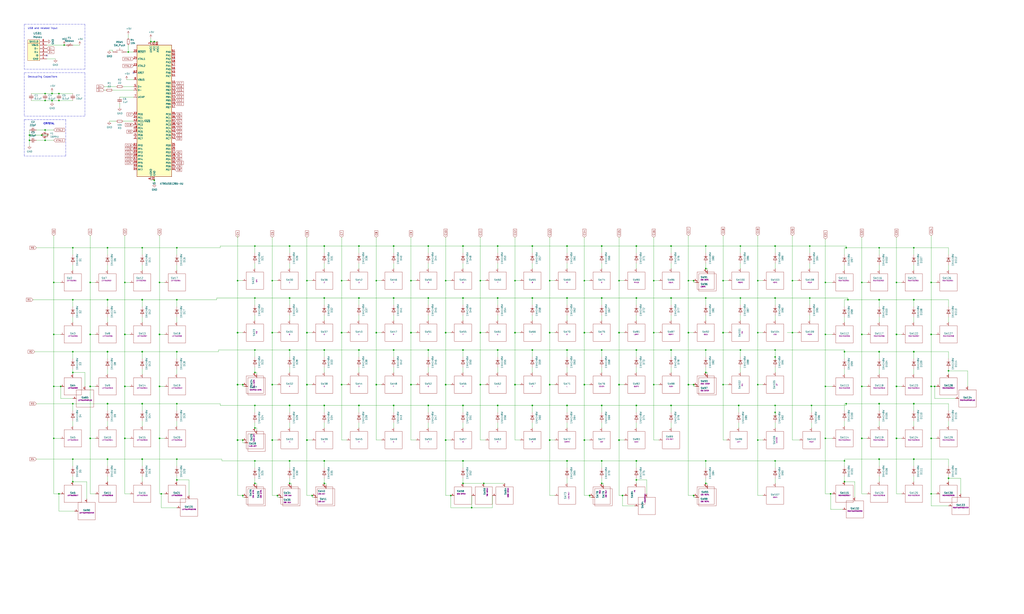
<source format=kicad_sch>
(kicad_sch (version 20211123) (generator eeschema)
  (paper "User" 750.011 450.012)
  (lib_symbols
    (symbol "CPG1511F01S05:SW_Push" (pin_numbers hide) (pin_names (offset 1.016) hide)
      (property "Reference" "SW" (at 1.27 2.54 0))
      (property "Value" "SW_Push" (at 0 -1.524 0))
      (symbol "SW_Push_0_1"
        (pin passive line (at -5.08 0 0) (length 2.54) (name "1") (number "1"))
        (pin passive line (at 5.08 0 180) (length 2.54) (name "2") (number "2"))
      )
    )
    (symbol "Device:C_Small" (pin_numbers hide) (pin_names (offset 0.254) hide)
      (property "Reference" "C" (at 0.254 1.778 0))
      (property "Value" "C_Small" (at 0.254 -2.032 0))
      (symbol "C_Small_1_1"
        (pin passive line (at 0 2.54 270) (length 2.032) (name "~") (number "1"))
        (pin passive line (at 0 -2.54 90) (length 2.032) (name "~") (number "2"))
      )
    )
    (symbol "Device:Crystal_GND24_Small" (pin_names (offset 1.016) hide)
      (property "Reference" "Y" (at 1.27 4.445 0))
      (property "Value" "Crystal_GND24_Small" (at 1.27 2.54 0))
      (symbol "Crystal_GND24_Small_1_1"
        (pin passive line (at -2.54 0 0) (length 1.27) (name "1") (number "1"))
        (pin passive line (at 0 -2.54 90) (length 0.635) (name "2") (number "2"))
        (pin passive line (at 2.54 0 180) (length 1.27) (name "3") (number "3"))
        (pin passive line (at 0 2.54 270) (length 0.635) (name "4") (number "4"))
      )
    )
    (symbol "Device:D" (pin_numbers hide) (pin_names hide)
      (property "Reference" "D" (at 0 2.54 0))
      (property "Value" "D" (at 0 -2.54 0))
      (symbol "D_1_1"
        (pin passive line (at -3.81 0 0) (length 2.54) (name "K") (number "1"))
        (pin passive line (at 3.81 0 180) (length 2.54) (name "A") (number "2"))
      )
    )
    (symbol "Device:Polyfuse_Small" (pin_numbers hide) (pin_names (offset 0))
      (property "Reference" "F" (at -1.905 0 90))
      (property "Value" "Polyfuse_Small" (at 1.905 0 90))
      (symbol "Polyfuse_Small_1_1"
        (pin passive line (at 0 2.54 270) (length 0.635) (name "~") (number "1"))
        (pin passive line (at 0 -2.54 90) (length 0.635) (name "~") (number "2"))
      )
    )
    (symbol "Device:R_Small" (pin_numbers hide) (pin_names (offset 0.254) hide)
      (property "Reference" "R" (at 0.762 0.508 0))
      (property "Value" "R_Small" (at 0.762 -1.016 0))
      (symbol "R_Small_1_1"
        (pin passive line (at 0 2.54 270) (length 0.762) (name "~") (number "1"))
        (pin passive line (at 0 -2.54 90) (length 0.762) (name "~") (number "2"))
      )
    )
    (symbol "Keyboard-symbols:GND" (power) (pin_names (offset 0))
      (property "Value" "GND" (at 0 -3.81 0))
      (symbol "GND_1_1"
        (pin power_in line (at 0 0 270) (length 0) hide (name "GND") (number "1"))
      )
    )
    (symbol "MCU_Microchip_AVR:AT90USB1286-AU"
      (property "Reference" "U" (at -12.7 49.53 0))
      (property "Value" "MCU_Microchip_AVR_AT90USB1286-AU" (at 2.54 -49.53 0))
      (symbol "AT90USB1286-AU_1_1"
        (pin bidirectional line (at -15.24 -17.78 0) (length 2.54) (name "PE6") (number "1"))
        (pin bidirectional line (at 15.24 20.32 180) (length 2.54) (name "PB0") (number "10"))
        (pin bidirectional line (at 15.24 17.78 180) (length 2.54) (name "PB1") (number "11"))
        (pin bidirectional line (at 15.24 15.24 180) (length 2.54) (name "PB2") (number "12"))
        (pin bidirectional line (at 15.24 12.7 180) (length 2.54) (name "PB3") (number "13"))
        (pin bidirectional line (at 15.24 10.16 180) (length 2.54) (name "PB4") (number "14"))
        (pin bidirectional line (at 15.24 7.62 180) (length 2.54) (name "PB5") (number "15"))
        (pin bidirectional line (at 15.24 5.08 180) (length 2.54) (name "PB6") (number "16"))
        (pin bidirectional line (at 15.24 2.54 180) (length 2.54) (name "PB7") (number "17"))
        (pin bidirectional line (at -15.24 -12.7 0) (length 2.54) (name "PE4") (number "18"))
        (pin bidirectional line (at -15.24 -15.24 0) (length 2.54) (name "PE5") (number "19"))
        (pin bidirectional line (at -15.24 -20.32 0) (length 2.54) (name "PE7") (number "2"))
        (pin input line (at -15.24 43.18 0) (length 2.54) (name "~{RESET}") (number "20"))
        (pin power_in line (at 0 50.8 270) (length 2.54) (name "VCC") (number "21"))
        (pin power_in line (at 0 -50.8 90) (length 2.54) (name "GND") (number "22"))
        (pin output line (at -15.24 33.02 0) (length 2.54) (name "XTAL2") (number "23"))
        (pin input line (at -15.24 38.1 0) (length 2.54) (name "XTAL1") (number "24"))
        (pin bidirectional line (at 15.24 -25.4 180) (length 2.54) (name "PD0") (number "25"))
        (pin bidirectional line (at 15.24 -27.94 180) (length 2.54) (name "PD1") (number "26"))
        (pin bidirectional line (at 15.24 -30.48 180) (length 2.54) (name "PD2") (number "27"))
        (pin bidirectional line (at 15.24 -33.02 180) (length 2.54) (name "PD3") (number "28"))
        (pin bidirectional line (at 15.24 -35.56 180) (length 2.54) (name "PD4") (number "29"))
        (pin power_in line (at -2.54 50.8 270) (length 2.54) (name "UVCC") (number "3"))
        (pin bidirectional line (at 15.24 -38.1 180) (length 2.54) (name "PD5") (number "30"))
        (pin bidirectional line (at 15.24 -40.64 180) (length 2.54) (name "PD6") (number "31"))
        (pin bidirectional line (at 15.24 -43.18 180) (length 2.54) (name "PD7") (number "32"))
        (pin bidirectional line (at -15.24 -2.54 0) (length 2.54) (name "PE0") (number "33"))
        (pin bidirectional line (at -15.24 -5.08 0) (length 2.54) (name "PE1") (number "34"))
        (pin bidirectional line (at 15.24 -2.54 180) (length 2.54) (name "PC0") (number "35"))
        (pin bidirectional line (at 15.24 -5.08 180) (length 2.54) (name "PC1") (number "36"))
        (pin bidirectional line (at 15.24 -7.62 180) (length 2.54) (name "PC2") (number "37"))
        (pin bidirectional line (at 15.24 -10.16 180) (length 2.54) (name "PC3") (number "38"))
        (pin bidirectional line (at 15.24 -12.7 180) (length 2.54) (name "PC4") (number "39"))
        (pin bidirectional line (at -15.24 15.24 0) (length 2.54) (name "D-") (number "4"))
        (pin bidirectional line (at 15.24 -15.24 180) (length 2.54) (name "PC5") (number "40"))
        (pin bidirectional line (at 15.24 -17.78 180) (length 2.54) (name "PC6") (number "41"))
        (pin bidirectional line (at 15.24 -20.32 180) (length 2.54) (name "PC7") (number "42"))
        (pin bidirectional line (at -15.24 -7.62 0) (length 2.54) (name "PE2/~{HWB}") (number "43"))
        (pin bidirectional line (at 15.24 25.4 180) (length 2.54) (name "PA7") (number "44"))
        (pin bidirectional line (at 15.24 27.94 180) (length 2.54) (name "PA6") (number "45"))
        (pin bidirectional line (at 15.24 30.48 180) (length 2.54) (name "PA5") (number "46"))
        (pin bidirectional line (at 15.24 33.02 180) (length 2.54) (name "PA4") (number "47"))
        (pin bidirectional line (at 15.24 35.56 180) (length 2.54) (name "PA3") (number "48"))
        (pin bidirectional line (at 15.24 38.1 180) (length 2.54) (name "PA2") (number "49"))
        (pin bidirectional line (at -15.24 17.78 0) (length 2.54) (name "D+") (number "5"))
        (pin bidirectional line (at 15.24 40.64 180) (length 2.54) (name "PA1") (number "50"))
        (pin bidirectional line (at 15.24 43.18 180) (length 2.54) (name "PA0") (number "51"))
        (pin passive line (at 0 50.8 270) (length 2.54) hide (name "VCC") (number "52"))
        (pin passive line (at 0 -50.8 90) (length 2.54) hide (name "GND") (number "53"))
        (pin bidirectional line (at -15.24 -43.18 0) (length 2.54) (name "PF7") (number "54"))
        (pin bidirectional line (at -15.24 -40.64 0) (length 2.54) (name "PF6") (number "55"))
        (pin bidirectional line (at -15.24 -38.1 0) (length 2.54) (name "PF5") (number "56"))
        (pin bidirectional line (at -15.24 -35.56 0) (length 2.54) (name "PF4") (number "57"))
        (pin bidirectional line (at -15.24 -33.02 0) (length 2.54) (name "PF3") (number "58"))
        (pin bidirectional line (at -15.24 -30.48 0) (length 2.54) (name "PF2") (number "59"))
        (pin power_in line (at -2.54 -50.8 90) (length 2.54) (name "UGND") (number "6"))
        (pin bidirectional line (at -15.24 -27.94 0) (length 2.54) (name "PF1") (number "60"))
        (pin bidirectional line (at -15.24 -25.4 0) (length 2.54) (name "PF0") (number "61"))
        (pin passive line (at -15.24 27.94 0) (length 2.54) (name "AREF") (number "62"))
        (pin passive line (at 0 -50.8 90) (length 2.54) hide (name "GND") (number "63"))
        (pin power_in line (at 2.54 50.8 270) (length 2.54) (name "AVCC") (number "64"))
        (pin passive line (at -15.24 10.16 0) (length 2.54) (name "UCAP") (number "7"))
        (pin input line (at -15.24 22.86 0) (length 2.54) (name "VBUS") (number "8"))
        (pin bidirectional line (at -15.24 -10.16 0) (length 2.54) (name "PE3") (number "9"))
      )
    )
    (symbol "acheronSymbols:Mechanical_Switch" (pin_names (offset 1.016))
      (property "Reference" "SW" (at 0 1.27 0))
      (property "Keycode" "KC" (at 0 -1.27 0))
      (symbol "Mechanical_Switch_1_1"
        (pin bidirectional line (at -8.89 0 0) (length 2.54) (name "1") (number "1"))
        (pin bidirectional line (at 0 8.89 270) (length 2.54) (name "2") (number "2"))
      )
    )
    (symbol "legacy:+5V" (power) (pin_names (offset 0))
      (property "Value" "+5V" (at 0 3.556 0))
      (symbol "+5V_1_1"
        (pin power_in line (at 0 0 90) (length 0) hide (name "+5V") (number "1"))
      )
    )
    (symbol "power:VCC" (power) (pin_names (offset 0))
      (property "Value" "VCC" (at 0 3.81 0))
      (symbol "VCC_1_1"
        (pin power_in line (at 0 0 90) (length 0) hide (name "VCC") (number "1"))
      )
    )
    (symbol "random-keyboard-parts:Molex-0548190589" (pin_names (offset 1.016))
      (property "Reference" "USB" (at 0 7.62 0))
      (property "Value" "Molex-0548190589" (at 0 10.16 0))
      (symbol "Molex-0548190589_1_1"
        (pin input line (at -5.08 -7.62 90) (length 5.08) (name "GND") (number "1"))
        (pin input line (at -2.54 -7.62 90) (length 5.08) (name "ID") (number "2"))
        (pin input line (at 0 -7.62 90) (length 5.08) (name "D+") (number "3"))
        (pin input line (at 2.54 -7.62 90) (length 5.08) (name "D-") (number "4"))
        (pin input line (at 5.08 -7.62 90) (length 5.08) (name "VBUS") (number "5"))
        (pin input line (at 7.62 -7.62 90) (length 5.08) (name "SHIELD") (number "6"))
      )
    )
  )
  (junction (at 212.09 297.18) (diameter 1.016))
  (junction (at 53.34 219.71))
  (junction (at 542.29 180.34))
  (junction (at 186.69 256.54))
  (junction (at 39.37 207.01))
  (junction (at 129.54 351.79))
  (junction (at 516.89 180.34) (diameter 0.9144))
  (junction (at 129.54 219.71))
  (junction (at 237.49 354.33) (diameter 0.9144))
  (junction (at 440.69 354.33) (diameter 0.9144))
  (junction (at 643.89 181.61))
  (junction (at 491.49 297.18) (diameter 1.016))
  (junction (at 129.54 257.81))
  (junction (at 656.59 245.11) (diameter 1.016))
  (junction (at 300.99 281.94) (diameter 1.016))
  (junction (at 186.69 297.18))
  (junction (at 104.14 336.55) (diameter 1.016))
  (junction (at 113.03 132.08))
  (junction (at 262.89 180.34) (diameter 1.016))
  (junction (at 43.18 361.95))
  (junction (at 104.14 295.91) (diameter 1.016))
  (junction (at 504.19 281.94) (diameter 1.016))
  (junction (at 330.2 363.22) (diameter 0.9144))
  (junction (at 643.89 336.55) (diameter 1.016))
  (junction (at 173.99 322.58) (diameter 1.016))
  (junction (at 39.37 245.11))
  (junction (at 604.52 283.21))
  (junction (at 339.09 180.34) (diameter 1.016))
  (junction (at 116.84 207.01))
  (junction (at 199.39 281.94) (diameter 1.016))
  (junction (at 567.69 297.18))
  (junction (at 567.69 337.82))
  (junction (at 631.19 245.11) (diameter 1.016))
  (junction (at 186.69 313.69) (diameter 0.9144))
  (junction (at 104.14 257.81) (diameter 1.016))
  (junction (at 427.99 243.84) (diameter 1.016))
  (junction (at 604.52 321.31))
  (junction (at 30.48 99.06))
  (junction (at 300.99 205.74))
  (junction (at 453.39 243.84) (diameter 1.016))
  (junction (at 91.44 283.21) (diameter 1.016))
  (junction (at 478.79 281.94) (diameter 0.9144))
  (junction (at 339.09 256.54) (diameter 1.016))
  (junction (at 516.89 273.05) (diameter 0.9144))
  (junction (at 199.39 243.84) (diameter 1.016))
  (junction (at 116.84 283.21) (diameter 1.016))
  (junction (at 455.93 363.22))
  (junction (at 186.69 273.05))
  (junction (at 466.09 297.18) (diameter 1.016))
  (junction (at 529.59 243.84) (diameter 1.016))
  (junction (at 116.84 321.31) (diameter 1.016))
  (junction (at 53.34 295.91))
  (junction (at 491.49 256.54) (diameter 1.016))
  (junction (at 529.59 205.74))
  (junction (at 504.19 205.74))
  (junction (at 415.29 180.34) (diameter 1.016))
  (junction (at 326.39 243.84) (diameter 1.016))
  (junction (at 21.59 99.06))
  (junction (at 669.29 219.71) (diameter 1.016))
  (junction (at 224.79 243.84) (diameter 1.016))
  (junction (at 427.99 281.94) (diameter 1.016))
  (junction (at 593.09 218.44))
  (junction (at 681.99 283.21) (diameter 1.016))
  (junction (at 351.79 205.74))
  (junction (at 681.99 207.01))
  (junction (at 78.74 257.81) (diameter 1.016))
  (junction (at 203.2 363.22) (diameter 0.9144))
  (junction (at 212.09 337.82) (diameter 1.016))
  (junction (at 78.74 219.71) (diameter 1.016))
  (junction (at 212.09 180.34) (diameter 1.016))
  (junction (at 567.69 256.54))
  (junction (at 580.39 243.84))
  (junction (at 466.09 337.82) (diameter 1.016))
  (junction (at 415.29 218.44) (diameter 1.016))
  (junction (at 275.59 243.84) (diameter 1.016))
  (junction (at 364.49 218.44) (diameter 1.016))
  (junction (at 237.49 256.54) (diameter 1.016))
  (junction (at 39.37 321.31))
  (junction (at 669.29 257.81) (diameter 1.016))
  (junction (at 656.59 321.31) (diameter 1.016))
  (junction (at 275.59 205.74))
  (junction (at 275.59 281.94) (diameter 1.016))
  (junction (at 508 281.94) (diameter 0.9144))
  (junction (at 228.6 363.22) (diameter 0.9144))
  (junction (at 33.02 102.87))
  (junction (at 466.09 218.44) (diameter 1.016))
  (junction (at 339.09 354.33) (diameter 0.9144))
  (junction (at 250.19 205.74))
  (junction (at 631.19 283.21) (diameter 1.016))
  (junction (at 224.79 205.74))
  (junction (at 681.99 361.95))
  (junction (at 402.59 205.74))
  (junction (at 415.29 297.18) (diameter 1.016))
  (junction (at 554.99 322.58))
  (junction (at 212.09 354.33) (diameter 0.9144))
  (junction (at 491.49 180.34) (diameter 1.016))
  (junction (at 262.89 218.44) (diameter 1.016))
  (junction (at 554.99 281.94))
  (junction (at 173.99 205.74))
  (junction (at 262.89 256.54) (diameter 1.016))
  (junction (at 466.09 256.54) (diameter 1.016))
  (junction (at 415.29 337.82) (diameter 1.016))
  (junction (at 453.39 205.74))
  (junction (at 113.03 30.48))
  (junction (at 389.89 180.34) (diameter 1.016))
  (junction (at 631.19 321.31) (diameter 1.016))
  (junction (at 491.49 218.44) (diameter 1.016))
  (junction (at 354.33 354.33))
  (junction (at 39.37 283.21))
  (junction (at 186.69 218.44))
  (junction (at 619.76 295.91))
  (junction (at 33.02 73.66))
  (junction (at 694.69 271.78))
  (junction (at 38.1 73.66))
  (junction (at 313.69 180.34) (diameter 1.016))
  (junction (at 364.49 256.54) (diameter 1.016))
  (junction (at 466.09 351.79))
  (junction (at 326.39 205.74))
  (junction (at 508 363.22) (diameter 0.9144))
  (junction (at 250.19 243.84) (diameter 1.016))
  (junction (at 415.29 256.54) (diameter 1.016))
  (junction (at 129.54 181.61))
  (junction (at 453.39 322.58) (diameter 1.016))
  (junction (at 516.89 337.82))
  (junction (at 554.99 205.74))
  (junction (at 212.09 256.54) (diameter 1.016))
  (junction (at 177.8 281.94))
  (junction (at 427.99 205.74))
  (junction (at 104.14 181.61))
  (junction (at 53.34 353.06))
  (junction (at 656.59 207.01))
  (junction (at 593.09 180.34))
  (junction (at 504.19 243.84) (diameter 1.016))
  (junction (at 43.18 73.66))
  (junction (at 224.79 281.94) (diameter 1.016))
  (junction (at 21.59 102.87))
  (junction (at 237.49 218.44) (diameter 1.016))
  (junction (at 594.36 297.18))
  (junction (at 440.69 256.54) (diameter 1.016))
  (junction (at 177.8 322.58) (diameter 0.9144))
  (junction (at 389.89 256.54) (diameter 1.016))
  (junction (at 212.09 218.44) (diameter 1.016))
  (junction (at 224.79 322.58) (diameter 1.016))
  (junction (at 529.59 281.94) (diameter 0.9144))
  (junction (at 326.39 281.94) (diameter 1.016))
  (junction (at 516.89 354.33) (diameter 0.9144))
  (junction (at 440.69 180.34) (diameter 1.016))
  (junction (at 186.69 337.82))
  (junction (at 377.19 205.74))
  (junction (at 542.29 256.54))
  (junction (at 116.84 245.11) (diameter 1.016))
  (junction (at 389.89 297.18) (diameter 1.016))
  (junction (at 186.69 354.33) (diameter 0.9144))
  (junction (at 250.19 281.94) (diameter 1.016))
  (junction (at 402.59 243.84) (diameter 1.016))
  (junction (at 345.44 372.11))
  (junction (at 129.54 336.55))
  (junction (at 78.74 181.61))
  (junction (at 46.99 33.02))
  (junction (at 453.39 281.94) (diameter 1.016))
  (junction (at 466.09 180.34) (diameter 1.016))
  (junction (at 431.8 363.22) (diameter 0.9144))
  (junction (at 656.59 283.21) (diameter 1.016))
  (junction (at 608.33 361.95))
  (junction (at 621.03 219.71))
  (junction (at 262.89 297.18) (diameter 1.016))
  (junction (at 604.52 207.01))
  (junction (at 43.18 68.58))
  (junction (at 440.69 337.82) (diameter 1.016))
  (junction (at 364.49 180.34) (diameter 1.016))
  (junction (at 53.34 336.55))
  (junction (at 66.04 321.31) (diameter 1.016))
  (junction (at 186.69 180.34))
  (junction (at 681.99 245.11) (diameter 1.016))
  (junction (at 339.09 297.18) (diameter 1.016))
  (junction (at 66.04 283.21) (diameter 1.016))
  (junction (at 351.79 243.84) (diameter 1.016))
  (junction (at 643.89 219.71) (diameter 1.016))
  (junction (at 237.49 297.18) (diameter 1.016))
  (junction (at 516.89 256.54) (diameter 0.9144))
  (junction (at 53.34 273.05))
  (junction (at 300.99 243.84) (diameter 1.016))
  (junction (at 313.69 297.18) (diameter 1.016))
  (junction (at 516.89 196.85) (diameter 0.9144))
  (junction (at 440.69 218.44) (diameter 1.016))
  (junction (at 53.34 181.61))
  (junction (at 567.69 261.62))
  (junction (at 619.76 181.61))
  (junction (at 631.19 207.01))
  (junction (at 516.89 218.44) (diameter 1.016))
  (junction (at 684.53 283.21))
  (junction (at 669.29 336.55) (diameter 1.016))
  (junction (at 129.54 295.91))
  (junction (at 173.99 243.84) (diameter 1.016))
  (junction (at 643.89 295.91) (diameter 1.016))
  (junction (at 618.49 257.81))
  (junction (at 38.1 68.58))
  (junction (at 44.45 283.21))
  (junction (at 351.79 281.94) (diameter 1.016))
  (junction (at 669.29 181.61))
  (junction (at 78.74 336.55) (diameter 1.016))
  (junction (at 78.74 295.91) (diameter 1.016))
  (junction (at 177.8 363.22) (diameter 0.9144))
  (junction (at 478.79 205.74))
  (junction (at 91.44 207.01))
  (junction (at 377.19 281.94) (diameter 1.016))
  (junction (at 508 205.74) (diameter 0.9144))
  (junction (at 313.69 218.44) (diameter 1.016))
  (junction (at 118.11 361.95))
  (junction (at 681.99 321.31) (diameter 1.016))
  (junction (at 618.49 353.06))
  (junction (at 580.39 205.74))
  (junction (at 66.04 245.11) (diameter 1.016))
  (junction (at 199.39 205.74))
  (junction (at 402.59 281.94) (diameter 1.016))
  (junction (at 53.34 257.81))
  (junction (at 694.69 350.52))
  (junction (at 604.52 245.11))
  (junction (at 173.99 281.94) (diameter 1.016))
  (junction (at 389.89 218.44) (diameter 1.016))
  (junction (at 440.69 297.18) (diameter 1.016))
  (junction (at 618.49 337.82))
  (junction (at 288.29 256.54) (diameter 1.016))
  (junction (at 104.14 219.71) (diameter 1.016))
  (junction (at 643.89 257.81) (diameter 1.016))
  (junction (at 288.29 180.34) (diameter 1.016))
  (junction (at 339.09 218.44) (diameter 1.016))
  (junction (at 33.02 95.25))
  (junction (at 567.69 218.44) (diameter 1.016))
  (junction (at 542.29 218.44))
  (junction (at 91.44 321.31) (diameter 1.016))
  (junction (at 567.69 180.34) (diameter 1.016))
  (junction (at 93.98 38.1))
  (junction (at 669.29 295.91) (diameter 1.016))
  (junction (at 110.49 30.48))
  (junction (at 33.02 68.58))
  (junction (at 288.29 297.18) (diameter 1.016))
  (junction (at 313.69 256.54) (diameter 1.016))
  (junction (at 377.19 243.84) (diameter 1.016))
  (junction (at 237.49 337.82) (diameter 1.016))
  (junction (at 567.69 302.26))
  (junction (at 478.79 243.84) (diameter 0.9144))
  (junction (at 402.59 322.58) (diameter 1.016))
  (junction (at 554.99 243.84))
  (junction (at 427.99 322.58) (diameter 1.016))
  (junction (at 541.02 297.18) (diameter 1.016))
  (junction (at 237.49 180.34) (diameter 1.016))
  (junction (at 339.09 337.82) (diameter 1.016))
  (junction (at 288.29 218.44) (diameter 1.016))
  (junction (at 326.39 322.58) (diameter 1.016))
  (junction (at 199.39 322.58) (diameter 1.016))
  (junction (at 364.49 297.18) (diameter 1.016))
  (junction (at 66.04 207.01))
  (junction (at 91.44 245.11) (diameter 1.016))
  (no_connect (at 97.79 53.34))
  (no_connect (at 34.29 40.64))
  (wire (pts (xy 113.03 132.08) (xy 113.03 134.62)))
  (wire (pts (xy 516.89 337.82) (xy 516.89 342.9)))
  (wire (pts (xy 681.99 172.72) (xy 681.99 207.01)))
  (wire (pts (xy 453.39 205.74) (xy 457.2 205.74)))
  (wire (pts (xy 518.16 354.33) (xy 516.89 354.33)))
  (wire (pts (xy 78.74 270.51) (xy 78.74 274.32)))
  (wire (pts (xy 129.54 336.55) (xy 129.54 341.63)))
  (wire (pts (xy 643.89 219.71) (xy 621.03 219.71)))
  (wire (pts (xy 66.04 361.95) (xy 69.85 361.95)))
  (wire (pts (xy 116.84 207.01) (xy 120.65 207.01)))
  (wire (pts (xy 288.29 180.34) (xy 262.89 180.34)))
  (wire (pts (xy 116.84 207.01) (xy 116.84 245.11)))
  (wire (pts (xy 684.53 292.1) (xy 684.53 283.21)))
  (wire (pts (xy 91.44 361.95) (xy 95.25 361.95)))
  (wire (pts (xy 339.09 309.88) (xy 339.09 313.69)))
  (wire (pts (xy 46.99 33.02) (xy 48.26 33.02)))
  (wire (pts (xy 224.79 243.84) (xy 224.79 205.74)))
  (wire (pts (xy 262.89 256.54) (xy 262.89 261.62)))
  (wire (pts (xy 58.42 33.02) (xy 53.34 33.02)))
  (wire (pts (xy 351.79 281.94) (xy 351.79 243.84)))
  (wire (pts (xy 618.49 337.82) (xy 618.49 341.63)))
  (wire (pts (xy 364.49 256.54) (xy 364.49 261.62)))
  (wire (pts (xy 518.16 355.6) (xy 518.16 354.33)))
  (wire (pts (xy 44.45 292.1) (xy 44.45 283.21)))
  (wire (pts (xy 21.59 99.06) (xy 30.48 99.06)))
  (wire (pts (xy 39.37 207.01) (xy 39.37 245.11)))
  (wire (pts (xy 631.19 321.31) (xy 635 321.31)))
  (wire (pts (xy 262.89 256.54) (xy 237.49 256.54)))
  (wire (pts (xy 339.09 180.34) (xy 339.09 185.42)))
  (wire (pts (xy 518.16 274.32) (xy 518.16 273.05)))
  (wire (pts (xy 567.69 180.34) (xy 542.29 180.34)))
  (wire (pts (xy 669.29 270.51) (xy 669.29 274.32)))
  (wire (pts (xy 694.69 219.71) (xy 669.29 219.71)))
  (wire (pts (xy 491.49 180.34) (xy 466.09 180.34)))
  (wire (pts (xy 593.09 231.14) (xy 593.09 234.95)))
  (wire (pts (xy 415.29 309.88) (xy 415.29 313.69)))
  (wire (pts (xy 199.39 322.58) (xy 199.39 363.22)))
  (wire (pts (xy 594.36 297.18) (xy 619.76 297.18)))
  (wire (pts (xy 104.14 336.55) (xy 78.74 336.55)))
  (wire (pts (xy 364.49 297.18) (xy 364.49 302.26)))
  (wire (pts (xy 199.39 205.74) (xy 203.2 205.74)))
  (wire (pts (xy 643.89 257.81) (xy 618.49 257.81)))
  (wire (pts (xy 364.49 231.14) (xy 364.49 234.95)))
  (wire (pts (xy 377.19 322.58) (xy 381 322.58)))
  (wire (pts (xy 288.29 256.54) (xy 262.89 256.54)))
  (wire (pts (xy 43.18 73.66) (xy 53.34 73.66)))
  (wire (pts (xy 212.09 180.34) (xy 186.69 180.34)))
  (wire (pts (xy 300.99 281.94) (xy 300.99 322.58)))
  (wire (pts (xy 158.75 219.71) (xy 158.75 218.44)))
  (wire (pts (xy 91.44 321.31) (xy 91.44 361.95)))
  (wire (pts (xy 40.64 43.18) (xy 34.29 43.18)))
  (wire (pts (xy 466.09 269.24) (xy 466.09 273.05)))
  (wire (pts (xy 504.19 172.72) (xy 504.19 205.74)))
  (wire (pts (xy 53.34 232.41) (xy 53.34 236.22)))
  (polyline (pts (xy 17.78 87.63) (xy 17.78 114.3)))
  (wire (pts (xy 619.76 295.91) (xy 618.49 295.91)))
  (wire (pts (xy 509.27 207.01) (xy 508 207.01)))
  (wire (pts (xy 326.39 243.84) (xy 330.2 243.84)))
  (wire (pts (xy 275.59 281.94) (xy 275.59 243.84)))
  (wire (pts (xy 326.39 281.94) (xy 326.39 243.84)))
  (wire (pts (xy 26.67 295.91) (xy 53.34 295.91)))
  (wire (pts (xy 466.09 337.82) (xy 516.89 337.82)))
  (wire (pts (xy 466.09 256.54) (xy 440.69 256.54)))
  (wire (pts (xy 25.4 257.81) (xy 53.34 257.81)))
  (wire (pts (xy 199.39 243.84) (xy 203.2 243.84)))
  (wire (pts (xy 116.84 283.21) (xy 120.65 283.21)))
  (wire (pts (xy 313.69 231.14) (xy 313.69 234.95)))
  (wire (pts (xy 212.09 350.52) (xy 212.09 354.33)))
  (wire (pts (xy 160.02 256.54) (xy 186.69 256.54)))
  (wire (pts (xy 330.2 372.11) (xy 345.44 372.11)))
  (wire (pts (xy 33.02 73.66) (xy 38.1 73.66)))
  (wire (pts (xy 288.29 218.44) (xy 288.29 223.52)))
  (wire (pts (xy 567.69 302.26) (xy 567.69 304.8)))
  (wire (pts (xy 518.16 196.85) (xy 516.89 196.85)))
  (wire (pts (xy 669.29 257.81) (xy 669.29 262.89)))
  (wire (pts (xy 608.33 373.38) (xy 608.33 361.95)))
  (wire (pts (xy 237.49 337.82) (xy 339.09 337.82)))
  (wire (pts (xy 173.99 205.74) (xy 177.8 205.74)))
  (wire (pts (xy 694.69 257.81) (xy 669.29 257.81)))
  (wire (pts (xy 631.19 173.99) (xy 631.19 207.01)))
  (wire (pts (xy 288.29 231.14) (xy 288.29 234.95)))
  (wire (pts (xy 440.69 256.54) (xy 415.29 256.54)))
  (wire (pts (xy 104.14 257.81) (xy 104.14 262.89)))
  (wire (pts (xy 173.99 322.58) (xy 173.99 281.94)))
  (wire (pts (xy 186.69 269.24) (xy 186.69 273.05)))
  (wire (pts (xy 516.89 218.44) (xy 491.49 218.44)))
  (wire (pts (xy 78.74 336.55) (xy 78.74 341.63)))
  (wire (pts (xy 288.29 297.18) (xy 262.89 297.18)))
  (wire (pts (xy 91.44 283.21) (xy 95.25 283.21)))
  (wire (pts (xy 643.89 181.61) (xy 669.29 181.61)))
  (wire (pts (xy 186.69 256.54) (xy 186.69 261.62)))
  (wire (pts (xy 262.89 180.34) (xy 237.49 180.34)))
  (wire (pts (xy 212.09 218.44) (xy 186.69 218.44)))
  (wire (pts (xy 440.69 180.34) (xy 466.09 180.34)))
  (wire (pts (xy 38.1 68.58) (xy 43.18 68.58)))
  (wire (pts (xy 567.69 269.24) (xy 567.69 273.05)))
  (wire (pts (xy 104.14 219.71) (xy 78.74 219.71)))
  (wire (pts (xy 173.99 322.58) (xy 177.8 322.58)))
  (wire (pts (xy 113.03 30.48) (xy 115.57 30.48)))
  (wire (pts (xy 473.71 351.79) (xy 473.71 361.95)))
  (wire (pts (xy 594.36 297.18) (xy 594.36 302.26)))
  (wire (pts (xy 491.49 180.34) (xy 516.89 180.34)))
  (wire (pts (xy 187.96 313.69) (xy 186.69 313.69)))
  (wire (pts (xy 186.69 231.14) (xy 186.69 234.95)))
  (wire (pts (xy 313.69 256.54) (xy 313.69 261.62)))
  (wire (pts (xy 554.99 243.84) (xy 554.99 281.94)))
  (wire (pts (xy 491.49 218.44) (xy 491.49 223.52)))
  (wire (pts (xy 179.07 283.21) (xy 177.8 283.21)))
  (wire (pts (xy 389.89 180.34) (xy 389.89 185.42)))
  (wire (pts (xy 237.49 218.44) (xy 237.49 223.52)))
  (wire (pts (xy 681.99 283.21) (xy 681.99 245.11)))
  (wire (pts (xy 491.49 297.18) (xy 541.02 297.18)))
  (wire (pts (xy 694.69 270.51) (xy 694.69 271.78)))
  (wire (pts (xy 504.19 243.84) (xy 508 243.84)))
  (wire (pts (xy 300.99 173.99) (xy 300.99 205.74)))
  (wire (pts (xy 212.09 193.04) (xy 212.09 196.85)))
  (wire (pts (xy 199.39 173.99) (xy 199.39 205.74)))
  (wire (pts (xy 104.14 219.71) (xy 129.54 219.71)))
  (wire (pts (xy 631.19 283.21) (xy 635 283.21)))
  (wire (pts (xy 116.84 172.72) (xy 116.84 207.01)))
  (wire (pts (xy 212.09 218.44) (xy 237.49 218.44)))
  (wire (pts (xy 656.59 361.95) (xy 660.4 361.95)))
  (wire (pts (xy 643.89 295.91) (xy 669.29 295.91)))
  (wire (pts (xy 92.71 58.42) (xy 97.79 58.42)))
  (wire (pts (xy 618.49 232.41) (xy 618.49 236.22)))
  (wire (pts (xy 213.36 355.6) (xy 213.36 354.33)))
  (wire (pts (xy 262.89 269.24) (xy 262.89 273.05)))
  (wire (pts (xy 415.29 297.18) (xy 415.29 302.26)))
  (wire (pts (xy 26.67 102.87) (xy 33.02 102.87)))
  (wire (pts (xy 427.99 205.74) (xy 431.8 205.74)))
  (wire (pts (xy 224.79 281.94) (xy 224.79 243.84)))
  (wire (pts (xy 609.6 207.01) (xy 604.52 207.01)))
  (wire (pts (xy 516.89 231.14) (xy 516.89 234.95)))
  (wire (pts (xy 39.37 321.31) (xy 44.45 321.31)))
  (polyline (pts (xy 62.23 17.78) (xy 62.23 50.8)))
  (wire (pts (xy 389.89 297.18) (xy 364.49 297.18)))
  (wire (pts (xy 618.49 349.25) (xy 618.49 353.06)))
  (wire (pts (xy 179.07 364.49) (xy 177.8 364.49)))
  (wire (pts (xy 160.02 257.81) (xy 160.02 256.54)))
  (wire (pts (xy 104.14 295.91) (xy 129.54 295.91)))
  (wire (pts (xy 66.04 283.21) (xy 66.04 245.11)))
  (wire (pts (xy 44.45 207.01) (xy 39.37 207.01)))
  (wire (pts (xy 228.6 364.49) (xy 228.6 363.22)))
  (wire (pts (xy 389.89 256.54) (xy 364.49 256.54)))
  (wire (pts (xy 440.69 350.52) (xy 440.69 354.33)))
  (wire (pts (xy 516.89 218.44) (xy 516.89 223.52)))
  (wire (pts (xy 708.66 283.21) (xy 708.66 271.78)))
  (wire (pts (xy 364.49 180.34) (xy 364.49 185.42)))
  (wire (pts (xy 129.54 219.71) (xy 158.75 219.71)))
  (wire (pts (xy 80.01 88.9) (xy 85.09 88.9)))
  (wire (pts (xy 529.59 281.94) (xy 529.59 322.58)))
  (wire (pts (xy 604.52 321.31) (xy 609.6 321.31)))
  (wire (pts (xy 694.69 181.61) (xy 694.69 186.69)))
  (wire (pts (xy 199.39 281.94) (xy 203.2 281.94)))
  (wire (pts (xy 529.59 243.84) (xy 529.59 281.94)))
  (wire (pts (xy 415.29 193.04) (xy 415.29 196.85)))
  (wire (pts (xy 491.49 231.14) (xy 491.49 234.95)))
  (wire (pts (xy 669.29 219.71) (xy 643.89 219.71)))
  (wire (pts (xy 554.99 322.58) (xy 554.99 363.22)))
  (wire (pts (xy 326.39 243.84) (xy 326.39 205.74)))
  (wire (pts (xy 186.69 337.82) (xy 212.09 337.82)))
  (polyline (pts (xy 48.26 87.63) (xy 48.26 114.3)))
  (wire (pts (xy 38.1 73.66) (xy 38.1 74.93)))
  (wire (pts (xy 66.04 207.01) (xy 66.04 245.11)))
  (wire (pts (xy 567.69 180.34) (xy 593.09 180.34)))
  (wire (pts (xy 389.89 297.18) (xy 389.89 302.26)))
  (wire (pts (xy 173.99 243.84) (xy 177.8 243.84)))
  (wire (pts (xy 567.69 350.52) (xy 567.69 354.33)))
  (wire (pts (xy 129.54 270.51) (xy 129.54 274.32)))
  (wire (pts (xy 542.29 218.44) (xy 516.89 218.44)))
  (wire (pts (xy 681.99 361.95) (xy 685.8 361.95)))
  (wire (pts (xy 509.27 364.49) (xy 508 364.49)))
  (wire (pts (xy 199.39 363.22) (xy 203.2 363.22)))
  (wire (pts (xy 250.19 281.94) (xy 254 281.94)))
  (wire (pts (xy 618.49 256.54) (xy 618.49 257.81)))
  (wire (pts (xy 529.59 205.74) (xy 533.4 205.74)))
  (wire (pts (xy 204.47 364.49) (xy 203.2 364.49)))
  (wire (pts (xy 250.19 281.94) (xy 250.19 243.84)))
  (wire (pts (xy 326.39 322.58) (xy 326.39 281.94)))
  (wire (pts (xy 621.03 219.71) (xy 618.49 219.71)))
  (wire (pts (xy 138.43 351.79) (xy 129.54 351.79)))
  (wire (pts (xy 53.34 219.71) (xy 53.34 224.79)))
  (wire (pts (xy 491.49 309.88) (xy 491.49 313.69)))
  (wire (pts (xy 38.1 73.66) (xy 43.18 73.66)))
  (wire (pts (xy 129.54 336.55) (xy 162.56 336.55)))
  (wire (pts (xy 427.99 322.58) (xy 427.99 363.22)))
  (wire (pts (xy 681.99 321.31) (xy 681.99 361.95)))
  (wire (pts (xy 339.09 337.82) (xy 339.09 342.9)))
  (wire (pts (xy 104.14 181.61) (xy 104.14 186.69)))
  (wire (pts (xy 326.39 322.58) (xy 326.39 363.22)))
  (wire (pts (xy 53.34 181.61) (xy 53.34 186.69)))
  (wire (pts (xy 618.49 336.55) (xy 618.49 337.82)))
  (wire (pts (xy 656.59 245.11) (xy 660.4 245.11)))
  (wire (pts (xy 339.09 350.52) (xy 339.09 354.33)))
  (wire (pts (xy 262.89 297.18) (xy 262.89 302.26)))
  (wire (pts (xy 62.23 283.21) (xy 62.23 273.05)))
  (wire (pts (xy 478.79 281.94) (xy 482.6 281.94)))
  (wire (pts (xy 491.49 256.54) (xy 516.89 256.54)))
  (wire (pts (xy 440.69 354.33) (xy 441.96 354.33)))
  (wire (pts (xy 656.59 207.01) (xy 656.59 245.11)))
  (wire (pts (xy 554.99 205.74) (xy 558.8 205.74)))
  (wire (pts (xy 161.29 297.18) (xy 186.69 297.18)))
  (wire (pts (xy 402.59 205.74) (xy 406.4 205.74)))
  (wire (pts (xy 478.79 173.99) (xy 478.79 205.74)))
  (wire (pts (xy 377.19 243.84) (xy 381 243.84)))
  (wire (pts (xy 567.69 337.82) (xy 618.49 337.82)))
  (wire (pts (xy 466.09 337.82) (xy 466.09 342.9)))
  (wire (pts (xy 542.29 269.24) (xy 542.29 273.05)))
  (wire (pts (xy 618.49 295.91) (xy 618.49 300.99)))
  (wire (pts (xy 415.29 218.44) (xy 415.29 223.52)))
  (wire (pts (xy 453.39 173.99) (xy 453.39 205.74)))
  (wire (pts (xy 129.54 194.31) (xy 129.54 198.12)))
  (wire (pts (xy 351.79 322.58) (xy 355.6 322.58)))
  (wire (pts (xy 694.69 350.52) (xy 694.69 353.06)))
  (wire (pts (xy 66.04 361.95) (xy 66.04 321.31)))
  (wire (pts (xy 681.99 207.01) (xy 685.8 207.01)))
  (wire (pts (xy 212.09 218.44) (xy 212.09 223.52)))
  (wire (pts (xy 288.29 180.34) (xy 288.29 185.42)))
  (wire (pts (xy 116.84 321.31) (xy 120.65 321.31)))
  (wire (pts (xy 631.19 245.11) (xy 635 245.11)))
  (wire (pts (xy 504.19 281.94) (xy 508 281.94)))
  (wire (pts (xy 313.69 269.24) (xy 313.69 273.05)))
  (wire (pts (xy 580.39 243.84) (xy 580.39 322.58)))
  (wire (pts (xy 453.39 322.58) (xy 453.39 363.22)))
  (wire (pts (xy 669.29 257.81) (xy 643.89 257.81)))
  (wire (pts (xy 351.79 281.94) (xy 355.6 281.94)))
  (wire (pts (xy 389.89 269.24) (xy 389.89 273.05)))
  (polyline (pts (xy 62.23 50.8) (xy 17.78 50.8)))
  (wire (pts (xy 118.11 361.95) (xy 120.65 361.95)))
  (wire (pts (xy 66.04 321.31) (xy 66.04 283.21)))
  (wire (pts (xy 516.89 180.34) (xy 516.89 185.42)))
  (wire (pts (xy 237.49 350.52) (xy 237.49 354.33)))
  (wire (pts (xy 326.39 281.94) (xy 330.2 281.94)))
  (wire (pts (xy 619.76 181.61) (xy 643.89 181.61)))
  (wire (pts (xy 541.02 297.18) (xy 541.02 302.26)))
  (wire (pts (xy 631.19 361.95) (xy 635 361.95)))
  (wire (pts (xy 427.99 322.58) (xy 427.99 281.94)))
  (wire (pts (xy 669.29 232.41) (xy 669.29 236.22)))
  (wire (pts (xy 91.44 283.21) (xy 91.44 245.11)))
  (wire (pts (xy 389.89 256.54) (xy 389.89 261.62)))
  (wire (pts (xy 453.39 243.84) (xy 457.2 243.84)))
  (wire (pts (xy 224.79 322.58) (xy 224.79 363.22)))
  (wire (pts (xy 351.79 243.84) (xy 351.79 205.74)))
  (wire (pts (xy 39.37 361.95) (xy 43.18 361.95)))
  (wire (pts (xy 116.84 283.21) (xy 116.84 321.31)))
  (wire (pts (xy 224.79 205.74) (xy 228.6 205.74)))
  (wire (pts (xy 402.59 281.94) (xy 402.59 243.84)))
  (wire (pts (xy 643.89 257.81) (xy 643.89 262.89)))
  (wire (pts (xy 116.84 361.95) (xy 118.11 361.95)))
  (wire (pts (xy 516.89 269.24) (xy 516.89 273.05)))
  (wire (pts (xy 694.69 295.91) (xy 669.29 295.91)))
  (wire (pts (xy 618.49 194.31) (xy 618.49 198.12)))
  (wire (pts (xy 466.09 297.18) (xy 466.09 302.26)))
  (wire (pts (xy 669.29 181.61) (xy 669.29 186.69)))
  (wire (pts (xy 567.69 180.34) (xy 567.69 185.42)))
  (wire (pts (xy 554.99 243.84) (xy 558.8 243.84)))
  (wire (pts (xy 300.99 281.94) (xy 304.8 281.94)))
  (wire (pts (xy 453.39 281.94) (xy 457.2 281.94)))
  (wire (pts (xy 275.59 281.94) (xy 279.4 281.94)))
  (wire (pts (xy 669.29 349.25) (xy 669.29 353.06)))
  (wire (pts (xy 694.69 349.25) (xy 694.69 350.52)))
  (wire (pts (xy 161.29 295.91) (xy 161.29 297.18)))
  (wire (pts (xy 542.29 218.44) (xy 542.29 223.52)))
  (wire (pts (xy 567.69 256.54) (xy 567.69 261.62)))
  (wire (pts (xy 619.76 180.34) (xy 619.76 181.61)))
  (wire (pts (xy 389.89 218.44) (xy 389.89 223.52)))
  (wire (pts (xy 529.59 322.58) (xy 532.13 322.58)))
  (wire (pts (xy 82.55 36.83) (xy 80.01 36.83)))
  (wire (pts (xy 78.74 181.61) (xy 104.14 181.61)))
  (wire (pts (xy 97.79 63.5) (xy 90.17 63.5)))
  (wire (pts (xy 275.59 205.74) (xy 279.4 205.74)))
  (wire (pts (xy 567.69 218.44) (xy 567.69 223.52)))
  (wire (pts (xy 237.49 297.18) (xy 212.09 297.18)))
  (wire (pts (xy 33.02 95.25) (xy 33.02 96.52)))
  (wire (pts (xy 427.99 281.94) (xy 431.8 281.94)))
  (wire (pts (xy 554.99 322.58) (xy 558.8 322.58)))
  (wire (pts (xy 104.14 295.91) (xy 104.14 300.99)))
  (wire (pts (xy 53.34 349.25) (xy 53.34 353.06)))
  (wire (pts (xy 129.54 232.41) (xy 129.54 236.22)))
  (wire (pts (xy 129.54 349.25) (xy 129.54 351.79)))
  (wire (pts (xy 26.67 336.55) (xy 53.34 336.55)))
  (wire (pts (xy 104.14 270.51) (xy 104.14 274.32)))
  (wire (pts (xy 224.79 363.22) (xy 228.6 363.22)))
  (wire (pts (xy 684.53 283.21) (xy 685.8 283.21)))
  (wire (pts (xy 66.04 207.01) (xy 69.85 207.01)))
  (wire (pts (xy 173.99 363.22) (xy 177.8 363.22)))
  (wire (pts (xy 300.99 243.84) (xy 304.8 243.84)))
  (wire (pts (xy 93.98 27.94) (xy 93.98 25.4)))
  (wire (pts (xy 237.49 180.34) (xy 237.49 185.42)))
  (wire (pts (xy 66.04 321.31) (xy 69.85 321.31)))
  (wire (pts (xy 237.49 256.54) (xy 237.49 261.62)))
  (wire (pts (xy 593.09 180.34) (xy 619.76 180.34)))
  (wire (pts (xy 440.69 309.88) (xy 440.69 313.69)))
  (wire (pts (xy 21.59 95.25) (xy 21.59 99.06)))
  (wire (pts (xy 669.29 194.31) (xy 669.29 198.12)))
  (wire (pts (xy 288.29 269.24) (xy 288.29 273.05)))
  (wire (pts (xy 415.29 231.14) (xy 415.29 234.95)))
  (wire (pts (xy 364.49 218.44) (xy 364.49 223.52)))
  (wire (pts (xy 212.09 309.88) (xy 212.09 313.69)))
  (wire (pts (xy 212.09 354.33) (xy 213.36 354.33)))
  (wire (pts (xy 129.54 257.81) (xy 129.54 262.89)))
  (wire (pts (xy 604.52 245.11) (xy 609.6 245.11)))
  (wire (pts (xy 621.03 218.44) (xy 621.03 219.71)))
  (wire (pts (xy 440.69 231.14) (xy 440.69 234.95)))
  (wire (pts (xy 237.49 269.24) (xy 237.49 273.05)))
  (wire (pts (xy 275.59 173.99) (xy 275.59 205.74)))
  (wire (pts (xy 681.99 283.21) (xy 681.99 321.31)))
  (wire (pts (xy 199.39 281.94) (xy 199.39 243.84)))
  (wire (pts (xy 453.39 322.58) (xy 457.2 322.58)))
  (wire (pts (xy 39.37 172.72) (xy 39.37 207.01)))
  (wire (pts (xy 554.99 172.72) (xy 554.99 205.74)))
  (wire (pts (xy 173.99 322.58) (xy 173.99 363.22)))
  (wire (pts (xy 186.69 337.82) (xy 186.69 342.9)))
  (wire (pts (xy 593.09 218.44) (xy 621.03 218.44)))
  (wire (pts (xy 330.2 363.22) (xy 330.2 372.11)))
  (polyline (pts (xy 48.26 114.3) (xy 17.78 114.3)))
  (wire (pts (xy 626.11 364.49) (xy 626.11 353.06)))
  (wire (pts (xy 415.29 256.54) (xy 415.29 261.62)))
  (wire (pts (xy 580.39 322.58) (xy 585.47 322.58)))
  (wire (pts (xy 541.02 297.18) (xy 567.69 297.18)))
  (wire (pts (xy 351.79 281.94) (xy 351.79 322.58)))
  (wire (pts (xy 177.8 322.58) (xy 177.8 324.485)))
  (wire (pts (xy 542.29 256.54) (xy 542.29 261.62)))
  (wire (pts (xy 104.14 219.71) (xy 104.14 224.79)))
  (wire (pts (xy 580.39 172.72) (xy 580.39 205.74)))
  (wire (pts (xy 203.2 364.49) (xy 203.2 363.22)))
  (polyline (pts (xy 62.23 53.34) (xy 62.23 85.09)))
  (wire (pts (xy 542.29 180.34) (xy 542.29 185.42)))
  (wire (pts (xy 455.93 363.22) (xy 457.2 363.22)))
  (wire (pts (xy 491.49 180.34) (xy 491.49 185.42)))
  (wire (pts (xy 554.99 281.94) (xy 558.8 281.94)))
  (wire (pts (xy 694.69 336.55) (xy 669.29 336.55)))
  (wire (pts (xy 440.69 297.18) (xy 440.69 302.26)))
  (wire (pts (xy 431.8 364.49) (xy 431.8 363.22)))
  (wire (pts (xy 186.69 180.34) (xy 186.69 185.42)))
  (wire (pts (xy 415.29 180.34) (xy 415.29 185.42)))
  (wire (pts (xy 162.56 336.55) (xy 162.56 337.82)))
  (wire (pts (xy 93.98 38.1) (xy 93.98 33.02)))
  (wire (pts (xy 604.52 361.95) (xy 608.33 361.95)))
  (wire (pts (xy 313.69 297.18) (xy 313.69 302.26)))
  (wire (pts (xy 77.47 66.04) (xy 76.2 66.04)))
  (wire (pts (xy 669.29 336.55) (xy 669.29 341.63)))
  (wire (pts (xy 455.93 370.84) (xy 455.93 363.22)))
  (wire (pts (xy 669.29 219.71) (xy 669.29 224.79)))
  (wire (pts (xy 529.59 281.94) (xy 533.4 281.94)))
  (wire (pts (xy 250.19 205.74) (xy 254 205.74)))
  (wire (pts (xy 518.16 273.05) (xy 516.89 273.05)))
  (polyline (pts (xy 62.23 85.09) (xy 17.78 85.09)))
  (wire (pts (xy 33.02 102.87) (xy 39.37 102.87)))
  (wire (pts (xy 129.54 257.81) (xy 160.02 257.81)))
  (wire (pts (xy 453.39 363.22) (xy 455.93 363.22)))
  (wire (pts (xy 97.79 66.04) (xy 82.55 66.04)))
  (wire (pts (xy 681.99 321.31) (xy 685.8 321.31)))
  (wire (pts (xy 129.54 295.91) (xy 161.29 295.91)))
  (wire (pts (xy 626.11 353.06) (xy 618.49 353.06)))
  (wire (pts (xy 508 364.49) (xy 508 363.22)))
  (wire (pts (xy 250.19 281.94) (xy 250.19 322.58)))
  (wire (pts (xy 631.19 207.01) (xy 631.19 245.11)))
  (wire (pts (xy 516.89 350.52) (xy 516.89 354.33)))
  (wire (pts (xy 118.11 372.11) (xy 118.11 361.95)))
  (wire (pts (xy 66.04 172.72) (xy 66.04 207.01)))
  (wire (pts (xy 703.58 361.95) (xy 703.58 350.52)))
  (wire (pts (xy 78.74 295.91) (xy 53.34 295.91)))
  (wire (pts (xy 669.29 295.91) (xy 669.29 300.99)))
  (wire (pts (xy 237.49 180.34) (xy 212.09 180.34)))
  (wire (pts (xy 694.69 295.91) (xy 694.69 300.99)))
  (wire (pts (xy 604.52 175.26) (xy 604.52 207.01)))
  (wire (pts (xy 643.89 194.31) (xy 643.89 198.12)))
  (wire (pts (xy 504.19 281.94) (xy 504.19 363.22)))
  (wire (pts (xy 643.89 349.25) (xy 643.89 353.06)))
  (wire (pts (xy 618.49 219.71) (xy 618.49 224.79)))
  (wire (pts (xy 567.69 193.04) (xy 567.69 196.85)))
  (wire (pts (xy 187.96 273.05) (xy 186.69 273.05)))
  (wire (pts (xy 173.99 172.72) (xy 173.99 205.74)))
  (wire (pts (xy 339.09 354.33) (xy 354.33 354.33)))
  (wire (pts (xy 313.69 309.88) (xy 313.69 313.69)))
  (wire (pts (xy 351.79 205.74) (xy 355.6 205.74)))
  (wire (pts (xy 351.79 243.84) (xy 355.6 243.84)))
  (wire (pts (xy 364.49 180.34) (xy 339.09 180.34)))
  (wire (pts (xy 237.49 231.14) (xy 237.49 234.95)))
  (wire (pts (xy 212.09 337.82) (xy 212.09 342.9)))
  (wire (pts (xy 129.54 257.81) (xy 104.14 257.81)))
  (wire (pts (xy 129.54 308.61) (xy 129.54 312.42)))
  (wire (pts (xy 116.84 321.31) (xy 116.84 361.95)))
  (wire (pts (xy 212.09 180.34) (xy 212.09 185.42)))
  (wire (pts (xy 250.19 322.58) (xy 254 322.58)))
  (wire (pts (xy 238.76 354.33) (xy 237.49 354.33)))
  (wire (pts (xy 402.59 322.58) (xy 402.59 363.22)))
  (wire (pts (xy 92.71 38.1) (xy 93.98 38.1)))
  (wire (pts (xy 63.5 353.06) (xy 53.34 353.06)))
  (wire (pts (xy 313.69 256.54) (xy 288.29 256.54)))
  (wire (pts (xy 275.59 243.84) (xy 275.59 205.74)))
  (wire (pts (xy 360.68 363.22) (xy 360.68 372.11)))
  (wire (pts (xy 129.54 219.71) (xy 129.54 224.79)))
  (wire (pts (xy 491.49 297.18) (xy 491.49 302.26)))
  (wire (pts (xy 542.29 256.54) (xy 516.89 256.54)))
  (wire (pts (xy 187.96 315.595) (xy 187.96 313.69)))
  (wire (pts (xy 643.89 336.55) (xy 643.89 341.63)))
  (wire (pts (xy 34.29 33.02) (xy 46.99 33.02)))
  (wire (pts (xy 389.89 231.14) (xy 389.89 234.95)))
  (wire (pts (xy 567.69 309.88) (xy 567.69 313.69)))
  (wire (pts (xy 681.99 207.01) (xy 681.99 245.11)))
  (wire (pts (xy 53.34 257.81) (xy 78.74 257.81)))
  (wire (pts (xy 63.5 353.06) (xy 63.5 365.76)))
  (wire (pts (xy 554.99 363.22) (xy 558.8 363.22)))
  (wire (pts (xy 104.14 257.81) (xy 78.74 257.81)))
  (wire (pts (xy 53.34 308.61) (xy 53.34 312.42)))
  (wire (pts (xy 377.19 243.84) (xy 377.19 205.74)))
  (wire (pts (xy 224.79 281.94) (xy 228.6 281.94)))
  (wire (pts (xy 76.2 63.5) (xy 85.09 63.5)))
  (wire (pts (xy 453.39 281.94) (xy 453.39 243.84)))
  (wire (pts (xy 567.69 218.44) (xy 542.29 218.44)))
  (wire (pts (xy 104.14 349.25) (xy 104.14 353.06)))
  (wire (pts (xy 656.59 321.31) (xy 660.4 321.31)))
  (wire (pts (xy 186.69 309.88) (xy 186.69 313.69)))
  (wire (pts (xy 212.09 231.14) (xy 212.09 234.95)))
  (wire (pts (xy 237.49 193.04) (xy 237.49 196.85)))
  (wire (pts (xy 262.89 218.44) (xy 237.49 218.44)))
  (wire (pts (xy 593.09 218.44) (xy 593.09 223.52)))
  (wire (pts (xy 656.59 321.31) (xy 656.59 361.95)))
  (wire (pts (xy 491.49 297.18) (xy 466.09 297.18)))
  (wire (pts (xy 466.09 350.52) (xy 466.09 351.79)))
  (wire (pts (xy 288.29 256.54) (xy 288.29 261.62)))
  (wire (pts (xy 576.58 243.84) (xy 580.39 243.84)))
  (wire (pts (xy 91.44 321.31) (xy 95.25 321.31)))
  (wire (pts (xy 402.59 281.94) (xy 406.4 281.94)))
  (wire (pts (xy 339.09 193.04) (xy 339.09 196.85)))
  (wire (pts (xy 339.09 218.44) (xy 313.69 218.44)))
  (wire (pts (xy 427.99 173.99) (xy 427.99 205.74)))
  (wire (pts (xy 580.39 205.74) (xy 584.2 205.74)))
  (wire (pts (xy 91.44 245.11) (xy 95.25 245.11)))
  (wire (pts (xy 187.96 274.32) (xy 187.96 273.05)))
  (wire (pts (xy 224.79 322.58) (xy 224.79 281.94)))
  (wire (pts (xy 62.23 273.05) (xy 53.34 273.05)))
  (wire (pts (xy 656.59 283.21) (xy 656.59 245.11)))
  (wire (pts (xy 138.43 351.79) (xy 138.43 363.22)))
  (wire (pts (xy 466.09 193.04) (xy 466.09 196.85)))
  (wire (pts (xy 354.33 354.33) (xy 369.57 354.33)))
  (wire (pts (xy 53.34 336.55) (xy 53.34 341.63)))
  (wire (pts (xy 39.37 321.31) (xy 39.37 361.95)))
  (wire (pts (xy 26.67 95.25) (xy 33.02 95.25)))
  (wire (pts (xy 33.02 95.25) (xy 39.37 95.25)))
  (wire (pts (xy 186.69 218.44) (xy 186.69 223.52)))
  (wire (pts (xy 262.89 309.88) (xy 262.89 313.69)))
  (wire (pts (xy 440.69 180.34) (xy 440.69 185.42)))
  (wire (pts (xy 427.99 243.84) (xy 427.99 205.74)))
  (wire (pts (xy 466.09 231.14) (xy 466.09 234.95)))
  (wire (pts (xy 129.54 336.55) (xy 104.14 336.55)))
  (wire (pts (xy 300.99 243.84) (xy 300.99 205.74)))
  (wire (pts (xy 118.11 372.11) (xy 129.54 372.11)))
  (wire (pts (xy 491.49 269.24) (xy 491.49 273.05)))
  (wire (pts (xy 516.89 337.82) (xy 567.69 337.82)))
  (wire (pts (xy 643.89 336.55) (xy 618.49 336.55)))
  (wire (pts (xy 643.89 232.41) (xy 643.89 236.22)))
  (wire (pts (xy 466.09 337.82) (xy 440.69 337.82)))
  (wire (pts (xy 275.59 243.84) (xy 279.4 243.84)))
  (wire (pts (xy 300.99 281.94) (xy 300.99 243.84)))
  (wire (pts (xy 618.49 270.51) (xy 618.49 274.32)))
  (wire (pts (xy 478.79 322.58) (xy 482.6 322.58)))
  (wire (pts (xy 604.52 321.31) (xy 604.52 361.95)))
  (wire (pts (xy 699.77 292.1) (xy 684.53 292.1)))
  (wire (pts (xy 199.39 281.94) (xy 199.39 322.58)))
  (wire (pts (xy 288.29 297.18) (xy 288.29 302.26)))
  (wire (pts (xy 224.79 243.84) (xy 228.6 243.84)))
  (wire (pts (xy 656.59 283.21) (xy 660.4 283.21)))
  (wire (pts (xy 529.59 205.74) (xy 529.59 243.84)))
  (wire (pts (xy 604.52 283.21) (xy 604.52 321.31)))
  (wire (pts (xy 22.86 73.66) (xy 33.02 73.66)))
  (wire (pts (xy 389.89 193.04) (xy 389.89 196.85)))
  (wire (pts (xy 703.58 350.52) (xy 694.69 350.52)))
  (wire (pts (xy 250.19 173.99) (xy 250.19 205.74)))
  (wire (pts (xy 669.29 308.61) (xy 669.29 312.42)))
  (wire (pts (xy 567.69 261.62) (xy 567.69 264.16)))
  (wire (pts (xy 631.19 321.31) (xy 631.19 283.21)))
  (wire (pts (xy 466.09 351.79) (xy 466.09 354.33)))
  (polyline (pts (xy 17.78 53.34) (xy 62.23 53.34)))
  (wire (pts (xy 313.69 193.04) (xy 313.69 196.85)))
  (wire (pts (xy 26.67 181.61) (xy 53.34 181.61)))
  (wire (pts (xy 162.56 337.82) (xy 186.69 337.82)))
  (wire (pts (xy 238.76 355.6) (xy 238.76 354.33)))
  (wire (pts (xy 631.19 283.21) (xy 631.19 245.11)))
  (wire (pts (xy 604.52 245.11) (xy 604.52 283.21)))
  (wire (pts (xy 262.89 193.04) (xy 262.89 196.85)))
  (wire (pts (xy 466.09 256.54) (xy 491.49 256.54)))
  (wire (pts (xy 440.69 218.44) (xy 440.69 223.52)))
  (wire (pts (xy 542.29 231.14) (xy 542.29 234.95)))
  (wire (pts (xy 237.49 297.18) (xy 237.49 302.26)))
  (wire (pts (xy 104.14 308.61) (xy 104.14 312.42)))
  (wire (pts (xy 604.52 207.01) (xy 604.52 245.11)))
  (wire (pts (xy 53.34 273.05) (xy 53.34 274.32)))
  (wire (pts (xy 491.49 218.44) (xy 466.09 218.44)))
  (wire (pts (xy 618.49 308.61) (xy 618.49 312.42)))
  (wire (pts (xy 619.76 297.18) (xy 619.76 295.91)))
  (wire (pts (xy 110.49 27.94) (xy 110.49 30.48)))
  (wire (pts (xy 129.54 181.61) (xy 161.29 181.61)))
  (wire (pts (xy 415.29 269.24) (xy 415.29 273.05)))
  (wire (pts (xy 313.69 218.44) (xy 288.29 218.44)))
  (polyline (pts (xy 17.78 53.34) (xy 17.78 85.09)))
  (wire (pts (xy 669.29 336.55) (xy 643.89 336.55)))
  (wire (pts (xy 694.69 232.41) (xy 694.69 236.22)))
  (wire (pts (xy 656.59 207.01) (xy 660.4 207.01)))
  (wire (pts (xy 173.99 243.84) (xy 173.99 205.74)))
  (wire (pts (xy 104.14 181.61) (xy 129.54 181.61)))
  (wire (pts (xy 212.09 297.18) (xy 212.09 302.26)))
  (wire (pts (xy 516.89 193.04) (xy 516.89 196.85)))
  (wire (pts (xy 78.74 336.55) (xy 53.34 336.55)))
  (wire (pts (xy 313.69 180.34) (xy 288.29 180.34)))
  (wire (pts (xy 53.34 194.31) (xy 53.34 198.12)))
  (wire (pts (xy 300.99 205.74) (xy 304.8 205.74)))
  (wire (pts (xy 339.09 218.44) (xy 339.09 223.52)))
  (wire (pts (xy 656.59 173.99) (xy 656.59 207.01)))
  (wire (pts (xy 212.09 256.54) (xy 212.09 261.62)))
  (wire (pts (xy 618.49 257.81) (xy 618.49 262.89)))
  (wire (pts (xy 631.19 207.01) (xy 635 207.01)))
  (wire (pts (xy 402.59 322.58) (xy 406.4 322.58)))
  (wire (pts (xy 177.8 283.21) (xy 177.8 281.94)))
  (wire (pts (xy 339.09 256.54) (xy 364.49 256.54)))
  (wire (pts (xy 440.69 193.04) (xy 440.69 196.85)))
  (wire (pts (xy 224.79 173.99) (xy 224.79 205.74)))
  (wire (pts (xy 177.8 324.485) (xy 179.07 324.485)))
  (wire (pts (xy 288.29 218.44) (xy 262.89 218.44)))
  (wire (pts (xy 440.69 269.24) (xy 440.69 273.05)))
  (wire (pts (xy 262.89 180.34) (xy 262.89 185.42)))
  (wire (pts (xy 33.02 68.58) (xy 38.1 68.58)))
  (wire (pts (xy 464.82 370.84) (xy 455.93 370.84)))
  (wire (pts (xy 554.99 205.74) (xy 554.99 243.84)))
  (wire (pts (xy 402.59 322.58) (xy 402.59 281.94)))
  (wire (pts (xy 491.49 256.54) (xy 491.49 261.62)))
  (wire (pts (xy 694.69 219.71) (xy 694.69 224.79)))
  (wire (pts (xy 97.79 71.12) (xy 87.63 71.12)))
  (wire (pts (xy 466.09 309.88) (xy 466.09 313.69)))
  (wire (pts (xy 529.59 172.72) (xy 529.59 205.74)))
  (wire (pts (xy 427.99 281.94) (xy 427.99 243.84)))
  (wire (pts (xy 504.19 363.22) (xy 508 363.22)))
  (wire (pts (xy 237.49 256.54) (xy 212.09 256.54)))
  (wire (pts (xy 542.29 256.54) (xy 567.69 256.54)))
  (wire (pts (xy 237.49 337.82) (xy 237.49 342.9)))
  (wire (pts (xy 87.63 76.2) (xy 87.63 78.74)))
  (wire (pts (xy 643.89 308.61) (xy 643.89 312.42)))
  (wire (pts (xy 199.39 322.58) (xy 203.2 322.58)))
  (wire (pts (xy 415.29 337.82) (xy 339.09 337.82)))
  (wire (pts (xy 326.39 173.99) (xy 326.39 205.74)))
  (wire (pts (xy 541.02 309.88) (xy 541.02 313.69)))
  (wire (pts (xy 345.44 372.11) (xy 345.44 363.22)))
  (wire (pts (xy 237.49 337.82) (xy 212.09 337.82)))
  (wire (pts (xy 466.09 218.44) (xy 466.09 223.52)))
  (wire (pts (xy 78.74 295.91) (xy 104.14 295.91)))
  (wire (pts (xy 38.1 68.58) (xy 38.1 67.31)))
  (wire (pts (xy 478.79 281.94) (xy 478.79 243.84)))
  (wire (pts (xy 326.39 322.58) (xy 330.2 322.58)))
  (wire (pts (xy 66.04 245.11) (xy 69.85 245.11)))
  (wire (pts (xy 91.44 172.72) (xy 91.44 207.01)))
  (wire (pts (xy 339.09 256.54) (xy 339.09 261.62)))
  (wire (pts (xy 39.37 283.21) (xy 44.45 283.21)))
  (wire (pts (xy 504.19 243.84) (xy 504.19 281.94)))
  (wire (pts (xy 78.74 308.61) (xy 78.74 312.42)))
  (wire (pts (xy 466.09 256.54) (xy 466.09 261.62)))
  (wire (pts (xy 453.39 322.58) (xy 453.39 281.94)))
  (wire (pts (xy 509.27 283.21) (xy 508 283.21)))
  (wire (pts (xy 694.69 370.84) (xy 681.99 370.84)))
  (wire (pts (xy 377.19 281.94) (xy 377.19 322.58)))
  (wire (pts (xy 491.49 193.04) (xy 491.49 196.85)))
  (wire (pts (xy 433.07 364.49) (xy 431.8 364.49)))
  (wire (pts (xy 694.69 308.61) (xy 694.69 312.42)))
  (wire (pts (xy 186.69 297.18) (xy 186.69 302.26)))
  (wire (pts (xy 250.19 243.84) (xy 250.19 205.74)))
  (wire (pts (xy 93.98 38.1) (xy 97.79 38.1)))
  (wire (pts (xy 110.49 30.48) (xy 113.03 30.48)))
  (wire (pts (xy 250.19 243.84) (xy 254 243.84)))
  (wire (pts (xy 415.29 350.52) (xy 415.29 354.33)))
  (wire (pts (xy 415.29 337.82) (xy 415.29 342.9)))
  (wire (pts (xy 33.02 101.6) (xy 33.02 102.87)))
  (wire (pts (xy 377.19 173.99) (xy 377.19 205.74)))
  (wire (pts (xy 694.69 271.78) (xy 694.69 274.32)))
  (wire (pts (xy 554.99 281.94) (xy 554.99 322.58)))
  (wire (pts (xy 43.18 361.95) (xy 44.45 361.95)))
  (wire (pts (xy 516.89 180.34) (xy 542.29 180.34)))
  (wire (pts (xy 104.14 194.31) (xy 104.14 198.12)))
  (wire (pts (xy 360.68 372.11) (xy 345.44 372.11)))
  (wire (pts (xy 313.69 218.44) (xy 313.69 223.52)))
  (wire (pts (xy 186.69 256.54) (xy 212.09 256.54)))
  (polyline (pts (xy 17.78 87.63) (xy 48.26 87.63)))
  (wire (pts (xy 567.69 297.18) (xy 567.69 302.26)))
  (wire (pts (xy 91.44 321.31) (xy 91.44 283.21)))
  (wire (pts (xy 262.89 297.18) (xy 237.49 297.18)))
  (wire (pts (xy 129.54 295.91) (xy 129.54 300.99)))
  (wire (pts (xy 339.09 297.18) (xy 313.69 297.18)))
  (wire (pts (xy 21.59 102.87) (xy 21.59 106.68)))
  (wire (pts (xy 478.79 322.58) (xy 478.79 281.94)))
  (wire (pts (xy 453.39 205.74) (xy 453.39 243.84)))
  (wire (pts (xy 389.89 218.44) (xy 364.49 218.44)))
  (wire (pts (xy 313.69 297.18) (xy 288.29 297.18)))
  (wire (pts (xy 389.89 309.88) (xy 389.89 313.69)))
  (wire (pts (xy 415.29 297.18) (xy 389.89 297.18)))
  (wire (pts (xy 90.17 88.9) (xy 97.79 88.9)))
  (wire (pts (xy 339.09 231.14) (xy 339.09 234.95)))
  (wire (pts (xy 567.69 218.44) (xy 593.09 218.44)))
  (wire (pts (xy 466.09 297.18) (xy 440.69 297.18)))
  (wire (pts (xy 161.29 181.61) (xy 161.29 180.34)))
  (wire (pts (xy 43.18 68.58) (xy 53.34 68.58)))
  (wire (pts (xy 415.29 256.54) (xy 389.89 256.54)))
  (wire (pts (xy 694.69 194.31) (xy 694.69 198.12)))
  (wire (pts (xy 262.89 231.14) (xy 262.89 234.95)))
  (wire (pts (xy 377.19 205.74) (xy 381 205.74)))
  (wire (pts (xy 313.69 180.34) (xy 313.69 185.42)))
  (wire (pts (xy 186.69 180.34) (xy 161.29 180.34)))
  (wire (pts (xy 478.79 243.84) (xy 482.6 243.84)))
  (wire (pts (xy 440.69 256.54) (xy 440.69 261.62)))
  (wire (pts (xy 78.74 186.69) (xy 78.74 181.61)))
  (wire (pts (xy 427.99 243.84) (xy 431.8 243.84)))
  (wire (pts (xy 339.09 269.24) (xy 339.09 273.05)))
  (wire (pts (xy 377.19 243.84) (xy 377.19 281.94)))
  (wire (pts (xy 364.49 218.44) (xy 339.09 218.44)))
  (wire (pts (xy 604.52 283.21) (xy 609.6 283.21)))
  (wire (pts (xy 669.29 181.61) (xy 694.69 181.61)))
  (polyline (pts (xy 17.78 17.78) (xy 17.78 50.8)))
  (wire (pts (xy 681.99 283.21) (xy 684.53 283.21)))
  (wire (pts (xy 53.34 270.51) (xy 53.34 273.05)))
  (wire (pts (xy 173.99 281.94) (xy 173.99 243.84)))
  (wire (pts (xy 187.96 355.6) (xy 187.96 354.33)))
  (wire (pts (xy 237.49 309.88) (xy 237.49 313.69)))
  (wire (pts (xy 643.89 295.91) (xy 619.76 295.91)))
  (wire (pts (xy 177.8 364.49) (xy 177.8 363.22)))
  (wire (pts (xy 43.18 374.65) (xy 54.61 374.65)))
  (wire (pts (xy 288.29 193.04) (xy 288.29 196.85)))
  (wire (pts (xy 508 207.01) (xy 508 205.74)))
  (wire (pts (xy 43.18 374.65) (xy 43.18 361.95)))
  (wire (pts (xy 22.86 68.58) (xy 33.02 68.58)))
  (wire (pts (xy 580.39 205.74) (xy 580.39 243.84)))
  (wire (pts (xy 631.19 361.95) (xy 631.19 321.31)))
  (wire (pts (xy 593.09 193.04) (xy 593.09 196.85)))
  (wire (pts (xy 104.14 336.55) (xy 104.14 341.63)))
  (wire (pts (xy 441.96 355.6) (xy 441.96 354.33)))
  (wire (pts (xy 78.74 257.81) (xy 78.74 262.89)))
  (wire (pts (xy 364.49 269.24) (xy 364.49 273.05)))
  (wire (pts (xy 681.99 370.84) (xy 681.99 361.95)))
  (wire (pts (xy 580.39 243.84) (xy 584.2 243.84)))
  (wire (pts (xy 402.59 173.99) (xy 402.59 205.74)))
  (wire (pts (xy 694.69 257.81) (xy 694.69 262.89)))
  (wire (pts (xy 116.84 245.11) (xy 120.65 245.11)))
  (wire (pts (xy 24.13 219.71) (xy 53.34 219.71)))
  (wire (pts (xy 567.69 337.82) (xy 567.69 342.9)))
  (wire (pts (xy 617.22 373.38) (xy 608.33 373.38)))
  (wire (pts (xy 39.37 283.21) (xy 39.37 321.31)))
  (wire (pts (xy 326.39 205.74) (xy 330.2 205.74)))
  (wire (pts (xy 504.19 205.74) (xy 508 205.74)))
  (wire (pts (xy 158.75 218.44) (xy 186.69 218.44)))
  (wire (pts (xy 91.44 207.01) (xy 91.44 245.11)))
  (wire (pts (xy 415.29 218.44) (xy 389.89 218.44)))
  (wire (pts (xy 618.49 181.61) (xy 618.49 186.69)))
  (wire (pts (xy 339.09 297.18) (xy 339.09 302.26)))
  (wire (pts (xy 708.66 271.78) (xy 694.69 271.78)))
  (wire (pts (xy 351.79 173.99) (xy 351.79 205.74)))
  (wire (pts (xy 39.37 245.11) (xy 44.45 245.11)))
  (wire (pts (xy 66.04 283.21) (xy 69.85 283.21)))
  (wire (pts (xy 212.09 269.24) (xy 212.09 273.05)))
  (wire (pts (xy 21.59 99.06) (xy 21.59 102.87)))
  (wire (pts (xy 389.89 180.34) (xy 364.49 180.34)))
  (wire (pts (xy 91.44 207.01) (xy 95.25 207.01)))
  (wire (pts (xy 288.29 309.88) (xy 288.29 313.69)))
  (wire (pts (xy 681.99 245.11) (xy 685.8 245.11)))
  (wire (pts (xy 643.89 295.91) (xy 643.89 300.99)))
  (wire (pts (xy 78.74 219.71) (xy 78.74 224.79)))
  (wire (pts (xy 478.79 205.74) (xy 482.6 205.74)))
  (wire (pts (xy 275.59 281.94) (xy 275.59 322.58)))
  (wire (pts (xy 377.19 281.94) (xy 381 281.94)))
  (wire (pts (xy 594.36 309.88) (xy 594.36 313.69)))
  (wire (pts (xy 53.34 181.61) (xy 78.74 181.61)))
  (wire (pts (xy 643.89 186.69) (xy 643.89 181.61)))
  (wire (pts (xy 542.29 193.04) (xy 542.29 196.85)))
  (wire (pts (xy 224.79 322.58) (xy 228.6 322.58)))
  (wire (pts (xy 53.34 257.81) (xy 53.34 262.89)))
  (wire (pts (xy 187.96 354.33) (xy 186.69 354.33)))
  (wire (pts (xy 656.59 321.31) (xy 656.59 283.21)))
  (wire (pts (xy 262.89 218.44) (xy 262.89 223.52)))
  (wire (pts (xy 78.74 295.91) (xy 78.74 300.99)))
  (wire (pts (xy 339.09 180.34) (xy 313.69 180.34)))
  (wire (pts (xy 567.69 256.54) (xy 618.49 256.54)))
  (wire (pts (xy 53.34 295.91) (xy 53.34 300.99)))
  (wire (pts (xy 694.69 336.55) (xy 694.69 341.63)))
  (wire (pts (xy 440.69 337.82) (xy 415.29 337.82)))
  (wire (pts (xy 466.09 218.44) (xy 440.69 218.44)))
  (wire (pts (xy 78.74 349.25) (xy 78.74 353.06)))
  (wire (pts (xy 326.39 363.22) (xy 330.2 363.22)))
  (wire (pts (xy 508 283.21) (xy 508 281.94)))
  (wire (pts (xy 504.19 243.84) (xy 504.19 205.74)))
  (wire (pts (xy 129.54 351.79) (xy 129.54 353.06)))
  (wire (pts (xy 440.69 337.82) (xy 440.69 342.9)))
  (wire (pts (xy 82.55 38.1) (xy 82.55 36.83)))
  (wire (pts (xy 643.89 219.71) (xy 643.89 224.79)))
  (wire (pts (xy 129.54 181.61) (xy 129.54 186.69)))
  (wire (pts (xy 78.74 194.31) (xy 78.74 198.12)))
  (wire (pts (xy 186.69 350.52) (xy 186.69 354.33)))
  (wire (pts (xy 53.34 219.71) (xy 78.74 219.71)))
  (wire (pts (xy 402.59 243.84) (xy 406.4 243.84)))
  (wire (pts (xy 364.49 193.04) (xy 364.49 196.85)))
  (polyline (pts (xy 17.78 17.78) (xy 62.23 17.78)))
  (wire (pts (xy 199.39 243.84) (xy 199.39 205.74)))
  (wire (pts (xy 643.89 270.51) (xy 643.89 274.32)))
  (wire (pts (xy 364.49 297.18) (xy 339.09 297.18)))
  (wire (pts (xy 618.49 181.61) (xy 619.76 181.61)))
  (wire (pts (xy 39.37 245.11) (xy 39.37 283.21)))
  (wire (pts (xy 466.09 180.34) (xy 466.09 185.42)))
  (wire (pts (xy 427.99 322.58) (xy 431.8 322.58)))
  (wire (pts (xy 78.74 232.41) (xy 78.74 236.22)))
  (wire (pts (xy 518.16 198.12) (xy 518.16 196.85)))
  (wire (pts (xy 30.48 99.06) (xy 35.56 99.06)))
  (wire (pts (xy 427.99 363.22) (xy 431.8 363.22)))
  (wire (pts (xy 229.87 364.49) (xy 228.6 364.49)))
  (wire (pts (xy 440.69 218.44) (xy 415.29 218.44)))
  (wire (pts (xy 212.09 297.18) (xy 186.69 297.18)))
  (wire (pts (xy 402.59 243.84) (xy 402.59 205.74)))
  (wire (pts (xy 275.59 322.58) (xy 279.4 322.58)))
  (wire (pts (xy 516.89 256.54) (xy 516.89 261.62)))
  (wire (pts (xy 440.69 297.18) (xy 415.29 297.18)))
  (wire (pts (xy 104.14 232.41) (xy 104.14 236.22)))
  (wire (pts (xy 473.71 351.79) (xy 466.09 351.79)))
  (wire (pts (xy 608.33 361.95) (xy 609.6 361.95)))
  (wire (pts (xy 440.69 180.34) (xy 415.29 180.34)))
  (wire (pts (xy 478.79 205.74) (xy 478.79 243.84)))
  (wire (pts (xy 529.59 243.84) (xy 533.4 243.84)))
  (wire (pts (xy 300.99 322.58) (xy 304.8 322.58)))
  (wire (pts (xy 173.99 281.94) (xy 177.8 281.94)))
  (wire (pts (xy 567.69 231.14) (xy 567.69 234.95)))
  (wire (pts (xy 593.09 180.34) (xy 593.09 185.42)))
  (wire (pts (xy 339.09 256.54) (xy 313.69 256.54)))
  (wire (pts (xy 116.84 283.21) (xy 116.84 245.11)))
  (wire (pts (xy 402.59 363.22) (xy 406.4 363.22)))
  (wire (pts (xy 567.69 297.18) (xy 594.36 297.18)))
  (wire (pts (xy 364.49 309.88) (xy 364.49 313.69)))
  (wire (pts (xy 110.49 132.08) (xy 113.03 132.08)))
  (wire (pts (xy 44.45 292.1) (xy 53.34 292.1)))
  (wire (pts (xy 186.69 193.04) (xy 186.69 196.85)))
  (wire (pts (xy 415.29 180.34) (xy 389.89 180.34)))
  (text "USB and related input" (at 20.32 21.59 0) (effects (font (size 1.27 1.27)) (justify left bottom)))
  (text "Decoupling Capacitors" (at 20.32 57.15 0) (effects (font (size 1.27 1.27)) (justify left bottom)))
  (text "CRYSTAL" (at 31.75 91.44 0) (effects (font (size 1.27 1.27) (thickness 0.254) bold) (justify left bottom)))
  (global_label "C20" (shape input) (at 97.79 109.22 180) (property "Intersheet References" "${INTERSHEET_REFS}" (effects hide)))
  (global_label "C23" (shape input) (at 656.59 173.99 90) (property "Intersheet References" "${INTERSHEET_REFS}" (effects hide)))
  (global_label "C21" (shape input) (at 604.52 175.26 90) (property "Intersheet References" "${INTERSHEET_REFS}" (effects hide)))
  (global_label "C2" (shape input) (at 128.27 96.52 0) (property "Intersheet References" "${INTERSHEET_REFS}" (effects hide)))
  (global_label "C3" (shape input) (at 128.27 93.98 0) (property "Intersheet References" "${INTERSHEET_REFS}" (effects hide)))
  (global_label "C7" (shape input) (at 97.79 83.82 180) (property "Intersheet References" "${INTERSHEET_REFS}" (effects hide)))
  (global_label "C5" (shape input) (at 128.27 86.36 0) (property "Intersheet References" "${INTERSHEET_REFS}" (effects hide)))
  (global_label "C18" (shape input) (at 529.59 172.72 90) (property "Intersheet References" "${INTERSHEET_REFS}" (effects hide)))
  (global_label "D-" (shape input) (at 34.29 35.56 0) (property "Intersheet References" "${INTERSHEET_REFS}" (effects hide)))
  (global_label "C22" (shape input) (at 97.79 114.3 180) (property "Intersheet References" "${INTERSHEET_REFS}" (effects hide)))
  (global_label "XTAL2" (shape input) (at 97.79 48.26 180) (property "Intersheet References" "${INTERSHEET_REFS}" (effects hide)))
  (global_label "C18" (shape input) (at 97.79 91.44 180) (property "Intersheet References" "${INTERSHEET_REFS}" (effects hide)))
  (global_label "C15" (shape input) (at 128.27 66.04 0) (property "Intersheet References" "${INTERSHEET_REFS}" (effects hide)))
  (global_label "R1" (shape input) (at 128.27 114.3 0) (property "Intersheet References" "${INTERSHEET_REFS}" (effects hide)))
  (global_label "C9" (shape input) (at 128.27 121.92 0) (property "Intersheet References" "${INTERSHEET_REFS}" (effects hide)))
  (global_label "C15" (shape input) (at 453.39 173.99 90) (property "Intersheet References" "${INTERSHEET_REFS}" (effects hide)))
  (global_label "C16" (shape input) (at 128.27 63.5 0) (property "Intersheet References" "${INTERSHEET_REFS}" (effects hide)))
  (global_label "C7" (shape input) (at 250.19 173.99 90) (property "Intersheet References" "${INTERSHEET_REFS}" (effects hide)))
  (global_label "C9" (shape input) (at 300.99 173.99 90) (property "Intersheet References" "${INTERSHEET_REFS}" (effects hide)))
  (global_label "C1" (shape input) (at 66.04 172.72 90) (property "Intersheet References" "${INTERSHEET_REFS}" (effects hide)))
  (global_label "C12" (shape input) (at 377.19 173.99 90) (property "Intersheet References" "${INTERSHEET_REFS}" (effects hide)))
  (global_label "D+" (shape input) (at 34.29 38.1 0) (property "Intersheet References" "${INTERSHEET_REFS}" (effects hide)))
  (global_label "R0" (shape input) (at 26.67 181.61 180) (property "Intersheet References" "${INTERSHEET_REFS}" (effects hide)))
  (global_label "C4" (shape input) (at 128.27 88.9 0) (property "Intersheet References" "${INTERSHEET_REFS}" (effects hide)))
  (global_label "XTAL1" (shape input) (at 97.79 43.18 180) (property "Intersheet References" "${INTERSHEET_REFS}" (effects hide)))
  (global_label "C16" (shape input) (at 478.79 173.99 90) (property "Intersheet References" "${INTERSHEET_REFS}" (effects hide)))
  (global_label "C12" (shape input) (at 128.27 73.66 0) (property "Intersheet References" "${INTERSHEET_REFS}" (effects hide)))
  (global_label "R0" (shape input) (at 128.27 116.84 0) (property "Intersheet References" "${INTERSHEET_REFS}" (effects hide)))
  (global_label "C6" (shape input) (at 224.79 173.99 90) (property "Intersheet References" "${INTERSHEET_REFS}" (effects hide)))
  (global_label "C13" (shape input) (at 402.59 173.99 90) (property "Intersheet References" "${INTERSHEET_REFS}" (effects hide)))
  (global_label "C0" (shape input) (at 128.27 101.6 0) (property "Intersheet References" "${INTERSHEET_REFS}" (effects hide)))
  (global_label "C0" (shape input) (at 39.37 172.72 90) (property "Intersheet References" "${INTERSHEET_REFS}" (effects hide)))
  (global_label "C5" (shape input) (at 199.39 173.99 90) (property "Intersheet References" "${INTERSHEET_REFS}" (effects hide)))
  (global_label "R4" (shape input) (at 26.67 336.55 180) (property "Intersheet References" "${INTERSHEET_REFS}" (effects hide)))
  (global_label "C11" (shape input) (at 351.79 173.99 90) (property "Intersheet References" "${INTERSHEET_REFS}" (effects hide)))
  (global_label "C1" (shape input) (at 128.27 99.06 0) (property "Intersheet References" "${INTERSHEET_REFS}" (effects hide)))
  (global_label "C3" (shape input) (at 116.84 172.72 90) (property "Intersheet References" "${INTERSHEET_REFS}" (effects hide)))
  (global_label "C10" (shape input) (at 128.27 119.38 0) (property "Intersheet References" "${INTERSHEET_REFS}" (effects hide)))
  (global_label "C10" (shape input) (at 326.39 173.99 90) (property "Intersheet References" "${INTERSHEET_REFS}" (effects hide)))
  (global_label "C22" (shape input) (at 631.19 173.99 90) (property "Intersheet References" "${INTERSHEET_REFS}" (effects hide)))
  (global_label "C23" (shape input) (at 97.79 116.84 180) (property "Intersheet References" "${INTERSHEET_REFS}" (effects hide)))
  (global_label "C20" (shape input) (at 580.39 172.72 90) (property "Intersheet References" "${INTERSHEET_REFS}" (effects hide)))
  (global_label "C17" (shape input) (at 504.19 172.72 90) (property "Intersheet References" "${INTERSHEET_REFS}" (effects hide)))
  (global_label "C13" (shape input) (at 128.27 71.12 0) (property "Intersheet References" "${INTERSHEET_REFS}" (effects hide)))
  (global_label "C24" (shape input) (at 97.79 119.38 180) (property "Intersheet References" "${INTERSHEET_REFS}" (effects hide)))
  (global_label "R3" (shape input) (at 26.67 295.91 180) (property "Intersheet References" "${INTERSHEET_REFS}" (effects hide)))
  (global_label "D-" (shape input) (at 76.2 66.04 180) (property "Intersheet References" "${INTERSHEET_REFS}" (effects hide)))
  (global_label "R2" (shape input) (at 25.4 257.81 180) (property "Intersheet References" "${INTERSHEET_REFS}" (effects hide)))
  (global_label "C24" (shape input) (at 681.99 172.72 90) (property "Intersheet References" "${INTERSHEET_REFS}" (effects hide)))
  (global_label "C8" (shape input) (at 128.27 124.46 0) (property "Intersheet References" "${INTERSHEET_REFS}" (effects hide)))
  (global_label "C17" (shape input) (at 128.27 60.96 0) (property "Intersheet References" "${INTERSHEET_REFS}" (effects hide)))
  (global_label "D+" (shape input) (at 76.2 63.5 180) (property "Intersheet References" "${INTERSHEET_REFS}" (effects hide)))
  (global_label "C21" (shape input) (at 97.79 111.76 180) (property "Intersheet References" "${INTERSHEET_REFS}" (effects hide)))
  (global_label "R3" (shape input) (at 97.79 96.52 180) (property "Intersheet References" "${INTERSHEET_REFS}" (effects hide)))
  (global_label "C19" (shape input) (at 554.99 172.72 90) (property "Intersheet References" "${INTERSHEET_REFS}" (effects hide)))
  (global_label "C14" (shape input) (at 128.27 68.58 0) (property "Intersheet References" "${INTERSHEET_REFS}" (effects hide)))
  (global_label "XTAL1" (shape input) (at 39.37 102.87 0) (property "Intersheet References" "${INTERSHEET_REFS}" (effects hide)))
  (global_label "R2" (shape input) (at 128.27 111.76 0) (property "Intersheet References" "${INTERSHEET_REFS}" (effects hide)))
  (global_label "C14" (shape input) (at 427.99 173.99 90) (property "Intersheet References" "${INTERSHEET_REFS}" (effects hide)))
  (global_label "C19" (shape input) (at 97.79 106.68 180) (property "Intersheet References" "${INTERSHEET_REFS}" (effects hide)))
  (global_label "R1" (shape input) (at 24.13 219.71 180) (property "Intersheet References" "${INTERSHEET_REFS}" (effects hide)))
  (global_label "C6" (shape input) (at 128.27 83.82 0) (property "Intersheet References" "${INTERSHEET_REFS}" (effects hide)))
  (global_label "XTAL2" (shape input) (at 39.37 95.25 0) (property "Intersheet References" "${INTERSHEET_REFS}" (effects hide)))
  (global_label "R4" (shape input) (at 128.27 91.44 0) (property "Intersheet References" "${INTERSHEET_REFS}" (effects hide)))
  (global_label "C11" (shape input) (at 128.27 76.2 0) (property "Intersheet References" "${INTERSHEET_REFS}" (effects hide)))
  (global_label "C2" (shape input) (at 91.44 172.72 90) (property "Intersheet References" "${INTERSHEET_REFS}" (effects hide)))
  (global_label "C8" (shape input) (at 275.59 173.99 90) (property "Intersheet References" "${INTERSHEET_REFS}" (effects hide)))
  (global_label "C4" (shape input) (at 173.99 173.99 90) (property "Intersheet References" "${INTERSHEET_REFS}" (effects hide)))
  (symbol (lib_id "legacy:+5V") (at 110.49 27.94 0) (unit 1)
    (property "Reference" "#PWR013" (effects hide))
    (property "Value" "+5V" (at 110.871 23.5458 0))
  )
  (symbol (lib_id "Keyboard-symbols:GND") (at 113.03 134.62 0) (unit 1)
    (property "Reference" "#PWR012" (effects hide))
    (property "Value" "GND" (at 113.157 139.0142 0))
  )
  (symbol (lib_id "Device:R_Small") (at 87.63 88.9 270) (unit 1)
    (property "Reference" "R3" (at 87.63 93.8784 90))
    (property "Value" "10k" (at 87.63 91.567 90))
    (property "Footprint" "Resistor_SMD:R_0402_1005Metric" (effects hide))
  )
  (symbol (lib_id "Keyboard-symbols:GND") (at 80.01 88.9 0) (unit 1)
    (property "Reference" "#PWR05" (effects hide))
    (property "Value" "GND" (at 80.137 93.2942 0))
  )
  (symbol (lib_id "Device:R_Small") (at 87.63 63.5 270) (unit 1)
    (property "Reference" "R2" (at 87.63 58.5216 90))
    (property "Value" "22" (at 87.63 60.833 90))
    (property "Footprint" "Resistor_SMD:R_0402_1005Metric" (effects hide))
  )
  (symbol (lib_id "Device:R_Small") (at 80.01 66.04 270) (unit 1)
    (property "Reference" "R1" (at 80.01 61.0616 90))
    (property "Value" "22" (at 80.01 63.373 90))
    (property "Footprint" "Resistor_SMD:R_0402_1005Metric" (effects hide))
  )
  (symbol (lib_id "Device:C_Small") (at 87.63 73.66 0) (unit 1)
    (property "Reference" "C6" (at 89.9668 72.4916 0) (effects (justify left)))
    (property "Value" "1uF" (at 89.9668 74.803 0) (effects (justify left)))
    (property "Footprint" "Capacitor_SMD:C_0402_1005Metric" (effects hide))
  )
  (symbol (lib_id "Keyboard-symbols:GND") (at 87.63 78.74 0) (unit 1)
    (property "Reference" "#PWR08" (effects hide))
    (property "Value" "GND" (at 87.757 83.1342 0))
  )
  (symbol (lib_id "legacy:+5V") (at 92.71 58.42 0) (unit 1)
    (property "Reference" "#PWR09" (effects hide))
    (property "Value" "+5V" (at 93.091 54.0258 0))
  )
  (symbol (lib_id "Device:C_Small") (at 22.86 71.12 0) (unit 1)
    (property "Reference" "C1" (at 25.1968 69.9516 0) (effects (justify left)))
    (property "Value" "0.1uF" (at 25.1968 72.263 0) (effects (justify left)))
    (property "Footprint" "Capacitor_SMD:C_0402_1005Metric" (effects hide))
  )
  (symbol (lib_id "Device:C_Small") (at 33.02 71.12 0) (unit 1)
    (property "Reference" "C4" (at 35.3568 69.9516 0) (effects (justify left)))
    (property "Value" "0.1uF" (at 35.3568 72.263 0) (effects (justify left)))
    (property "Footprint" "Capacitor_SMD:C_0402_1005Metric" (effects hide))
  )
  (symbol (lib_id "Device:C_Small") (at 43.18 71.12 0) (unit 1)
    (property "Reference" "C5" (at 45.5168 69.9516 0) (effects (justify left)))
    (property "Value" "0.1uF" (at 45.5168 72.263 0) (effects (justify left)))
    (property "Footprint" "Capacitor_SMD:C_0402_1005Metric" (effects hide))
  )
  (symbol (lib_id "Device:C_Small") (at 53.34 71.12 0) (unit 1)
    (property "Reference" "C7" (at 55.6768 69.9516 0) (effects (justify left)))
    (property "Value" "10uF" (at 55.6768 72.263 0) (effects (justify left)))
    (property "Footprint" "Capacitor_SMD:C_0402_1005Metric" (effects hide))
  )
  (symbol (lib_id "legacy:+5V") (at 38.1 67.31 0) (unit 1)
    (property "Reference" "#PWR02" (effects hide))
    (property "Value" "+5V" (at 38.481 62.9158 0))
  )
  (symbol (lib_id "Keyboard-symbols:GND") (at 38.1 74.93 0) (unit 1)
    (property "Reference" "#PWR03" (effects hide))
    (property "Value" "GND" (at 38.227 79.3242 0))
  )
  (symbol (lib_id "Device:Crystal_GND24_Small") (at 33.02 99.06 270) (unit 1)
    (property "Reference" "Y1" (at 36.6776 97.8916 90) (effects (justify left)))
    (property "Value" "16MHz" (at 36.6776 100.203 90) (effects (justify left)))
    (property "Footprint" "Crystal:Crystal_SMD_3225-4Pin_3.2x2.5mm" (effects hide))
  )
  (symbol (lib_id "Device:C_Small") (at 24.13 95.25 270) (unit 1)
    (property "Reference" "C2" (at 24.13 89.4334 90))
    (property "Value" "22pF" (at 24.13 91.7448 90))
    (property "Footprint" "Capacitor_SMD:C_0402_1005Metric" (effects hide))
  )
  (symbol (lib_id "Device:C_Small") (at 24.13 102.87 270) (unit 1)
    (property "Reference" "C3" (at 24.13 97.0534 90))
    (property "Value" "22pF" (at 24.13 99.3648 90))
    (property "Footprint" "Capacitor_SMD:C_0402_1005Metric" (effects hide))
  )
  (symbol (lib_id "Keyboard-symbols:GND") (at 21.59 106.68 0) (unit 1)
    (property "Reference" "#PWR01" (effects hide))
    (property "Value" "GND" (at 21.717 111.0742 0))
  )
  (symbol (lib_id "CPG1511F01S05:SW_Push") (at 87.63 38.1 0) (unit 1)
    (property "Reference" "RSW1" (at 87.63 30.861 0))
    (property "Value" "SW_Push" (at 87.63 33.1724 0))
    (property "Footprint" "Button_Switch_SMD:SW_SPST_B3U-1000P" (effects hide))
  )
  (symbol (lib_id "Keyboard-symbols:GND") (at 80.01 36.83 0) (unit 1)
    (property "Reference" "#PWR04" (effects hide))
    (property "Value" "GND" (at 80.137 41.2242 0))
  )
  (symbol (lib_id "Device:R_Small") (at 93.98 30.48 0) (unit 1)
    (property "Reference" "R4" (at 95.4786 29.3116 0) (effects (justify left)))
    (property "Value" "10k" (at 95.4786 31.623 0) (effects (justify left)))
    (property "Footprint" "Resistor_SMD:R_0402_1005Metric" (effects hide))
  )
  (symbol (lib_id "legacy:+5V") (at 93.98 25.4 0) (unit 1)
    (property "Reference" "#PWR010" (effects hide))
    (property "Value" "+5V" (at 94.361 21.0058 0))
  )
  (symbol (lib_id "random-keyboard-parts:Molex-0548190589") (at 26.67 38.1 90) (unit 1)
    (property "Reference" "USB1" (at 27.5082 24.4602 90) (effects (font (size 1.524 1.524))))
    (property "Value" "Molex" (at 27.5082 27.1526 90) (effects (font (size 1.524 1.524))))
    (property "Footprint" "Connector_USB:USB_B_OST_USB-B1HSxx_Horizontal" (effects hide))
  )
  (symbol (lib_id "Device:Polyfuse_Small") (at 50.8 33.02 270) (unit 1)
    (property "Reference" "F1" (at 50.8 27.813 90))
    (property "Value" "500mA" (at 50.8 30.1244 90))
    (property "Footprint" "Fuse:Fuse_1206_3216Metric" (effects hide))
  )
  (symbol (lib_id "power:VCC") (at 46.99 33.02 0) (unit 1)
    (property "Reference" "#PWR06" (effects hide))
    (property "Value" "VCC" (at 47.371 28.6258 0))
  )
  (symbol (lib_id "Keyboard-symbols:GND") (at 40.64 43.18 0) (mirror y) (unit 1)
    (property "Reference" "#PWR07" (effects hide))
    (property "Value" "GND" (at 40.513 47.5742 0))
  )
  (symbol (lib_id "legacy:+5V") (at 58.42 33.02 0) (unit 1)
    (property "Reference" "#PWR011" (effects hide))
    (property "Value" "+5V" (at 58.801 28.6258 0))
  )
  (symbol (lib_id "MCU_Microchip_AVR:AT90USB1286-AU") (at 113.03 81.28 0) (unit 1)
    (property "Reference" "U1" (at 113.03 134.3406 0))
    (property "Value" "AT90USB1286-AU" (at 125.73 134.62 0))
    (property "Footprint" "Package_QFP:TQFP-64_14x14mm_P0.8mm" (effects hide))
    (property "Datasheet" "http://ww1.microchip.com/downloads/en/DeviceDoc/doc7593.pdf" (effects hide))
  )
  (symbol (lib_id "Device:D") (at 237.49 346.71 270) (unit 1)
    (property "Reference" "D35" (at 242.9702 346.71 0))
    (property "Value" "1N4148W" (at 240.6715 346.71 0))
    (property "Footprint" "Keebio-Parts:Diode-dual" (effects hide))
    (property "Package" "SOD-123" (effects hide))
    (property "Specification" "Small-signal switching diodes" (effects hide))
  )
  (symbol (lib_id "Device:D") (at 415.29 346.71 270) (unit 1)
    (property "Reference" "D65" (at 420.7702 346.71 0))
    (property "Value" "1N4148W" (at 418.4715 346.71 0))
    (property "Footprint" "Keebio-Parts:Diode-dual" (effects hide))
    (property "Package" "SOD-123" (effects hide))
    (property "Specification" "Small-signal switching diodes" (effects hide))
  )
  (symbol (lib_id "Device:D") (at 104.14 304.8 270) (unit 1)
    (property "Reference" "D14" (at 109.6202 304.8 0))
    (property "Value" "1N4148W" (at 107.3215 304.8 0))
    (property "Footprint" "Keebio-Parts:Diode-dual" (effects hide))
    (property "Package" "SOD-123" (effects hide))
    (property "Specification" "Small-signal switching diodes" (effects hide))
  )
  (symbol (lib_id "acheronSymbols:Mechanical_Switch") (at 466.09 322.58 0) (unit 1)
    (property "Reference" "SW83" (at 466.09 321.945 0))
    (property "Value" "MX Switch" (effects hide))
    (property "Footprint" "MX_Alps_Hybrid:MX-1U-NoLED" (effects hide))
    (property "Keycode" "SLSH" (at 466.09 323.85 0) (effects (font (size 0.762 0.762))))
    (property "Specification" "MX-style mechanical keyboard switch" (effects hide))
  )
  (symbol (lib_id "Device:D") (at 567.69 265.43 270) (unit 1)
    (property "Reference" "D91" (at 573.1702 265.43 0))
    (property "Value" "1N4148W" (at 570.8715 265.43 0))
    (property "Footprint" "Keebio-Parts:Diode-dual" (effects hide))
    (property "Package" "SOD-123" (effects hide))
    (property "Specification" "Small-signal switching diodes" (effects hide))
  )
  (symbol (lib_id "Device:D") (at 466.09 189.23 270) (unit 1)
    (property "Reference" "D71" (at 471.5702 189.23 0))
    (property "Value" "1N4148W" (at 469.2715 189.23 0))
    (property "Footprint" "Keebio-Parts:Diode-dual" (effects hide))
    (property "Package" "SOD-123" (effects hide))
    (property "Specification" "Small-signal switching diodes" (effects hide))
  )
  (symbol (lib_id "Device:D") (at 440.69 227.33 270) (unit 1)
    (property "Reference" "D67" (at 446.1702 227.33 0))
    (property "Value" "1N4148W" (at 443.8715 227.33 0))
    (property "Footprint" "Keebio-Parts:Diode-dual" (effects hide))
    (property "Package" "SOD-123" (effects hide))
    (property "Specification" "Small-signal switching diodes" (effects hide))
  )
  (symbol (lib_id "Device:D") (at 643.89 345.44 270) (unit 1)
    (property "Reference" "D106" (at 649.3702 345.44 0))
    (property "Value" "1N4148W" (at 647.0715 345.44 0))
    (property "Footprint" "Keebio-Parts:Diode-dual" (effects hide))
    (property "Package" "SOD-123" (effects hide))
    (property "Specification" "Small-signal switching diodes" (effects hide))
  )
  (symbol (lib_id "Device:D") (at 78.74 345.44 270) (unit 1)
    (property "Reference" "D10" (at 84.2202 345.44 0))
    (property "Value" "1N4148W" (at 81.9215 345.44 0))
    (property "Footprint" "Keebio-Parts:Diode-dual" (effects hide))
    (property "Package" "SOD-123" (effects hide))
    (property "Specification" "Small-signal switching diodes" (effects hide))
  )
  (symbol (lib_id "Device:D") (at 364.49 189.23 270) (unit 1)
    (property "Reference" "D53" (at 369.9702 189.23 0))
    (property "Value" "1N4148W" (at 367.6715 189.23 0))
    (property "Footprint" "Keebio-Parts:Diode-dual" (effects hide))
    (property "Package" "SOD-123" (effects hide))
    (property "Specification" "Small-signal switching diodes" (effects hide))
  )
  (symbol (lib_id "Device:D") (at 78.74 266.7 270) (unit 1)
    (property "Reference" "D8" (at 84.2202 266.7 0))
    (property "Value" "1N4148W" (at 81.9215 266.7 0))
    (property "Footprint" "Keebio-Parts:Diode-dual" (effects hide))
    (property "Package" "SOD-123" (effects hide))
    (property "Specification" "Small-signal switching diodes" (effects hide))
  )
  (symbol (lib_id "acheronSymbols:Mechanical_Switch") (at 129.54 361.95 0) (unit 1)
    (property "Reference" "SW21" (at 129.54 361.315 0))
    (property "Value" "MX Switch" (effects hide))
    (property "Footprint" "MX_Alps_Hybrid:MX-1U-NoLED" (effects hide))
    (property "Keycode" "LEFTMACRO20" (at 129.54 363.22 0) (effects (font (size 0.762 0.762))))
    (property "Specification" "MX-style mechanical keyboard switch" (effects hide))
  )
  (symbol (lib_id "Device:D") (at 491.49 189.23 270) (unit 1)
    (property "Reference" "D76" (at 496.9702 189.23 0))
    (property "Value" "1N4148W" (at 494.6715 189.23 0))
    (property "Footprint" "Keebio-Parts:Diode-dual" (effects hide))
    (property "Package" "SOD-123" (effects hide))
    (property "Specification" "Small-signal switching diodes" (effects hide))
  )
  (symbol (lib_id "acheronSymbols:Mechanical_Switch") (at 643.89 207.01 0) (unit 1)
    (property "Reference" "SW116" (at 639.445 203.835 0) (effects (justify left)))
    (property "Value" "MX Switch" (effects hide))
    (property "Footprint" "MX_Alps_Hybrid:MX-1U-NoLED" (effects hide))
    (property "Keycode" "RIGHTMACRO2" (at 639.445 205.74 0) (effects (font (size 0.762 0.762)) (justify left)))
    (property "Specification" "MX-style mechanical keyboard switch" (effects hide))
  )
  (symbol (lib_id "acheronSymbols:Mechanical_Switch") (at 567.69 322.58 0) (unit 1)
    (property "Reference" "SW106" (at 567.055 322.58 90))
    (property "Value" "MX Switch" (effects hide))
    (property "Footprint" "MX_Alps_Hybrid:MX-1U-NoLED" (effects hide))
    (property "Keycode" "ENTER2" (at 568.96 322.58 90) (effects (font (size 0.762 0.762))))
    (property "Specification" "MX-style mechanical keyboard switch" (effects hide))
  )
  (symbol (lib_id "Device:D") (at 186.69 306.07 270) (unit 1)
    (property "Reference" "D24" (at 192.1702 306.07 0))
    (property "Value" "1N4148W" (at 189.8715 306.07 0))
    (property "Footprint" "Keebio-Parts:Diode-dual" (effects hide))
    (property "Package" "SOD-123" (effects hide))
    (property "Specification" "Small-signal switching diodes" (effects hide))
  )
  (symbol (lib_id "acheronSymbols:Mechanical_Switch") (at 389.89 322.58 0) (unit 1)
    (property "Reference" "SW68" (at 389.89 321.945 0))
    (property "Value" "MX Switch" (effects hide))
    (property "Footprint" "MX_Alps_Hybrid:MX-1U-NoLED" (effects hide))
    (property "Keycode" "M" (at 389.89 323.85 0) (effects (font (size 0.762 0.762))))
    (property "Specification" "MX-style mechanical keyboard switch" (effects hide))
  )
  (symbol (lib_id "Device:D") (at 237.49 189.23 270) (unit 1)
    (property "Reference" "D31" (at 242.9702 189.23 0))
    (property "Value" "1N4148W" (at 240.6715 189.23 0))
    (property "Footprint" "Keebio-Parts:Diode-dual" (effects hide))
    (property "Package" "SOD-123" (effects hide))
    (property "Specification" "Small-signal switching diodes" (effects hide))
  )
  (symbol (lib_id "acheronSymbols:Mechanical_Switch") (at 339.09 322.58 0) (unit 1)
    (property "Reference" "SW57" (at 339.09 321.945 0))
    (property "Value" "MX Switch" (effects hide))
    (property "Footprint" "MX_Alps_Hybrid:MX-1U-NoLED" (effects hide))
    (property "Keycode" "B" (at 339.09 323.85 0) (effects (font (size 0.762 0.762))))
    (property "Specification" "MX-style mechanical keyboard switch" (effects hide))
  )
  (symbol (lib_id "acheronSymbols:Mechanical_Switch") (at 262.89 243.84 0) (unit 1)
    (property "Reference" "SW43" (at 262.89 243.205 0))
    (property "Value" "MX Switch" (effects hide))
    (property "Footprint" "MX_Alps_Hybrid:MX-1U-NoLED" (effects hide))
    (property "Keycode" "E" (at 262.89 245.11 0) (effects (font (size 0.762 0.762))))
    (property "Specification" "MX-style mechanical keyboard switch" (effects hide))
  )
  (symbol (lib_id "acheronSymbols:Mechanical_Switch") (at 415.29 205.74 0) (unit 1)
    (property "Reference" "SW69" (at 415.29 205.105 0))
    (property "Value" "MX Switch" (effects hide))
    (property "Footprint" "MX_Alps_Hybrid:MX-1U-NoLED" (effects hide))
    (property "Keycode" "9" (at 415.29 207.01 0) (effects (font (size 0.762 0.762))))
    (property "Specification" "MX-style mechanical keyboard switch" (effects hide))
  )
  (symbol (lib_id "acheronSymbols:Mechanical_Switch") (at 491.49 281.94 0) (unit 1)
    (property "Reference" "SW88" (at 491.49 281.305 0))
    (property "Value" "MX Switch" (effects hide))
    (property "Footprint" "MX_Alps_Hybrid:MX-1U-NoLED" (effects hide))
    (property "Keycode" "NUSH" (at 491.49 283.21 0) (effects (font (size 0.762 0.762))))
    (property "Specification" "MX-style mechanical keyboard switch" (effects hide))
  )
  (symbol (lib_id "acheronSymbols:Mechanical_Switch") (at 212.09 243.84 0) (unit 1)
    (property "Reference" "SW31" (at 212.09 243.205 0))
    (property "Value" "MX Switch" (effects hide))
    (property "Footprint" "MX_Alps_Hybrid:MX-1U-NoLED" (effects hide))
    (property "Keycode" "Q" (at 212.09 245.11 0) (effects (font (size 0.762 0.762))))
    (property "Specification" "MX-style mechanical keyboard switch" (effects hide))
  )
  (symbol (lib_id "acheronSymbols:Mechanical_Switch") (at 288.29 243.84 0) (unit 1)
    (property "Reference" "SW47" (at 288.29 243.205 0))
    (property "Value" "MX Switch" (effects hide))
    (property "Footprint" "MX_Alps_Hybrid:MX-1U-NoLED" (effects hide))
    (property "Keycode" "R" (at 288.29 245.11 0) (effects (font (size 0.762 0.762))))
    (property "Specification" "MX-style mechanical keyboard switch" (effects hide))
  )
  (symbol (lib_id "Device:D") (at 129.54 345.44 270) (unit 1)
    (property "Reference" "D20" (at 135.0202 345.44 0))
    (property "Value" "1N4148W" (at 132.7215 345.44 0))
    (property "Footprint" "Keebio-Parts:Diode-dual" (effects hide))
    (property "Package" "SOD-123" (effects hide))
    (property "Specification" "Small-signal switching diodes" (effects hide))
  )
  (symbol (lib_id "acheronSymbols:Mechanical_Switch") (at 466.09 205.74 0) (unit 1)
    (property "Reference" "SW80" (at 466.09 205.105 0))
    (property "Value" "MX Switch" (effects hide))
    (property "Footprint" "MX_Alps_Hybrid:MX-1U-NoLED" (effects hide))
    (property "Keycode" "MINUS" (at 466.09 207.01 0) (effects (font (size 0.762 0.762))))
    (property "Specification" "MX-style mechanical keyboard switch" (effects hide))
  )
  (symbol (lib_id "acheronSymbols:Mechanical_Switch") (at 567.69 281.94 0) (unit 1)
    (property "Reference" "SW105" (at 567.055 281.94 90))
    (property "Value" "MX Switch" (effects hide))
    (property "Footprint" "MX_Alps_Hybrid:MX-1U-NoLED" (effects hide))
    (property "Keycode" "UP" (at 568.96 281.94 90) (effects (font (size 0.762 0.762))))
    (property "Specification" "MX-style mechanical keyboard switch" (effects hide))
  )
  (symbol (lib_id "acheronSymbols:Mechanical_Switch") (at 78.74 245.11 0) (unit 1)
    (property "Reference" "SW8" (at 78.74 244.475 0))
    (property "Value" "MX Switch" (effects hide))
    (property "Footprint" "MX_Alps_Hybrid:MX-1U-NoLED" (effects hide))
    (property "Keycode" "LEFTMACRO6" (at 78.74 246.38 0) (effects (font (size 0.762 0.762))))
    (property "Specification" "MX-style mechanical keyboard switch" (effects hide))
  )
  (symbol (lib_id "Device:D") (at 364.49 306.07 270) (unit 1)
    (property "Reference" "D56" (at 369.9702 306.07 0))
    (property "Value" "1N4148W" (at 367.6715 306.07 0))
    (property "Footprint" "Keebio-Parts:Diode-dual" (effects hide))
    (property "Package" "SOD-123" (effects hide))
    (property "Specification" "Small-signal switching diodes" (effects hide))
  )
  (symbol (lib_id "acheronSymbols:Mechanical_Switch") (at 238.76 364.49 0) (unit 1)
    (property "Reference" "SW41" (at 239.395 365.76 0) (effects (justify right)))
    (property "Value" "MX Switch" (effects hide))
    (property "Footprint" "MX_Alps_Hybrid:MX-1.5U-NoLED" (effects hide))
    (property "Keycode" "150 LALT" (at 238.125 367.665 0) (effects (font (size 0.762 0.762)) (justify right)))
    (property "Specification" "MX-style mechanical keyboard switch" (effects hide))
  )
  (symbol (lib_id "Device:D") (at 516.89 189.23 270) (unit 1)
    (property "Reference" "D80" (at 522.3702 189.23 0))
    (property "Value" "1N4148W" (at 520.0715 189.23 0))
    (property "Footprint" "Keebio-Parts:Diode-dual" (effects hide))
    (property "Package" "SOD-123" (effects hide))
    (property "Specification" "Small-signal switching diodes" (effects hide))
  )
  (symbol (lib_id "acheronSymbols:Mechanical_Switch") (at 669.29 245.11 0) (unit 1)
    (property "Reference" "SW122" (at 669.29 244.475 0))
    (property "Value" "MX Switch" (effects hide))
    (property "Footprint" "MX_Alps_Hybrid:MX-1U-NoLED" (effects hide))
    (property "Keycode" "RIGHTMACRO7" (at 669.29 246.38 0) (effects (font (size 0.762 0.762))))
    (property "Specification" "MX-style mechanical keyboard switch" (effects hide))
  )
  (symbol (lib_id "acheronSymbols:Mechanical_Switch") (at 104.14 361.95 0) (unit 1)
    (property "Reference" "SW16" (at 104.14 361.315 0))
    (property "Value" "MX Switch" (effects hide))
    (property "Footprint" "MX_Alps_Hybrid:MX-1U-NoLED" (effects hide))
    (property "Keycode" "LEFTMACRO19" (at 104.14 363.22 0) (effects (font (size 0.762 0.762))))
    (property "Specification" "MX-style mechanical keyboard switch" (effects hide))
  )
  (symbol (lib_id "acheronSymbols:Mechanical_Switch") (at 542.29 243.84 0) (unit 1)
    (property "Reference" "SW101" (at 541.655 243.84 90))
    (property "Value" "MX Switch" (effects hide))
    (property "Footprint" "MX_Alps_Hybrid:MX-1U-NoLED" (effects hide))
    (property "Keycode" "INS" (at 543.56 243.84 90) (effects (font (size 0.762 0.762))))
    (property "Specification" "MX-style mechanical keyboard switch" (effects hide))
  )
  (symbol (lib_id "Device:D") (at 364.49 265.43 270) (unit 1)
    (property "Reference" "D55" (at 369.9702 265.43 0))
    (property "Value" "1N4148W" (at 367.6715 265.43 0))
    (property "Footprint" "Keebio-Parts:Diode-dual" (effects hide))
    (property "Package" "SOD-123" (effects hide))
    (property "Specification" "Small-signal switching diodes" (effects hide))
  )
  (symbol (lib_id "Device:D") (at 53.34 190.5 270) (unit 1)
    (property "Reference" "D1" (at 58.8202 190.5 0))
    (property "Value" "1N4148W" (at 56.5215 190.5 0))
    (property "Footprint" "Keebio-Parts:Diode-dual" (effects hide))
    (property "Package" "SOD-123" (effects hide))
    (property "Specification" "Small-signal switching diodes" (effects hide))
  )
  (symbol (lib_id "acheronSymbols:Mechanical_Switch") (at 78.74 283.21 0) (unit 1)
    (property "Reference" "SW9" (at 78.74 282.575 0))
    (property "Value" "MX Switch" (effects hide))
    (property "Footprint" "MX_Alps_Hybrid:MX-1U-NoLED" (effects hide))
    (property "Keycode" "LEFTMACRO10" (at 78.74 284.48 0) (effects (font (size 0.762 0.762))))
    (property "Specification" "MX-style mechanical keyboard switch" (effects hide))
  )
  (symbol (lib_id "acheronSymbols:Mechanical_Switch") (at 212.09 281.94 0) (unit 1)
    (property "Reference" "SW32" (at 212.09 281.305 0))
    (property "Value" "MX Switch" (effects hide))
    (property "Footprint" "MX_Alps_Hybrid:MX-1U-NoLED" (effects hide))
    (property "Keycode" "A" (at 212.09 283.21 0) (effects (font (size 0.762 0.762))))
    (property "Specification" "MX-style mechanical keyboard switch" (effects hide))
  )
  (symbol (lib_id "acheronSymbols:Mechanical_Switch") (at 213.36 364.49 0) (unit 1)
    (property "Reference" "SW35" (at 207.645 366.395 0) (effects (justify left)))
    (property "Value" "MX Switch" (effects hide))
    (property "Footprint" "MX_Alps_Hybrid:MX-1U-NoLED" (effects hide))
    (property "Keycode" "100 LGUI" (at 207.645 368.3 0) (effects (font (size 0.762 0.762)) (justify left)))
    (property "Specification" "MX-style mechanical keyboard switch" (effects hide))
  )
  (symbol (lib_id "Device:D") (at 542.29 265.43 270) (unit 1)
    (property "Reference" "D88" (at 547.7702 265.43 0))
    (property "Value" "1N4148W" (at 545.4715 265.43 0))
    (property "Footprint" "Keebio-Parts:Diode-dual" (effects hide))
    (property "Package" "SOD-123" (effects hide))
    (property "Specification" "Small-signal switching diodes" (effects hide))
  )
  (symbol (lib_id "acheronSymbols:Mechanical_Switch") (at 78.74 207.01 0) (unit 1)
    (property "Reference" "SW7" (at 74.295 203.835 0) (effects (justify left)))
    (property "Value" "MX Switch" (effects hide))
    (property "Footprint" "MX_Alps_Hybrid:MX-1U-NoLED" (effects hide))
    (property "Keycode" "LEFTMACRO2" (at 74.295 205.74 0) (effects (font (size 0.762 0.762)) (justify left)))
    (property "Specification" "MX-style mechanical keyboard switch" (effects hide))
  )
  (symbol (lib_id "Keyboard-symbols:GND") (at 34.29 30.48 90) (mirror x) (unit 1)
    (property "Reference" "#PWR0101" (effects hide))
    (property "Value" "GND" (at 38.6842 30.607 0))
  )
  (symbol (lib_id "acheronSymbols:Mechanical_Switch") (at 415.29 363.22 0) (unit 1)
    (property "Reference" "SW73" (at 414.02 363.22 90))
    (property "Value" "MX Switch" (effects hide))
    (property "Footprint" "MX_Alps_Hybrid:MX-1.25U-NoLED" (effects hide))
    (property "Keycode" "125 RALT" (at 416.56 363.22 90) (effects (font (size 0.762 0.762))))
    (property "Specification" "MX-style mechanical keyboard switch" (effects hide))
  )
  (symbol (lib_id "acheronSymbols:Mechanical_Switch") (at 643.89 361.95 0) (unit 1)
    (property "Reference" "SW120" (at 643.89 361.315 0))
    (property "Value" "MX Switch" (effects hide))
    (property "Footprint" "MX_Alps_Hybrid:MX-1U-NoLED" (effects hide))
    (property "Keycode" "RIGHTMACRO18" (at 643.89 363.22 0) (effects (font (size 0.762 0.762))))
    (property "Specification" "MX-style mechanical keyboard switch" (effects hide))
  )
  (symbol (lib_id "Device:D") (at 288.29 265.43 270) (unit 1)
    (property "Reference" "D42" (at 293.7702 265.43 0))
    (property "Value" "1N4148W" (at 291.4715 265.43 0))
    (property "Footprint" "Keebio-Parts:Diode-dual" (effects hide))
    (property "Package" "SOD-123" (effects hide))
    (property "Specification" "Small-signal switching diodes" (effects hide))
  )
  (symbol (lib_id "acheronSymbols:Mechanical_Switch") (at 618.49 283.21 0) (unit 1)
    (property "Reference" "SW113" (at 618.49 282.575 0))
    (property "Value" "MX Switch" (effects hide))
    (property "Footprint" "MX_Alps_Hybrid:MX-1U-NoLED" (effects hide))
    (property "Keycode" "RIGHTMACRO9" (at 618.49 284.48 0) (effects (font (size 0.762 0.762))))
    (property "Specification" "MX-style mechanical keyboard switch" (effects hide))
  )
  (symbol (lib_id "Device:D") (at 542.29 189.23 270) (unit 1)
    (property "Reference" "D86" (at 547.7702 189.23 0))
    (property "Value" "1N4148W" (at 545.4715 189.23 0))
    (property "Footprint" "Keebio-Parts:Diode-dual" (effects hide))
    (property "Package" "SOD-123" (effects hide))
    (property "Specification" "Small-signal switching diodes" (effects hide))
  )
  (symbol (lib_id "acheronSymbols:Mechanical_Switch") (at 694.69 207.01 0) (unit 1)
    (property "Reference" "SW126" (at 690.245 203.835 0) (effects (justify left)))
    (property "Value" "MX Switch" (effects hide))
    (property "Footprint" "MX_Alps_Hybrid:MX-1U-NoLED" (effects hide))
    (property "Keycode" "RIGHTMACRO4" (at 690.245 205.74 0) (effects (font (size 0.762 0.762)) (justify left)))
    (property "Specification" "MX-style mechanical keyboard switch" (effects hide))
  )
  (symbol (lib_id "acheronSymbols:Mechanical_Switch") (at 339.09 205.74 0) (unit 1)
    (property "Reference" "SW54" (at 339.09 205.105 0))
    (property "Value" "MX Switch" (effects hide))
    (property "Footprint" "MX_Alps_Hybrid:MX-1U-NoLED" (effects hide))
    (property "Keycode" "6" (at 339.09 207.01 0) (effects (font (size 0.762 0.762))))
    (property "Specification" "MX-style mechanical keyboard switch" (effects hide))
  )
  (symbol (lib_id "acheronSymbols:Mechanical_Switch") (at 262.89 322.58 0) (unit 1)
    (property "Reference" "SW45" (at 262.89 321.945 0))
    (property "Value" "MX Switch" (effects hide))
    (property "Footprint" "MX_Alps_Hybrid:MX-1U-NoLED" (effects hide))
    (property "Keycode" "X" (at 262.89 323.85 0) (effects (font (size 0.762 0.762))))
    (property "Specification" "MX-style mechanical keyboard switch" (effects hide))
  )
  (symbol (lib_id "Device:D") (at 262.89 306.07 270) (unit 1)
    (property "Reference" "D39" (at 268.3702 306.07 0))
    (property "Value" "1N4148W" (at 266.0715 306.07 0))
    (property "Footprint" "Keebio-Parts:Diode-dual" (effects hide))
    (property "Package" "SOD-123" (effects hide))
    (property "Specification" "Small-signal switching diodes" (effects hide))
  )
  (symbol (lib_id "acheronSymbols:Mechanical_Switch") (at 389.89 243.84 0) (unit 1)
    (property "Reference" "SW66" (at 389.89 243.205 0))
    (property "Value" "MX Switch" (effects hide))
    (property "Footprint" "MX_Alps_Hybrid:MX-1U-NoLED" (effects hide))
    (property "Keycode" "I" (at 389.89 245.11 0) (effects (font (size 0.762 0.762))))
    (property "Specification" "MX-style mechanical keyboard switch" (effects hide))
  )
  (symbol (lib_id "acheronSymbols:Mechanical_Switch") (at 237.49 322.58 0) (unit 1)
    (property "Reference" "SW39" (at 237.49 321.945 0))
    (property "Value" "MX Switch" (effects hide))
    (property "Footprint" "MX_Alps_Hybrid:MX-1U-NoLED" (effects hide))
    (property "Keycode" "Z" (at 237.49 323.85 90) (effects (font (size 0.762 0.762))))
    (property "Specification" "MX-style mechanical keyboard switch" (effects hide))
  )
  (symbol (lib_id "Device:D") (at 186.69 189.23 270) (unit 1)
    (property "Reference" "D21" (at 192.1702 189.23 0))
    (property "Value" "1N4148W" (at 189.8715 189.23 0))
    (property "Footprint" "Keebio-Parts:Diode-dual" (effects hide))
    (property "Package" "SOD-123" (effects hide))
    (property "Specification" "Small-signal switching diodes" (effects hide))
  )
  (symbol (lib_id "Device:D") (at 339.09 227.33 270) (unit 1)
    (property "Reference" "D49" (at 344.5702 227.33 0))
    (property "Value" "1N4148W" (at 342.2715 227.33 0))
    (property "Footprint" "Keebio-Parts:Diode-dual" (effects hide))
    (property "Package" "SOD-123" (effects hide))
    (property "Specification" "Small-signal switching diodes" (effects hide))
  )
  (symbol (lib_id "Device:D") (at 129.54 190.5 270) (unit 1)
    (property "Reference" "D16" (at 135.0202 190.5 0))
    (property "Value" "1N4148W" (at 132.7215 190.5 0))
    (property "Footprint" "Keebio-Parts:Diode-dual" (effects hide))
    (property "Package" "SOD-123" (effects hide))
    (property "Specification" "Small-signal switching diodes" (effects hide))
  )
  (symbol (lib_id "acheronSymbols:Mechanical_Switch") (at 567.69 243.84 0) (unit 1)
    (property "Reference" "SW104" (at 567.69 243.205 0))
    (property "Value" "MX Switch" (effects hide))
    (property "Footprint" "MX_Alps_Hybrid:MX-1U-NoLED" (effects hide))
    (property "Keycode" "END" (at 567.69 245.11 0) (effects (font (size 0.762 0.762))))
    (property "Specification" "MX-style mechanical keyboard switch" (effects hide))
  )
  (symbol (lib_id "acheronSymbols:Mechanical_Switch") (at 288.29 205.74 0) (unit 1)
    (property "Reference" "SW46" (at 288.29 205.105 0))
    (property "Value" "MX Switch" (effects hide))
    (property "Footprint" "MX_Alps_Hybrid:MX-1U-NoLED" (effects hide))
    (property "Keycode" "4" (at 288.29 207.01 0) (effects (font (size 0.762 0.762))))
    (property "Specification" "MX-style mechanical keyboard switch" (effects hide))
  )
  (symbol (lib_id "acheronSymbols:Mechanical_Switch") (at 313.69 281.94 0) (unit 1)
    (property "Reference" "SW52" (at 313.69 281.305 0))
    (property "Value" "MX Switch" (effects hide))
    (property "Footprint" "MX_Alps_Hybrid:MX-1U-NoLED" (effects hide))
    (property "Keycode" "G" (at 313.69 283.21 0) (effects (font (size 0.762 0.762))))
    (property "Specification" "MX-style mechanical keyboard switch" (effects hide))
  )
  (symbol (lib_id "acheronSymbols:Mechanical_Switch") (at 313.69 205.74 0) (unit 1)
    (property "Reference" "SW50" (at 313.69 205.105 0))
    (property "Value" "MX Switch" (effects hide))
    (property "Footprint" "MX_Alps_Hybrid:MX-1U-NoLED" (effects hide))
    (property "Keycode" "5" (at 313.69 207.01 0) (effects (font (size 0.762 0.762))))
    (property "Specification" "MX-style mechanical keyboard switch" (effects hide))
  )
  (symbol (lib_id "acheronSymbols:Mechanical_Switch") (at 626.11 373.38 0) (unit 1)
    (property "Reference" "SW132" (at 626.11 372.745 0))
    (property "Value" "MX Switch" (effects hide))
    (property "Footprint" "MX_Alps_Hybrid:MX-1U-NoLED" (effects hide))
    (property "Keycode" "RIGHTNUMPADZERO" (at 626.11 374.65 0) (effects (font (size 0.762 0.762))))
    (property "Specification" "MX-style mechanical keyboard switch" (effects hide))
  )
  (symbol (lib_id "Device:D") (at 643.89 190.5 270) (unit 1)
    (property "Reference" "D102" (at 649.3702 190.5 0))
    (property "Value" "1N4148W" (at 647.0715 190.5 0))
    (property "Footprint" "Keebio-Parts:Diode-dual" (effects hide))
    (property "Package" "SOD-123" (effects hide))
    (property "Specification" "Small-signal switching diodes" (effects hide))
  )
  (symbol (lib_id "Device:D") (at 389.89 227.33 270) (unit 1)
    (property "Reference" "D58" (at 395.3702 227.33 0))
    (property "Value" "1N4148W" (at 393.0715 227.33 0))
    (property "Footprint" "Keebio-Parts:Diode-dual" (effects hide))
    (property "Package" "SOD-123" (effects hide))
    (property "Specification" "Small-signal switching diodes" (effects hide))
  )
  (symbol (lib_id "Device:D") (at 237.49 265.43 270) (unit 1)
    (property "Reference" "D33" (at 242.9702 265.43 0))
    (property "Value" "1N4148W" (at 240.6715 265.43 0))
    (property "Footprint" "Keebio-Parts:Diode-dual" (effects hide))
    (property "Package" "SOD-123" (effects hide))
    (property "Specification" "Small-signal switching diodes" (effects hide))
  )
  (symbol (lib_id "Device:D") (at 491.49 227.33 270) (unit 1)
    (property "Reference" "D77" (at 496.9702 227.33 0))
    (property "Value" "1N4148W" (at 494.6715 227.33 0))
    (property "Footprint" "Keebio-Parts:Diode-dual" (effects hide))
    (property "Package" "SOD-123" (effects hide))
    (property "Specification" "Small-signal switching diodes" (effects hide))
  )
  (symbol (lib_id "acheronSymbols:Mechanical_Switch") (at 516.89 363.22 0) (unit 1)
    (property "Reference" "SW95" (at 516.255 360.68 0))
    (property "Value" "MX Switch" (effects hide))
    (property "Footprint" "MX_Alps_Hybrid:MX-1.25U-NoLED" (effects hide))
    (property "Keycode" "125 RCTRL" (at 516.255 362.585 0) (effects (font (size 0.762 0.762))))
    (property "Specification" "MX-style mechanical keyboard switch" (effects hide))
  )
  (symbol (lib_id "Device:D") (at 466.09 346.71 270) (unit 1)
    (property "Reference" "D75" (at 471.5702 346.71 0))
    (property "Value" "1N4148W" (at 469.2715 346.71 0))
    (property "Footprint" "Keebio-Parts:Diode-dual" (effects hide))
    (property "Package" "SOD-123" (effects hide))
    (property "Specification" "Small-signal switching diodes" (effects hide))
  )
  (symbol (lib_id "acheronSymbols:Mechanical_Switch") (at 415.29 281.94 0) (unit 1)
    (property "Reference" "SW71" (at 415.29 281.305 0))
    (property "Value" "MX Switch" (effects hide))
    (property "Footprint" "MX_Alps_Hybrid:MX-1U-NoLED" (effects hide))
    (property "Keycode" "L" (at 415.29 283.21 0) (effects (font (size 0.762 0.762))))
    (property "Specification" "MX-style mechanical keyboard switch" (effects hide))
  )
  (symbol (lib_id "acheronSymbols:Mechanical_Switch") (at 542.29 281.94 0) (unit 1)
    (property "Reference" "SW102" (at 541.655 281.94 90))
    (property "Value" "MX Switch" (effects hide))
    (property "Footprint" "MX_Alps_Hybrid:MX-1U-NoLED" (effects hide))
    (property "Keycode" "DEL" (at 543.56 281.94 90) (effects (font (size 0.762 0.762))))
    (property "Specification" "MX-style mechanical keyboard switch" (effects hide))
  )
  (symbol (lib_id "Device:D") (at 53.34 304.8 270) (unit 1)
    (property "Reference" "D4" (at 58.8202 304.8 0))
    (property "Value" "1N4148W" (at 56.5215 304.8 0))
    (property "Footprint" "Keebio-Parts:Diode-dual" (effects hide))
    (property "Package" "SOD-123" (effects hide))
    (property "Specification" "Small-signal switching diodes" (effects hide))
  )
  (symbol (lib_id "Device:D") (at 618.49 190.5 270) (unit 1)
    (property "Reference" "D97" (at 623.9702 190.5 0))
    (property "Value" "1N4148W" (at 621.6715 190.5 0))
    (property "Footprint" "Keebio-Parts:Diode-dual" (effects hide))
    (property "Package" "SOD-123" (effects hide))
    (property "Specification" "Small-signal switching diodes" (effects hide))
  )
  (symbol (lib_id "Device:D") (at 104.14 345.44 270) (unit 1)
    (property "Reference" "D15" (at 109.6202 345.44 0))
    (property "Value" "1N4148W" (at 107.3215 345.44 0))
    (property "Footprint" "Keebio-Parts:Diode-dual" (effects hide))
    (property "Package" "SOD-123" (effects hide))
    (property "Specification" "Small-signal switching diodes" (effects hide))
  )
  (symbol (lib_id "Device:D") (at 313.69 227.33 270) (unit 1)
    (property "Reference" "D45" (at 319.1702 227.33 0))
    (property "Value" "1N4148W" (at 316.8715 227.33 0))
    (property "Footprint" "Keebio-Parts:Diode-dual" (effects hide))
    (property "Package" "SOD-123" (effects hide))
    (property "Specification" "Small-signal switching diodes" (effects hide))
  )
  (symbol (lib_id "acheronSymbols:Mechanical_Switch") (at 186.69 243.84 0) (unit 1)
    (property "Reference" "SW23" (at 186.055 243.84 90))
    (property "Value" "MX Switch" (effects hide))
    (property "Footprint" "MX_Alps_Hybrid:MX-1.5U-NoLED" (effects hide))
    (property "Keycode" "TAB" (at 187.96 243.84 90) (effects (font (size 0.762 0.762))))
    (property "Specification" "MX-style mechanical keyboard switch" (effects hide))
  )
  (symbol (lib_id "acheronSymbols:Mechanical_Switch") (at 364.49 322.58 0) (unit 1)
    (property "Reference" "SW63" (at 364.49 321.945 0))
    (property "Value" "MX Switch" (effects hide))
    (property "Footprint" "MX_Alps_Hybrid:MX-1U-NoLED" (effects hide))
    (property "Keycode" "N" (at 364.49 323.85 0) (effects (font (size 0.762 0.762))))
    (property "Specification" "MX-style mechanical keyboard switch" (effects hide))
  )
  (symbol (lib_id "Device:D") (at 212.09 306.07 270) (unit 1)
    (property "Reference" "D29" (at 217.5702 306.07 0))
    (property "Value" "1N4148W" (at 215.2715 306.07 0))
    (property "Footprint" "Keebio-Parts:Diode-dual" (effects hide))
    (property "Package" "SOD-123" (effects hide))
    (property "Specification" "Small-signal switching diodes" (effects hide))
  )
  (symbol (lib_id "acheronSymbols:Mechanical_Switch") (at 53.34 207.01 0) (unit 1)
    (property "Reference" "SW2" (at 48.895 203.835 0) (effects (justify left)))
    (property "Value" "MX Switch" (effects hide))
    (property "Footprint" "MX_Alps_Hybrid:MX-1U-NoLED" (effects hide))
    (property "Keycode" "LEFTMACRO1" (at 48.895 205.74 0) (effects (font (size 0.762 0.762)) (justify left)))
    (property "Specification" "MX-style mechanical keyboard switch" (effects hide))
  )
  (symbol (lib_id "acheronSymbols:Mechanical_Switch") (at 618.49 207.01 0) (unit 1)
    (property "Reference" "SW111" (at 614.045 203.835 0) (effects (justify left)))
    (property "Value" "MX Switch" (effects hide))
    (property "Footprint" "MX_Alps_Hybrid:MX-1U-NoLED" (effects hide))
    (property "Keycode" "RIGHTMACRO1" (at 614.045 205.74 0) (effects (font (size 0.762 0.762)) (justify left)))
    (property "Specification" "MX-style mechanical keyboard switch" (effects hide))
  )
  (symbol (lib_id "acheronSymbols:Mechanical_Switch") (at 440.69 281.94 0) (unit 1)
    (property "Reference" "SW76" (at 440.69 281.305 0))
    (property "Value" "MX Switch" (effects hide))
    (property "Footprint" "MX_Alps_Hybrid:MX-1U-NoLED" (effects hide))
    (property "Keycode" "COLON" (at 440.69 283.21 0) (effects (font (size 0.762 0.762))))
    (property "Specification" "MX-style mechanical keyboard switch" (effects hide))
  )
  (symbol (lib_id "acheronSymbols:Mechanical_Switch") (at 63.5 374.65 0) (unit 1)
    (property "Reference" "SW90" (at 63.5 374.015 0))
    (property "Value" "MX Switch" (effects hide))
    (property "Footprint" "MX_Alps_Hybrid:MX-1U-NoLED" (effects hide))
    (property "Keycode" "LEFTNUMPADENTER" (at 63.5 375.92 0) (effects (font (size 0.762 0.762))))
    (property "Specification" "MX-style mechanical keyboard switch" (effects hide))
  )
  (symbol (lib_id "acheronSymbols:Mechanical_Switch") (at 643.89 283.21 0) (unit 1)
    (property "Reference" "SW118" (at 643.89 282.575 0))
    (property "Value" "MX Switch" (effects hide))
    (property "Footprint" "MX_Alps_Hybrid:MX-1U-NoLED" (effects hide))
    (property "Keycode" "RIGHTMACRO10" (at 643.89 284.48 0) (effects (font (size 0.762 0.762))))
    (property "Specification" "MX-style mechanical keyboard switch" (effects hide))
  )
  (symbol (lib_id "Device:D") (at 669.29 266.7 270) (unit 1)
    (property "Reference" "D109" (at 674.7702 266.7 0))
    (property "Value" "1N4148W" (at 672.4715 266.7 0))
    (property "Footprint" "Keebio-Parts:Diode-dual" (effects hide))
    (property "Package" "SOD-123" (effects hide))
    (property "Specification" "Small-signal switching diodes" (effects hide))
  )
  (symbol (lib_id "Device:D") (at 389.89 265.43 270) (unit 1)
    (property "Reference" "D59" (at 395.3702 265.43 0))
    (property "Value" "1N4148W" (at 393.0715 265.43 0))
    (property "Footprint" "Keebio-Parts:Diode-dual" (effects hide))
    (property "Package" "SOD-123" (effects hide))
    (property "Specification" "Small-signal switching diodes" (effects hide))
  )
  (symbol (lib_id "acheronSymbols:Mechanical_Switch") (at 491.49 243.84 0) (unit 1)
    (property "Reference" "SW87" (at 491.49 243.205 0))
    (property "Value" "MX Switch" (effects hide))
    (property "Footprint" "MX_Alps_Hybrid:MX-1U-NoLED" (effects hide))
    (property "Keycode" "RBRKT" (at 491.49 245.11 0) (effects (font (size 0.762 0.762))))
    (property "Specification" "MX-style mechanical keyboard switch" (effects hide))
  )
  (symbol (lib_id "Device:D") (at 262.89 189.23 270) (unit 1)
    (property "Reference" "D36" (at 268.3702 189.23 0))
    (property "Value" "1N4148W" (at 266.0715 189.23 0))
    (property "Footprint" "Keebio-Parts:Diode-dual" (effects hide))
    (property "Package" "SOD-123" (effects hide))
    (property "Specification" "Small-signal switching diodes" (effects hide))
  )
  (symbol (lib_id "acheronSymbols:Mechanical_Switch") (at 703.58 370.84 0) (unit 1)
    (property "Reference" "SW133" (at 703.58 370.205 0))
    (property "Value" "MX Switch" (effects hide))
    (property "Footprint" "MX_Alps_Hybrid:MX-1U-NoLED" (effects hide))
    (property "Keycode" "RIGHTNUMPADENTER" (at 703.58 372.11 0) (effects (font (size 0.762 0.762))))
    (property "Specification" "MX-style mechanical keyboard switch" (effects hide))
  )
  (symbol (lib_id "Device:D") (at 288.29 227.33 270) (unit 1)
    (property "Reference" "D41" (at 293.7702 227.33 0))
    (property "Value" "1N4148W" (at 291.4715 227.33 0))
    (property "Footprint" "Keebio-Parts:Diode-dual" (effects hide))
    (property "Package" "SOD-123" (effects hide))
    (property "Specification" "Small-signal switching diodes" (effects hide))
  )
  (symbol (lib_id "Device:D") (at 212.09 227.33 270) (unit 1)
    (property "Reference" "D27" (at 217.5702 227.33 0))
    (property "Value" "1N4148W" (at 215.2715 227.33 0))
    (property "Footprint" "Keebio-Parts:Diode-dual" (effects hide))
    (property "Package" "SOD-123" (effects hide))
    (property "Specification" "Small-signal switching diodes" (effects hide))
  )
  (symbol (lib_id "acheronSymbols:Mechanical_Switch") (at 541.02 322.58 0) (unit 1)
    (property "Reference" "SW99" (at 541.02 321.945 0))
    (property "Value" "MX Switch" (effects hide))
    (property "Footprint" "MX_Alps_Hybrid:MX-1U-NoLED" (effects hide))
    (property "Keycode" "LEFT" (at 541.02 323.85 0) (effects (font (size 0.762 0.762))))
    (property "Specification" "MX-style mechanical keyboard switch" (effects hide))
  )
  (symbol (lib_id "acheronSymbols:Mechanical_Switch") (at 104.14 321.31 0) (unit 1)
    (property "Reference" "SW15" (at 104.14 320.675 0))
    (property "Value" "MX Switch" (effects hide))
    (property "Footprint" "MX_Alps_Hybrid:MX-1U-NoLED" (effects hide))
    (property "Keycode" "LEFTMACRO15" (at 104.14 322.58 0) (effects (font (size 0.762 0.762))))
    (property "Specification" "MX-style mechanical keyboard switch" (effects hide))
  )
  (symbol (lib_id "Device:D") (at 415.29 306.07 270) (unit 1)
    (property "Reference" "D64" (at 420.7702 306.07 0))
    (property "Value" "1N4148W" (at 418.4715 306.07 0))
    (property "Footprint" "Keebio-Parts:Diode-dual" (effects hide))
    (property "Package" "SOD-123" (effects hide))
    (property "Specification" "Small-signal switching diodes" (effects hide))
  )
  (symbol (lib_id "Device:D") (at 643.89 304.8 270) (unit 1)
    (property "Reference" "D105" (at 649.3702 304.8 0))
    (property "Value" "1N4148W" (at 647.0715 304.8 0))
    (property "Footprint" "Keebio-Parts:Diode-dual" (effects hide))
    (property "Package" "SOD-123" (effects hide))
    (property "Specification" "Small-signal switching diodes" (effects hide))
  )
  (symbol (lib_id "acheronSymbols:Mechanical_Switch") (at 237.49 243.84 0) (unit 1)
    (property "Reference" "SW37" (at 237.49 243.205 0))
    (property "Value" "MX Switch" (effects hide))
    (property "Footprint" "MX_Alps_Hybrid:MX-1U-NoLED" (effects hide))
    (property "Keycode" "W" (at 237.49 245.11 0) (effects (font (size 0.762 0.762))))
    (property "Specification" "MX-style mechanical keyboard switch" (effects hide))
  )
  (symbol (lib_id "Device:D") (at 78.74 190.5 270) (unit 1)
    (property "Reference" "D6" (at 84.2202 190.5 0))
    (property "Value" "1N4148W" (at 81.9215 190.5 0))
    (property "Footprint" "Keebio-Parts:Diode-dual" (effects hide))
    (property "Package" "SOD-123" (effects hide))
    (property "Specification" "Small-signal switching diodes" (effects hide))
  )
  (symbol (lib_id "acheronSymbols:Mechanical_Switch") (at 567.69 363.22 0) (unit 1)
    (property "Reference" "SW107" (at 567.69 362.585 0))
    (property "Value" "MX Switch" (effects hide))
    (property "Footprint" "MX_Alps_Hybrid:MX-1U-NoLED" (effects hide))
    (property "Keycode" "DOWN" (at 567.69 364.49 0) (effects (font (size 0.762 0.762))))
    (property "Specification" "MX-style mechanical keyboard switch" (effects hide))
  )
  (symbol (lib_id "acheronSymbols:Mechanical_Switch") (at 694.69 245.11 0) (unit 1)
    (property "Reference" "SW127" (at 694.69 244.475 0))
    (property "Value" "MX Switch" (effects hide))
    (property "Footprint" "MX_Alps_Hybrid:MX-1U-NoLED" (effects hide))
    (property "Keycode" "RIGHTMACRO8" (at 694.69 246.38 0) (effects (font (size 0.762 0.762))))
    (property "Specification" "MX-style mechanical keyboard switch" (effects hide))
  )
  (symbol (lib_id "acheronSymbols:Mechanical_Switch") (at 593.09 205.74 0) (unit 1)
    (property "Reference" "SW108" (at 593.09 205.105 0))
    (property "Value" "MX Switch" (effects hide))
    (property "Footprint" "MX_Alps_Hybrid:MX-1U-NoLED" (effects hide))
    (property "Keycode" "PGUP" (at 593.09 207.01 0) (effects (font (size 0.762 0.762))))
    (property "Specification" "MX-style mechanical keyboard switch" (effects hide))
  )
  (symbol (lib_id "Device:D") (at 212.09 189.23 270) (unit 1)
    (property "Reference" "D26" (at 217.5702 189.23 0))
    (property "Value" "1N4148W" (at 215.2715 189.23 0))
    (property "Footprint" "Keebio-Parts:Diode-dual" (effects hide))
    (property "Package" "SOD-123" (effects hide))
    (property "Specification" "Small-signal switching diodes" (effects hide))
  )
  (symbol (lib_id "Device:D") (at 516.89 265.43 270) (unit 1)
    (property "Reference" "D82" (at 522.3702 265.43 0))
    (property "Value" "1N4148W" (at 520.0715 265.43 0))
    (property "Footprint" "Keebio-Parts:Diode-dual" (effects hide))
    (property "Package" "SOD-123" (effects hide))
    (property "Specification" "Small-signal switching diodes" (effects hide))
  )
  (symbol (lib_id "Device:D") (at 618.49 228.6 270) (unit 1)
    (property "Reference" "D98" (at 623.9702 228.6 0))
    (property "Value" "1N4148W" (at 621.6715 228.6 0))
    (property "Footprint" "Keebio-Parts:Diode-dual" (effects hide))
    (property "Package" "SOD-123" (effects hide))
    (property "Specification" "Small-signal switching diodes" (effects hide))
  )
  (symbol (lib_id "acheronSymbols:Mechanical_Switch") (at 491.49 205.74 0) (unit 1)
    (property "Reference" "SW86" (at 491.49 205.105 0))
    (property "Value" "MX Switch" (effects hide))
    (property "Footprint" "MX_Alps_Hybrid:MX-1U-NoLED" (effects hide))
    (property "Keycode" "EQUAL" (at 491.49 207.01 0) (effects (font (size 0.762 0.762))))
    (property "Specification" "MX-style mechanical keyboard switch" (effects hide))
  )
  (symbol (lib_id "acheronSymbols:Mechanical_Switch") (at 187.96 364.49 0) (unit 1)
    (property "Reference" "SW29" (at 189.23 365.125 90) (effects (justify left)))
    (property "Value" "MX Switch" (effects hide))
    (property "Footprint" "MX_Alps_Hybrid:MX-1.5U-NoLED" (effects hide))
    (property "Keycode" "150 LCTRL" (at 191.135 365.125 90) (effects (font (size 0.762 0.762)) (justify left)))
    (property "Specification" "MX-style mechanical keyboard switch" (effects hide))
  )
  (symbol (lib_id "Device:D") (at 78.74 228.6 270) (unit 1)
    (property "Reference" "D7" (at 84.2202 228.6 0))
    (property "Value" "1N4148W" (at 81.9215 228.6 0))
    (property "Footprint" "Keebio-Parts:Diode-dual" (effects hide))
    (property "Package" "SOD-123" (effects hide))
    (property "Specification" "Small-signal switching diodes" (effects hide))
  )
  (symbol (lib_id "Device:D") (at 491.49 265.43 270) (unit 1)
    (property "Reference" "D78" (at 496.9702 265.43 0))
    (property "Value" "1N4148W" (at 494.6715 265.43 0))
    (property "Footprint" "Keebio-Parts:Diode-dual" (effects hide))
    (property "Package" "SOD-123" (effects hide))
    (property "Specification" "Small-signal switching diodes" (effects hide))
  )
  (symbol (lib_id "acheronSymbols:Mechanical_Switch") (at 593.09 243.84 0) (unit 1)
    (property "Reference" "SW109" (at 593.09 243.205 0))
    (property "Value" "MX Switch" (effects hide))
    (property "Footprint" "MX_Alps_Hybrid:MX-1U-NoLED" (effects hide))
    (property "Keycode" "PGDN" (at 593.09 245.11 0) (effects (font (size 0.762 0.762))))
    (property "Specification" "MX-style mechanical keyboard switch" (effects hide))
  )
  (symbol (lib_id "Device:D") (at 669.29 228.6 270) (unit 1)
    (property "Reference" "D108" (at 674.7702 228.6 0))
    (property "Value" "1N4148W" (at 672.4715 228.6 0))
    (property "Footprint" "Keebio-Parts:Diode-dual" (effects hide))
    (property "Package" "SOD-123" (effects hide))
    (property "Specification" "Small-signal switching diodes" (effects hide))
  )
  (symbol (lib_id "Device:D") (at 53.34 345.44 270) (unit 1)
    (property "Reference" "D5" (at 58.8202 345.44 0))
    (property "Value" "1N4148W" (at 56.5215 345.44 0))
    (property "Footprint" "Keebio-Parts:Diode-dual" (effects hide))
    (property "Package" "SOD-123" (effects hide))
    (property "Specification" "Small-signal switching diodes" (effects hide))
  )
  (symbol (lib_id "acheronSymbols:Mechanical_Switch") (at 129.54 321.31 0) (unit 1)
    (property "Reference" "SW20" (at 129.54 320.675 0))
    (property "Value" "MX Switch" (effects hide))
    (property "Footprint" "MX_Alps_Hybrid:MX-1U-NoLED" (effects hide))
    (property "Keycode" "LEFTMACRO16" (at 129.54 322.58 0) (effects (font (size 0.762 0.762))))
    (property "Specification" "MX-style mechanical keyboard switch" (effects hide))
  )
  (symbol (lib_id "Device:D") (at 466.09 265.43 270) (unit 1)
    (property "Reference" "D73" (at 471.5702 265.43 0))
    (property "Value" "1N4148W" (at 469.2715 265.43 0))
    (property "Footprint" "Keebio-Parts:Diode-dual" (effects hide))
    (property "Package" "SOD-123" (effects hide))
    (property "Specification" "Small-signal switching diodes" (effects hide))
  )
  (symbol (lib_id "acheronSymbols:Mechanical_Switch") (at 415.29 322.58 0) (unit 1)
    (property "Reference" "SW72" (at 415.29 321.945 0))
    (property "Value" "MX Switch" (effects hide))
    (property "Footprint" "MX_Alps_Hybrid:MX-1U-NoLED" (effects hide))
    (property "Keycode" "COMMA" (at 415.29 323.85 0) (effects (font (size 0.762 0.762))))
    (property "Specification" "MX-style mechanical keyboard switch" (effects hide))
  )
  (symbol (lib_id "acheronSymbols:Mechanical_Switch") (at 440.69 243.84 0) (unit 1)
    (property "Reference" "SW75" (at 440.69 243.205 0))
    (property "Value" "MX Switch" (effects hide))
    (property "Footprint" "MX_Alps_Hybrid:MX-1U-NoLED" (effects hide))
    (property "Keycode" "P" (at 440.69 245.11 0) (effects (font (size 0.762 0.762))))
    (property "Specification" "MX-style mechanical keyboard switch" (effects hide))
  )
  (symbol (lib_id "Device:D") (at 364.49 227.33 270) (unit 1)
    (property "Reference" "D54" (at 369.9702 227.33 0))
    (property "Value" "1N4148W" (at 367.6715 227.33 0))
    (property "Footprint" "Keebio-Parts:Diode-dual" (effects hide))
    (property "Package" "SOD-123" (effects hide))
    (property "Specification" "Small-signal switching diodes" (effects hide))
  )
  (symbol (lib_id "acheronSymbols:Mechanical_Switch") (at 364.49 205.74 0) (unit 1)
    (property "Reference" "SW60" (at 364.49 205.105 0))
    (property "Value" "MX Switch" (effects hide))
    (property "Footprint" "MX_Alps_Hybrid:MX-1U-NoLED" (effects hide))
    (property "Keycode" "7" (at 364.49 207.01 0) (effects (font (size 0.762 0.762))))
    (property "Specification" "MX-style mechanical keyboard switch" (effects hide))
  )
  (symbol (lib_id "Device:D") (at 186.69 346.71 270) (unit 1)
    (property "Reference" "D25" (at 192.1702 346.71 0))
    (property "Value" "1N4148W" (at 189.8715 346.71 0))
    (property "Footprint" "Keebio-Parts:Diode-dual" (effects hide))
    (property "Package" "SOD-123" (effects hide))
    (property "Specification" "Small-signal switching diodes" (effects hide))
  )
  (symbol (lib_id "Device:D") (at 186.69 265.43 270) (unit 1)
    (property "Reference" "D23" (at 192.1702 265.43 0))
    (property "Value" "1N4148W" (at 189.8715 265.43 0))
    (property "Footprint" "Keebio-Parts:Diode-dual" (effects hide))
    (property "Package" "SOD-123" (effects hide))
    (property "Specification" "Small-signal switching diodes" (effects hide))
  )
  (symbol (lib_id "Device:D") (at 618.49 304.8 270) (unit 1)
    (property "Reference" "D100" (at 623.9702 304.8 0))
    (property "Value" "1N4148W" (at 621.6715 304.8 0))
    (property "Footprint" "Keebio-Parts:Diode-dual" (effects hide))
    (property "Package" "SOD-123" (effects hide))
    (property "Specification" "Small-signal switching diodes" (effects hide))
  )
  (symbol (lib_id "acheronSymbols:Mechanical_Switch") (at 313.69 243.84 0) (unit 1)
    (property "Reference" "SW51" (at 313.69 243.205 0))
    (property "Value" "MX Switch" (effects hide))
    (property "Footprint" "MX_Alps_Hybrid:MX-1U-NoLED" (effects hide))
    (property "Keycode" "T" (at 313.69 245.11 0) (effects (font (size 0.762 0.762))))
    (property "Specification" "MX-style mechanical keyboard switch" (effects hide))
  )
  (symbol (lib_id "Device:D") (at 415.29 227.33 270) (unit 1)
    (property "Reference" "D62" (at 420.7702 227.33 0))
    (property "Value" "1N4148W" (at 418.4715 227.33 0))
    (property "Footprint" "Keebio-Parts:Diode-dual" (effects hide))
    (property "Package" "SOD-123" (effects hide))
    (property "Specification" "Small-signal switching diodes" (effects hide))
  )
  (symbol (lib_id "Device:D") (at 694.69 190.5 270) (unit 1)
    (property "Reference" "D112" (at 700.1702 190.5 0))
    (property "Value" "1N4148W" (at 697.8715 190.5 0))
    (property "Footprint" "Keebio-Parts:Diode-dual" (effects hide))
    (property "Package" "SOD-123" (effects hide))
    (property "Specification" "Small-signal switching diodes" (effects hide))
  )
  (symbol (lib_id "Device:D") (at 129.54 228.6 270) (unit 1)
    (property "Reference" "D17" (at 135.0202 228.6 0))
    (property "Value" "1N4148W" (at 132.7215 228.6 0))
    (property "Footprint" "Keebio-Parts:Diode-dual" (effects hide))
    (property "Package" "SOD-123" (effects hide))
    (property "Specification" "Small-signal switching diodes" (effects hide))
  )
  (symbol (lib_id "Device:D") (at 313.69 265.43 270) (unit 1)
    (property "Reference" "D46" (at 319.1702 265.43 0))
    (property "Value" "1N4148W" (at 316.8715 265.43 0))
    (property "Footprint" "Keebio-Parts:Diode-dual" (effects hide))
    (property "Package" "SOD-123" (effects hide))
    (property "Specification" "Small-signal switching diodes" (effects hide))
  )
  (symbol (lib_id "Device:D") (at 593.09 189.23 270) (unit 1)
    (property "Reference" "D94" (at 598.5702 189.23 0))
    (property "Value" "1N4148W" (at 596.2715 189.23 0))
    (property "Footprint" "Keebio-Parts:Diode-dual" (effects hide))
    (property "Package" "SOD-123" (effects hide))
    (property "Specification" "Small-signal switching diodes" (effects hide))
  )
  (symbol (lib_id "Device:D") (at 53.34 266.7 270) (unit 1)
    (property "Reference" "D3" (at 58.8202 266.7 0))
    (property "Value" "1N4148W" (at 56.5215 266.7 0))
    (property "Footprint" "Keebio-Parts:Diode-dual" (effects hide))
    (property "Package" "SOD-123" (effects hide))
    (property "Specification" "Small-signal switching diodes" (effects hide))
  )
  (symbol (lib_id "Device:D") (at 129.54 266.7 270) (unit 1)
    (property "Reference" "D18" (at 135.0202 266.7 0))
    (property "Value" "1N4148W" (at 132.7215 266.7 0))
    (property "Footprint" "Keebio-Parts:Diode-dual" (effects hide))
    (property "Package" "SOD-123" (effects hide))
    (property "Specification" "Small-signal switching diodes" (effects hide))
  )
  (symbol (lib_id "acheronSymbols:Mechanical_Switch") (at 694.69 321.31 0) (unit 1)
    (property "Reference" "SW129" (at 694.69 320.675 0))
    (property "Value" "MX Switch" (effects hide))
    (property "Footprint" "MX_Alps_Hybrid:MX-1U-NoLED" (effects hide))
    (property "Keycode" "RIGHTMACRO16" (at 694.69 322.58 0) (effects (font (size 0.762 0.762))))
    (property "Specification" "MX-style mechanical keyboard switch" (effects hide))
  )
  (symbol (lib_id "acheronSymbols:Mechanical_Switch") (at 186.69 322.58 0) (unit 1)
    (property "Reference" "SW25" (at 184.15 323.215 90) (effects (justify left)))
    (property "Value" "MX Switch" (effects hide))
    (property "Footprint" "MX_Alps_Hybrid:MX-2.25U-NoLED" (effects hide))
    (property "Keycode" "2.25 LSFT" (at 186.055 323.85 90) (effects (font (size 0.762 0.762)) (justify left)))
    (property "Specification" "MX-style mechanical keyboard switch" (effects hide))
  )
  (symbol (lib_id "acheronSymbols:Mechanical_Switch") (at 104.14 207.01 0) (unit 1)
    (property "Reference" "SW12" (at 99.695 203.835 0) (effects (justify left)))
    (property "Value" "MX Switch" (effects hide))
    (property "Footprint" "MX_Alps_Hybrid:MX-1U-NoLED" (effects hide))
    (property "Keycode" "LEFTMACRO3" (at 99.695 205.74 0) (effects (font (size 0.762 0.762)) (justify left)))
    (property "Specification" "MX-style mechanical keyboard switch" (effects hide))
  )
  (symbol (lib_id "acheronSymbols:Mechanical_Switch") (at 186.69 363.22 0) (unit 1)
    (property "Reference" "SW26" (at 183.515 363.855 90) (effects (justify left)))
    (property "Value" "MX Switch" (effects hide))
    (property "Footprint" "MX_Alps_Hybrid:MX-1.25U-NoLED" (effects hide))
    (property "Keycode" "125 LCTRL" (at 185.42 365.125 90) (effects (font (size 0.762 0.762)) (justify left)))
    (property "Specification" "MX-style mechanical keyboard switch" (effects hide))
  )
  (symbol (lib_id "acheronSymbols:Mechanical_Switch") (at 516.89 243.84 0) (unit 1)
    (property "Reference" "SW92" (at 516.89 243.205 0))
    (property "Value" "MX Switch" (effects hide))
    (property "Footprint" "MX_Alps_Hybrid:MX-1.5U-NoLED" (effects hide))
    (property "Keycode" "BSLS" (at 516.89 245.11 0) (effects (font (size 0.762 0.762))))
    (property "Specification" "MX-style mechanical keyboard switch" (effects hide))
  )
  (symbol (lib_id "acheronSymbols:Mechanical_Switch") (at 364.49 281.94 0) (unit 1)
    (property "Reference" "SW62" (at 364.49 281.305 0))
    (property "Value" "MX Switch" (effects hide))
    (property "Footprint" "MX_Alps_Hybrid:MX-1U-NoLED" (effects hide))
    (property "Keycode" "J" (at 364.49 283.21 0) (effects (font (size 0.762 0.762))))
    (property "Specification" "MX-style mechanical keyboard switch" (effects hide))
  )
  (symbol (lib_id "Device:D") (at 694.69 228.6 270) (unit 1)
    (property "Reference" "D113" (at 700.1702 228.6 0))
    (property "Value" "1N4148W" (at 697.8715 228.6 0))
    (property "Footprint" "Keebio-Parts:Diode-dual" (effects hide))
    (property "Package" "SOD-123" (effects hide))
    (property "Specification" "Small-signal switching diodes" (effects hide))
  )
  (symbol (lib_id "acheronSymbols:Mechanical_Switch") (at 669.29 321.31 0) (unit 1)
    (property "Reference" "SW124" (at 669.29 320.675 0))
    (property "Value" "MX Switch" (effects hide))
    (property "Footprint" "MX_Alps_Hybrid:MX-1U-NoLED" (effects hide))
    (property "Keycode" "RIGHTMACRO15" (at 669.29 322.58 0) (effects (font (size 0.762 0.762))))
    (property "Specification" "MX-style mechanical keyboard switch" (effects hide))
  )
  (symbol (lib_id "acheronSymbols:Mechanical_Switch") (at 594.36 322.58 0) (unit 1)
    (property "Reference" "SW110" (at 594.36 321.945 0))
    (property "Value" "MX Switch" (effects hide))
    (property "Footprint" "MX_Alps_Hybrid:MX-1U-NoLED" (effects hide))
    (property "Keycode" "RIGHT" (at 594.36 323.85 0) (effects (font (size 0.762 0.762))))
    (property "Specification" "MX-style mechanical keyboard switch" (effects hide))
  )
  (symbol (lib_id "acheronSymbols:Mechanical_Switch") (at 364.49 243.84 0) (unit 1)
    (property "Reference" "SW61" (at 364.49 243.205 0))
    (property "Value" "MX Switch" (effects hide))
    (property "Footprint" "MX_Alps_Hybrid:MX-1U-NoLED" (effects hide))
    (property "Keycode" "U" (at 364.49 245.11 0) (effects (font (size 0.762 0.762))))
    (property "Specification" "MX-style mechanical keyboard switch" (effects hide))
  )
  (symbol (lib_id "acheronSymbols:Mechanical_Switch") (at 237.49 363.22 0) (unit 1)
    (property "Reference" "SW40" (at 238.125 360.045 0) (effects (justify right)))
    (property "Value" "MX Switch" (effects hide))
    (property "Footprint" "MX_Alps_Hybrid:MX-1.25U-NoLED" (effects hide))
    (property "Keycode" "125 LALT" (at 238.125 361.95 0) (effects (font (size 0.762 0.762)) (justify right)))
    (property "Specification" "MX-style mechanical keyboard switch" (effects hide))
  )
  (symbol (lib_id "Device:D") (at 567.69 227.33 270) (unit 1)
    (property "Reference" "D90" (at 573.1702 227.33 0))
    (property "Value" "1N4148W" (at 570.8715 227.33 0))
    (property "Footprint" "Keebio-Parts:Diode-dual" (effects hide))
    (property "Package" "SOD-123" (effects hide))
    (property "Specification" "Small-signal switching diodes" (effects hide))
  )
  (symbol (lib_id "Device:D") (at 618.49 266.7 270) (unit 1)
    (property "Reference" "D99" (at 623.9702 266.7 0))
    (property "Value" "1N4148W" (at 621.6715 266.7 0))
    (property "Footprint" "Keebio-Parts:Diode-dual" (effects hide))
    (property "Package" "SOD-123" (effects hide))
    (property "Specification" "Small-signal switching diodes" (effects hide))
  )
  (symbol (lib_id "acheronSymbols:Mechanical_Switch") (at 62.23 292.1 0) (unit 1)
    (property "Reference" "SW85" (at 62.23 291.465 0))
    (property "Value" "MX Switch" (effects hide))
    (property "Footprint" "MX_Alps_Hybrid:MX-1U-NoLED" (effects hide))
    (property "Keycode" "LEFTNUMPADPLUS" (at 62.23 293.37 0) (effects (font (size 0.762 0.762))))
    (property "Specification" "MX-style mechanical keyboard switch" (effects hide))
  )
  (symbol (lib_id "acheronSymbols:Mechanical_Switch") (at 53.34 321.31 0) (unit 1)
    (property "Reference" "SW5" (at 53.34 320.675 0))
    (property "Value" "MX Switch" (effects hide))
    (property "Footprint" "MX_Alps_Hybrid:MX-1U-NoLED" (effects hide))
    (property "Keycode" "LEFTMACRO13" (at 53.34 322.58 0) (effects (font (size 0.762 0.762))))
    (property "Specification" "MX-style mechanical keyboard switch" (effects hide))
  )
  (symbol (lib_id "Device:D") (at 440.69 265.43 270) (unit 1)
    (property "Reference" "D68" (at 446.1702 265.43 0))
    (property "Value" "1N4148W" (at 443.8715 265.43 0))
    (property "Footprint" "Keebio-Parts:Diode-dual" (effects hide))
    (property "Package" "SOD-123" (effects hide))
    (property "Specification" "Small-signal switching diodes" (effects hide))
  )
  (symbol (lib_id "acheronSymbols:Mechanical_Switch") (at 440.69 322.58 0) (unit 1)
    (property "Reference" "SW77" (at 440.69 321.945 0))
    (property "Value" "MX Switch" (effects hide))
    (property "Footprint" "MX_Alps_Hybrid:MX-1U-NoLED" (effects hide))
    (property "Keycode" "DOT" (at 440.69 323.85 0) (effects (font (size 0.762 0.762))))
    (property "Specification" "MX-style mechanical keyboard switch" (effects hide))
  )
  (symbol (lib_id "Device:D") (at 516.89 346.71 270) (unit 1)
    (property "Reference" "D84" (at 522.3702 346.71 0))
    (property "Value" "1N4148W" (at 520.0715 346.71 0))
    (property "Footprint" "Keebio-Parts:Diode-dual" (effects hide))
    (property "Package" "SOD-123" (effects hide))
    (property "Specification" "Small-signal switching diodes" (effects hide))
  )
  (symbol (lib_id "Device:D") (at 288.29 189.23 270) (unit 1)
    (property "Reference" "D40" (at 293.7702 189.23 0))
    (property "Value" "1N4148W" (at 291.4715 189.23 0))
    (property "Footprint" "Keebio-Parts:Diode-dual" (effects hide))
    (property "Package" "SOD-123" (effects hide))
    (property "Specification" "Small-signal switching diodes" (effects hide))
  )
  (symbol (lib_id "acheronSymbols:Mechanical_Switch") (at 186.69 205.74 0) (unit 1)
    (property "Reference" "SW22" (at 185.42 205.74 90))
    (property "Value" "MX Switch" (effects hide))
    (property "Footprint" "MX_Alps_Hybrid:MX-1U-NoLED" (effects hide))
    (property "Keycode" "GRV" (at 187.96 205.74 90) (effects (font (size 0.762 0.762))))
    (property "Specification" "MX-style mechanical keyboard switch" (effects hide))
  )
  (symbol (lib_id "Device:D") (at 129.54 304.8 270) (unit 1)
    (property "Reference" "D19" (at 135.0202 304.8 0))
    (property "Value" "1N4148W" (at 132.7215 304.8 0))
    (property "Footprint" "Keebio-Parts:Diode-dual" (effects hide))
    (property "Package" "SOD-123" (effects hide))
    (property "Specification" "Small-signal switching diodes" (effects hide))
  )
  (symbol (lib_id "Device:D") (at 262.89 265.43 270) (unit 1)
    (property "Reference" "D38" (at 268.3702 265.43 0))
    (property "Value" "1N4148W" (at 266.0715 265.43 0))
    (property "Footprint" "Keebio-Parts:Diode-dual" (effects hide))
    (property "Package" "SOD-123" (effects hide))
    (property "Specification" "Small-signal switching diodes" (effects hide))
  )
  (symbol (lib_id "Device:D") (at 389.89 306.07 270) (unit 1)
    (property "Reference" "D60" (at 395.3702 306.07 0))
    (property "Value" "1N4148W" (at 393.0715 306.07 0))
    (property "Footprint" "Keebio-Parts:Diode-dual" (effects hide))
    (property "Package" "SOD-123" (effects hide))
    (property "Specification" "Small-signal switching diodes" (effects hide))
  )
  (symbol (lib_id "acheronSymbols:Mechanical_Switch") (at 237.49 205.74 0) (unit 1)
    (property "Reference" "SW36" (at 237.49 205.105 0))
    (property "Value" "MX Switch" (effects hide))
    (property "Footprint" "MX_Alps_Hybrid:MX-1U-NoLED" (effects hide))
    (property "Keycode" "2" (at 237.49 207.01 0) (effects (font (size 0.762 0.762))))
    (property "Specification" "MX-style mechanical keyboard switch" (effects hide))
  )
  (symbol (lib_id "acheronSymbols:Mechanical_Switch") (at 288.29 281.94 0) (unit 1)
    (property "Reference" "SW48" (at 288.29 281.305 0))
    (property "Value" "MX Switch" (effects hide))
    (property "Footprint" "MX_Alps_Hybrid:MX-1U-NoLED" (effects hide))
    (property "Keycode" "F" (at 288.29 283.21 0) (effects (font (size 0.762 0.762))))
    (property "Specification" "MX-style mechanical keyboard switch" (effects hide))
  )
  (symbol (lib_id "acheronSymbols:Mechanical_Switch") (at 542.29 205.74 0) (unit 1)
    (property "Reference" "SW100" (at 542.29 205.105 0))
    (property "Value" "MX Switch" (effects hide))
    (property "Footprint" "MX_Alps_Hybrid:MX-1U-NoLED" (effects hide))
    (property "Keycode" "RBSPC" (at 542.29 207.01 0) (effects (font (size 0.762 0.762))))
    (property "Specification" "MX-style mechanical keyboard switch" (effects hide))
  )
  (symbol (lib_id "Device:D") (at 104.14 190.5 270) (unit 1)
    (property "Reference" "D11" (at 109.6202 190.5 0))
    (property "Value" "1N4148W" (at 107.3215 190.5 0))
    (property "Footprint" "Keebio-Parts:Diode-dual" (effects hide))
    (property "Package" "SOD-123" (effects hide))
    (property "Specification" "Small-signal switching diodes" (effects hide))
  )
  (symbol (lib_id "Device:D") (at 104.14 228.6 270) (unit 1)
    (property "Reference" "D12" (at 109.6202 228.6 0))
    (property "Value" "1N4148W" (at 107.3215 228.6 0))
    (property "Footprint" "Keebio-Parts:Diode-dual" (effects hide))
    (property "Package" "SOD-123" (effects hide))
    (property "Specification" "Small-signal switching diodes" (effects hide))
  )
  (symbol (lib_id "Device:D") (at 643.89 228.6 270) (unit 1)
    (property "Reference" "D103" (at 649.3702 228.6 0))
    (property "Value" "1N4148W" (at 647.0715 228.6 0))
    (property "Footprint" "Keebio-Parts:Diode-dual" (effects hide))
    (property "Package" "SOD-123" (effects hide))
    (property "Specification" "Small-signal switching diodes" (effects hide))
  )
  (symbol (lib_id "Device:D") (at 567.69 346.71 270) (unit 1)
    (property "Reference" "D93" (at 573.1702 346.71 0))
    (property "Value" "1N4148W" (at 570.8715 346.71 0))
    (property "Footprint" "Keebio-Parts:Diode-dual" (effects hide))
    (property "Package" "SOD-123" (effects hide))
    (property "Specification" "Small-signal switching diodes" (effects hide))
  )
  (symbol (lib_id "acheronSymbols:Mechanical_Switch") (at 212.09 205.74 0) (unit 1)
    (property "Reference" "SW30" (at 212.09 205.105 0))
    (property "Value" "MX Switch" (effects hide))
    (property "Footprint" "MX_Alps_Hybrid:MX-1U-NoLED" (effects hide))
    (property "Keycode" "1" (at 212.09 207.01 0) (effects (font (size 0.762 0.762))))
    (property "Specification" "MX-style mechanical keyboard switch" (effects hide))
  )
  (symbol (lib_id "acheronSymbols:Mechanical_Switch") (at 369.57 363.22 0) (unit 1)
    (property "Reference" "SW64" (at 370.205 357.505 90) (effects (justify right)))
    (property "Value" "MX Switch" (effects hide))
    (property "Footprint" "MX_Alps_Hybrid:MX-10U-NoLED" (effects hide))
    (property "Keycode" "1000 SPACE" (at 372.11 357.505 90) (effects (font (size 0.762 0.762)) (justify right)))
    (property "Specification" "MX-style mechanical keyboard switch" (effects hide))
  )
  (symbol (lib_id "Device:D") (at 567.69 189.23 270) (unit 1)
    (property "Reference" "D89" (at 573.1702 189.23 0))
    (property "Value" "1N4148W" (at 570.8715 189.23 0))
    (property "Footprint" "Keebio-Parts:Diode-dual" (effects hide))
    (property "Package" "SOD-123" (effects hide))
    (property "Specification" "Small-signal switching diodes" (effects hide))
  )
  (symbol (lib_id "acheronSymbols:Mechanical_Switch") (at 212.09 363.22 0) (unit 1)
    (property "Reference" "SW34" (at 207.645 361.315 0) (effects (justify left)))
    (property "Value" "MX Switch" (effects hide))
    (property "Footprint" "MX_Alps_Hybrid:MX-1.25U-NoLED" (effects hide))
    (property "Keycode" "125 LGUI" (at 210.82 363.22 0) (effects (font (size 0.762 0.762))))
    (property "Specification" "MX-style mechanical keyboard switch" (effects hide))
  )
  (symbol (lib_id "Device:D") (at 643.89 266.7 270) (unit 1)
    (property "Reference" "D104" (at 649.3702 266.7 0))
    (property "Value" "1N4148W" (at 647.0715 266.7 0))
    (property "Footprint" "Keebio-Parts:Diode-dual" (effects hide))
    (property "Package" "SOD-123" (effects hide))
    (property "Specification" "Small-signal switching diodes" (effects hide))
  )
  (symbol (lib_id "Device:D") (at 669.29 190.5 270) (unit 1)
    (property "Reference" "D107" (at 674.7702 190.5 0))
    (property "Value" "1N4148W" (at 672.4715 190.5 0))
    (property "Footprint" "Keebio-Parts:Diode-dual" (effects hide))
    (property "Package" "SOD-123" (effects hide))
    (property "Specification" "Small-signal switching diodes" (effects hide))
  )
  (symbol (lib_id "acheronSymbols:Mechanical_Switch") (at 441.96 364.49 0) (unit 1)
    (property "Reference" "SW79" (at 441.96 365.125 90) (effects (justify left)))
    (property "Value" "MX Switch" (effects hide))
    (property "Footprint" "MX_Alps_Hybrid:MX-1.5U-NoLED" (effects hide))
    (property "Keycode" "150 RALT" (at 443.865 361.95 90) (effects (font (size 0.762 0.762))))
    (property "Specification" "MX-style mechanical keyboard switch" (effects hide))
  )
  (symbol (lib_id "acheronSymbols:Mechanical_Switch") (at 53.34 361.95 0) (unit 1)
    (property "Reference" "SW6" (at 53.34 361.315 0))
    (property "Value" "MX Switch" (effects hide))
    (property "Footprint" "MX_Alps_Hybrid:MX-1U-NoLED" (effects hide))
    (property "Keycode" "LEFTMACRO17" (at 53.34 363.22 0) (effects (font (size 0.762 0.762))))
    (property "Specification" "MX-style mechanical keyboard switch" (effects hide))
  )
  (symbol (lib_id "acheronSymbols:Mechanical_Switch") (at 262.89 205.74 0) (unit 1)
    (property "Reference" "SW42" (at 262.89 205.105 0))
    (property "Value" "MX Switch" (effects hide))
    (property "Footprint" "MX_Alps_Hybrid:MX-1U-NoLED" (effects hide))
    (property "Keycode" "3" (at 262.89 207.01 0) (effects (font (size 0.762 0.762))))
    (property "Specification" "MX-style mechanical keyboard switch" (effects hide))
  )
  (symbol (lib_id "Device:D") (at 339.09 346.71 270) (unit 1)
    (property "Reference" "D52" (at 344.5702 346.71 0))
    (property "Value" "1N4148W" (at 342.2715 346.71 0))
    (property "Footprint" "Keebio-Parts:Diode-dual" (effects hide))
    (property "Package" "SOD-123" (effects hide))
    (property "Specification" "Small-signal switching diodes" (effects hide))
  )
  (symbol (lib_id "Device:D") (at 212.09 265.43 270) (unit 1)
    (property "Reference" "D28" (at 217.5702 265.43 0))
    (property "Value" "1N4148W" (at 215.2715 265.43 0))
    (property "Footprint" "Keebio-Parts:Diode-dual" (effects hide))
    (property "Package" "SOD-123" (effects hide))
    (property "Specification" "Small-signal switching diodes" (effects hide))
  )
  (symbol (lib_id "Device:D") (at 339.09 265.43 270) (unit 1)
    (property "Reference" "D50" (at 344.5702 265.43 0))
    (property "Value" "1N4148W" (at 342.2715 265.43 0))
    (property "Footprint" "Keebio-Parts:Diode-dual" (effects hide))
    (property "Package" "SOD-123" (effects hide))
    (property "Specification" "Small-signal switching diodes" (effects hide))
  )
  (symbol (lib_id "Device:D") (at 466.09 306.07 270) (unit 1)
    (property "Reference" "D74" (at 471.5702 306.07 0))
    (property "Value" "1N4148W" (at 469.2715 306.07 0))
    (property "Footprint" "Keebio-Parts:Diode-dual" (effects hide))
    (property "Package" "SOD-123" (effects hide))
    (property "Specification" "Small-signal switching diodes" (effects hide))
  )
  (symbol (lib_id "acheronSymbols:Mechanical_Switch") (at 466.09 243.84 0) (unit 1)
    (property "Reference" "SW81" (at 466.09 243.205 0))
    (property "Value" "MX Switch" (effects hide))
    (property "Footprint" "MX_Alps_Hybrid:MX-1U-NoLED" (effects hide))
    (property "Keycode" "LBRKT" (at 466.09 245.11 0) (effects (font (size 0.762 0.762))))
    (property "Specification" "MX-style mechanical keyboard switch" (effects hide))
  )
  (symbol (lib_id "acheronSymbols:Mechanical_Switch") (at 466.09 363.22 0) (unit 1)
    (property "Reference" "SW84" (at 462.915 365.125 90) (effects (justify left)))
    (property "Value" "MX Switch" (effects hide))
    (property "Footprint" "MX_Alps_Hybrid:MX-1.25U-NoLED" (effects hide))
    (property "Keycode" "FN" (at 464.82 360.68 90) (effects (font (size 0.762 0.762)) (justify left)))
    (property "Specification" "MX-style mechanical keyboard switch" (effects hide))
  )
  (symbol (lib_id "acheronSymbols:Mechanical_Switch") (at 694.69 361.95 0) (unit 1)
    (property "Reference" "SW130" (at 694.69 361.315 0))
    (property "Value" "MX Switch" (effects hide))
    (property "Footprint" "MX_Alps_Hybrid:MX-1U-NoLED" (effects hide))
    (property "Keycode" "RIGHTMACRO20" (at 694.69 363.22 0) (effects (font (size 0.762 0.762))))
    (property "Specification" "MX-style mechanical keyboard switch" (effects hide))
  )
  (symbol (lib_id "acheronSymbols:Mechanical_Switch") (at 129.54 207.01 0) (unit 1)
    (property "Reference" "SW17" (at 125.095 203.835 0) (effects (justify left)))
    (property "Value" "MX Switch" (effects hide))
    (property "Footprint" "MX_Alps_Hybrid:MX-1U-NoLED" (effects hide))
    (property "Keycode" "LEFTMACRO4" (at 125.095 205.74 0) (effects (font (size 0.762 0.762)) (justify left)))
    (property "Specification" "MX-style mechanical keyboard switch" (effects hide))
  )
  (symbol (lib_id "acheronSymbols:Mechanical_Switch") (at 129.54 245.11 0) (unit 1)
    (property "Reference" "SW18" (at 129.54 244.475 0))
    (property "Value" "MX Switch" (effects hide))
    (property "Footprint" "MX_Alps_Hybrid:MX-1U-NoLED" (effects hide))
    (property "Keycode" "LEFTMACRO8" (at 129.54 246.38 0) (effects (font (size 0.762 0.762))))
    (property "Specification" "MX-style mechanical keyboard switch" (effects hide))
  )
  (symbol (lib_id "acheronSymbols:Mechanical_Switch") (at 618.49 245.11 0) (unit 1)
    (property "Reference" "SW112" (at 618.49 244.475 0))
    (property "Value" "MX Switch" (effects hide))
    (property "Footprint" "MX_Alps_Hybrid:MX-1U-NoLED" (effects hide))
    (property "Keycode" "RIGHTMACRO5" (at 618.49 246.38 0) (effects (font (size 0.762 0.762))))
    (property "Specification" "MX-style mechanical keyboard switch" (effects hide))
  )
  (symbol (lib_id "Device:D") (at 212.09 346.71 270) (unit 1)
    (property "Reference" "D30" (at 217.5702 346.71 0))
    (property "Value" "1N4148W" (at 215.2715 346.71 0))
    (property "Footprint" "Keebio-Parts:Diode-dual" (effects hide))
    (property "Package" "SOD-123" (effects hide))
    (property "Specification" "Small-signal switching diodes" (effects hide))
  )
  (symbol (lib_id "acheronSymbols:Mechanical_Switch") (at 129.54 283.21 0) (unit 1)
    (property "Reference" "SW19" (at 129.54 282.575 0))
    (property "Value" "MX Switch" (effects hide))
    (property "Footprint" "MX_Alps_Hybrid:MX-1U-NoLED" (effects hide))
    (property "Keycode" "LEFTMACRO12" (at 129.54 284.48 0) (effects (font (size 0.762 0.762))))
    (property "Specification" "MX-style mechanical keyboard switch" (effects hide))
  )
  (symbol (lib_id "Device:D") (at 415.29 265.43 270) (unit 1)
    (property "Reference" "D63" (at 420.7702 265.43 0))
    (property "Value" "1N4148W" (at 418.4715 265.43 0))
    (property "Footprint" "Keebio-Parts:Diode-dual" (effects hide))
    (property "Package" "SOD-123" (effects hide))
    (property "Specification" "Small-signal switching diodes" (effects hide))
  )
  (symbol (lib_id "acheronSymbols:Mechanical_Switch") (at 53.34 283.21 0) (unit 1)
    (property "Reference" "SW4" (at 53.34 282.575 0))
    (property "Value" "MX Switch" (effects hide))
    (property "Footprint" "MX_Alps_Hybrid:MX-1U-NoLED" (effects hide))
    (property "Keycode" "LEFTMACRO9" (at 53.34 284.48 0) (effects (font (size 0.762 0.762))))
    (property "Specification" "MX-style mechanical keyboard switch" (effects hide))
  )
  (symbol (lib_id "acheronSymbols:Mechanical_Switch") (at 694.69 283.21 0) (unit 1)
    (property "Reference" "SW128" (at 694.69 282.575 0))
    (property "Value" "MX Switch" (effects hide))
    (property "Footprint" "MX_Alps_Hybrid:MX-1U-NoLED" (effects hide))
    (property "Keycode" "RIGHTMACRO12" (at 694.69 284.48 0) (effects (font (size 0.762 0.762))))
    (property "Specification" "MX-style mechanical keyboard switch" (effects hide))
  )
  (symbol (lib_id "acheronSymbols:Mechanical_Switch") (at 78.74 321.31 0) (unit 1)
    (property "Reference" "SW10" (at 78.74 320.675 0))
    (property "Value" "MX Switch" (effects hide))
    (property "Footprint" "MX_Alps_Hybrid:MX-1U-NoLED" (effects hide))
    (property "Keycode" "LEFTMACRO14" (at 78.74 322.58 0) (effects (font (size 0.762 0.762))))
    (property "Specification" "MX-style mechanical keyboard switch" (effects hide))
  )
  (symbol (lib_id "acheronSymbols:Mechanical_Switch") (at 618.49 321.31 0) (unit 1)
    (property "Reference" "SW114" (at 618.49 320.675 0))
    (property "Value" "MX Switch" (effects hide))
    (property "Footprint" "MX_Alps_Hybrid:MX-1U-NoLED" (effects hide))
    (property "Keycode" "RIGHTMACRO13" (at 618.49 322.58 0) (effects (font (size 0.762 0.762))))
    (property "Specification" "MX-style mechanical keyboard switch" (effects hide))
  )
  (symbol (lib_id "acheronSymbols:Mechanical_Switch") (at 237.49 281.94 0) (unit 1)
    (property "Reference" "SW38" (at 237.49 281.305 0))
    (property "Value" "MX Switch" (effects hide))
    (property "Footprint" "MX_Alps_Hybrid:MX-1U-NoLED" (effects hide))
    (property "Keycode" "S" (at 237.49 283.21 0) (effects (font (size 0.762 0.762))))
    (property "Specification" "MX-style mechanical keyboard switch" (effects hide))
  )
  (symbol (lib_id "Device:D") (at 669.29 304.8 270) (unit 1)
    (property "Reference" "D110" (at 674.7702 304.8 0))
    (property "Value" "1N4148W" (at 672.4715 304.8 0))
    (property "Footprint" "Keebio-Parts:Diode-dual" (effects hide))
    (property "Package" "SOD-123" (effects hide))
    (property "Specification" "Small-signal switching diodes" (effects hide))
  )
  (symbol (lib_id "acheronSymbols:Mechanical_Switch") (at 262.89 281.94 0) (unit 1)
    (property "Reference" "SW44" (at 262.89 281.305 0))
    (property "Value" "MX Switch" (effects hide))
    (property "Footprint" "MX_Alps_Hybrid:MX-1U-NoLED" (effects hide))
    (property "Keycode" "D" (at 262.89 283.21 0) (effects (font (size 0.762 0.762))))
    (property "Specification" "MX-style mechanical keyboard switch" (effects hide))
  )
  (symbol (lib_id "acheronSymbols:Mechanical_Switch") (at 491.49 322.58 0) (unit 1)
    (property "Reference" "SW89" (at 487.68 320.04 0) (effects (justify left)))
    (property "Value" "MX Switch" (effects hide))
    (property "Footprint" "MX_Alps_Hybrid:MX-2.75U-NoLED" (effects hide))
    (property "Keycode" "275 RSFT" (at 487.68 321.945 0) (effects (font (size 0.762 0.762)) (justify left)))
    (property "Specification" "MX-style mechanical keyboard switch" (effects hide))
  )
  (symbol (lib_id "Device:D") (at 491.49 306.07 270) (unit 1)
    (property "Reference" "D79" (at 496.9702 306.07 0))
    (property "Value" "1N4148W" (at 494.6715 306.07 0))
    (property "Footprint" "Keebio-Parts:Diode-dual" (effects hide))
    (property "Package" "SOD-123" (effects hide))
    (property "Specification" "Small-signal switching diodes" (effects hide))
  )
  (symbol (lib_id "acheronSymbols:Mechanical_Switch") (at 288.29 322.58 0) (unit 1)
    (property "Reference" "SW49" (at 288.29 321.945 0))
    (property "Value" "MX Switch" (effects hide))
    (property "Footprint" "MX_Alps_Hybrid:MX-1U-NoLED" (effects hide))
    (property "Keycode" "C" (at 288.29 323.85 0) (effects (font (size 0.762 0.762))))
    (property "Specification" "MX-style mechanical keyboard switch" (effects hide))
  )
  (symbol (lib_id "Device:D") (at 466.09 227.33 270) (unit 1)
    (property "Reference" "D72" (at 471.5702 227.33 0))
    (property "Value" "1N4148W" (at 469.2715 227.33 0))
    (property "Footprint" "Keebio-Parts:Diode-dual" (effects hide))
    (property "Package" "SOD-123" (effects hide))
    (property "Specification" "Small-signal switching diodes" (effects hide))
  )
  (symbol (lib_id "acheronSymbols:Mechanical_Switch") (at 440.69 205.74 0) (unit 1)
    (property "Reference" "SW74" (at 440.69 205.105 0))
    (property "Value" "MX Switch" (effects hide))
    (property "Footprint" "MX_Alps_Hybrid:MX-1U-NoLED" (effects hide))
    (property "Keycode" "0" (at 440.69 207.01 0) (effects (font (size 0.762 0.762))))
    (property "Specification" "MX-style mechanical keyboard switch" (effects hide))
  )
  (symbol (lib_id "Device:D") (at 53.34 228.6 270) (unit 1)
    (property "Reference" "D2" (at 58.8202 228.6 0))
    (property "Value" "1N4148W" (at 56.5215 228.6 0))
    (property "Footprint" "Keebio-Parts:Diode-dual" (effects hide))
    (property "Package" "SOD-123" (effects hide))
    (property "Specification" "Small-signal switching diodes" (effects hide))
  )
  (symbol (lib_id "Device:D") (at 78.74 304.8 270) (unit 1)
    (property "Reference" "D9" (at 84.2202 304.8 0))
    (property "Value" "1N4148W" (at 81.9215 304.8 0))
    (property "Footprint" "Keebio-Parts:Diode-dual" (effects hide))
    (property "Package" "SOD-123" (effects hide))
    (property "Specification" "Small-signal switching diodes" (effects hide))
  )
  (symbol (lib_id "Device:D") (at 694.69 345.44 270) (unit 1)
    (property "Reference" "D116" (at 700.1702 345.44 0))
    (property "Value" "1N4148W" (at 697.8715 345.44 0))
    (property "Footprint" "Keebio-Parts:Diode-dual" (effects hide))
    (property "Package" "SOD-123" (effects hide))
    (property "Specification" "Small-signal switching diodes" (effects hide))
  )
  (symbol (lib_id "Device:D") (at 541.02 306.07 270) (unit 1)
    (property "Reference" "D85" (at 546.5002 306.07 0))
    (property "Value" "1N4148W" (at 544.2015 306.07 0))
    (property "Footprint" "Keebio-Parts:Diode-dual" (effects hide))
    (property "Package" "SOD-123" (effects hide))
    (property "Specification" "Small-signal switching diodes" (effects hide))
  )
  (symbol (lib_id "Device:D") (at 542.29 227.33 270) (unit 1)
    (property "Reference" "D87" (at 547.7702 227.33 0))
    (property "Value" "1N4148W" (at 545.4715 227.33 0))
    (property "Footprint" "Keebio-Parts:Diode-dual" (effects hide))
    (property "Package" "SOD-123" (effects hide))
    (property "Specification" "Small-signal switching diodes" (effects hide))
  )
  (symbol (lib_id "acheronSymbols:Mechanical_Switch") (at 669.29 361.95 0) (unit 1)
    (property "Reference" "SW125" (at 669.29 361.315 0))
    (property "Value" "MX Switch" (effects hide))
    (property "Footprint" "MX_Alps_Hybrid:MX-1U-NoLED" (effects hide))
    (property "Keycode" "RIGHTMACRO19" (at 669.29 363.22 0) (effects (font (size 0.762 0.762))))
    (property "Specification" "MX-style mechanical keyboard switch" (effects hide))
  )
  (symbol (lib_id "acheronSymbols:Mechanical_Switch") (at 186.69 281.94 0) (unit 1)
    (property "Reference" "SW24" (at 184.15 283.21 90) (effects (justify left)))
    (property "Value" "MX Switch" (effects hide))
    (property "Footprint" "MX_Alps_Hybrid:MX-1.75U-NoLED" (effects hide))
    (property "Keycode" "FULL CAPS" (at 186.055 284.48 90) (effects (font (size 0.762 0.762)) (justify left)))
    (property "Specification" "MX-style mechanical keyboard switch" (effects hide))
  )
  (symbol (lib_id "Device:D") (at 313.69 306.07 270) (unit 1)
    (property "Reference" "D47" (at 319.1702 306.07 0))
    (property "Value" "1N4148W" (at 316.8715 306.07 0))
    (property "Footprint" "Keebio-Parts:Diode-dual" (effects hide))
    (property "Package" "SOD-123" (effects hide))
    (property "Specification" "Small-signal switching diodes" (effects hide))
  )
  (symbol (lib_id "Device:D") (at 618.49 345.44 270) (unit 1)
    (property "Reference" "D101" (at 623.9702 345.44 0))
    (property "Value" "1N4148W" (at 621.6715 345.44 0))
    (property "Footprint" "Keebio-Parts:Diode-dual" (effects hide))
    (property "Package" "SOD-123" (effects hide))
    (property "Specification" "Small-signal switching diodes" (effects hide))
  )
  (symbol (lib_id "Device:D") (at 288.29 306.07 270) (unit 1)
    (property "Reference" "D43" (at 293.7702 306.07 0))
    (property "Value" "1N4148W" (at 291.4715 306.07 0))
    (property "Footprint" "Keebio-Parts:Diode-dual" (effects hide))
    (property "Package" "SOD-123" (effects hide))
    (property "Specification" "Small-signal switching diodes" (effects hide))
  )
  (symbol (lib_id "acheronSymbols:Mechanical_Switch") (at 518.16 207.01 0) (unit 1)
    (property "Reference" "SW96" (at 513.08 208.28 0) (effects (justify left)))
    (property "Value" "MX Switch" (effects hide))
    (property "Footprint" "MX_Alps_Hybrid:MX-1U-NoLED" (effects hide))
    (property "Keycode" "LBSPC" (at 513.08 210.185 0) (effects (font (size 0.762 0.762)) (justify left)))
    (property "Specification" "MX-style mechanical keyboard switch" (effects hide))
  )
  (symbol (lib_id "acheronSymbols:Mechanical_Switch") (at 708.66 292.1 0) (unit 1)
    (property "Reference" "SW134" (at 708.66 291.465 0))
    (property "Value" "MX Switch" (effects hide))
    (property "Footprint" "MX_Alps_Hybrid:MX-1U-NoLED" (effects hide))
    (property "Keycode" "RIGHTNUMPADPLUS" (at 708.66 293.37 0) (effects (font (size 0.762 0.762))))
    (property "Specification" "MX-style mechanical keyboard switch" (effects hide))
  )
  (symbol (lib_id "Device:D") (at 186.69 227.33 270) (unit 1)
    (property "Reference" "D22" (at 192.1702 227.33 0))
    (property "Value" "1N4148W" (at 189.8715 227.33 0))
    (property "Footprint" "Keebio-Parts:Diode-dual" (effects hide))
    (property "Package" "SOD-123" (effects hide))
    (property "Specification" "Small-signal switching diodes" (effects hide))
  )
  (symbol (lib_id "Device:D") (at 694.69 266.7 270) (unit 1)
    (property "Reference" "D114" (at 700.1702 266.7 0))
    (property "Value" "1N4148W" (at 697.8715 266.7 0))
    (property "Footprint" "Keebio-Parts:Diode-dual" (effects hide))
    (property "Package" "SOD-123" (effects hide))
    (property "Specification" "Small-signal switching diodes" (effects hide))
  )
  (symbol (lib_id "Device:D") (at 104.14 266.7 270) (unit 1)
    (property "Reference" "D13" (at 109.6202 266.7 0))
    (property "Value" "1N4148W" (at 107.3215 266.7 0))
    (property "Footprint" "Keebio-Parts:Diode-dual" (effects hide))
    (property "Package" "SOD-123" (effects hide))
    (property "Specification" "Small-signal switching diodes" (effects hide))
  )
  (symbol (lib_id "acheronSymbols:Mechanical_Switch") (at 212.09 322.58 0) (unit 1)
    (property "Reference" "SW33" (at 212.09 321.945 0))
    (property "Value" "MX Switch" (effects hide))
    (property "Footprint" "MX_Alps_Hybrid:MX-1U-NoLED" (effects hide))
    (property "Keycode" "|\\" (at 212.09 323.85 0) (effects (font (size 0.762 0.762))))
    (property "Specification" "MX-style mechanical keyboard switch" (effects hide))
  )
  (symbol (lib_id "acheronSymbols:Mechanical_Switch") (at 339.09 363.22 0) (unit 1)
    (property "Reference" "SW58" (at 334.645 360.045 0) (effects (justify left)))
    (property "Value" "MX Switch" (effects hide))
    (property "Footprint" "MX_Alps_Hybrid:MX-6.25U-NoLED" (effects hide))
    (property "Keycode" "625 SPACE" (at 334.645 361.95 0) (effects (font (size 0.762 0.762)) (justify left)))
    (property "Specification" "MX-style mechanical keyboard switch" (effects hide))
  )
  (symbol (lib_id "Device:D") (at 567.69 306.07 270) (unit 1)
    (property "Reference" "D92" (at 573.1702 306.07 0))
    (property "Value" "1N4148W" (at 570.8715 306.07 0))
    (property "Footprint" "Keebio-Parts:Diode-dual" (effects hide))
    (property "Package" "SOD-123" (effects hide))
    (property "Specification" "Small-signal switching diodes" (effects hide))
  )
  (symbol (lib_id "acheronSymbols:Mechanical_Switch") (at 104.14 283.21 0) (unit 1)
    (property "Reference" "SW14" (at 104.14 282.575 0))
    (property "Value" "MX Switch" (effects hide))
    (property "Footprint" "MX_Alps_Hybrid:MX-1U-NoLED" (effects hide))
    (property "Keycode" "LEFTMACRO11" (at 104.14 284.48 0) (effects (font (size 0.762 0.762))))
    (property "Specification" "MX-style mechanical keyboard switch" (effects hide))
  )
  (symbol (lib_id "Device:D") (at 389.89 189.23 270) (unit 1)
    (property "Reference" "D57" (at 395.3702 189.23 0))
    (property "Value" "1N4148W" (at 393.0715 189.23 0))
    (property "Footprint" "Keebio-Parts:Diode-dual" (effects hide))
    (property "Package" "SOD-123" (effects hide))
    (property "Specification" "Small-signal switching diodes" (effects hide))
  )
  (symbol (lib_id "Device:D") (at 237.49 306.07 270) (unit 1)
    (property "Reference" "D34" (at 242.9702 306.07 0))
    (property "Value" "1N4148W" (at 240.6715 306.07 0))
    (property "Footprint" "Keebio-Parts:Diode-dual" (effects hide))
    (property "Package" "SOD-123" (effects hide))
    (property "Specification" "Small-signal switching diodes" (effects hide))
  )
  (symbol (lib_id "Device:D") (at 440.69 189.23 270) (unit 1)
    (property "Reference" "D66" (at 446.1702 189.23 0))
    (property "Value" "1N4148W" (at 443.8715 189.23 0))
    (property "Footprint" "Keebio-Parts:Diode-dual" (effects hide))
    (property "Package" "SOD-123" (effects hide))
    (property "Specification" "Small-signal switching diodes" (effects hide))
  )
  (symbol (lib_id "acheronSymbols:Mechanical_Switch") (at 187.96 324.485 0) (unit 1)
    (property "Reference" "SW28" (at 182.245 325.12 0) (effects (justify left)))
    (property "Value" "MX Switch" (effects hide))
    (property "Footprint" "MX_Alps_Hybrid:MX-1.25U-NoLED" (effects hide))
    (property "Keycode" "1.25 LSFT" (at 182.245 327.025 0) (effects (font (size 0.762 0.762)) (justify left)))
    (property "Specification" "MX-style mechanical keyboard switch" (effects hide))
  )
  (symbol (lib_id "Device:D") (at 262.89 227.33 270) (unit 1)
    (property "Reference" "D37" (at 268.3702 227.33 0))
    (property "Value" "1N4148W" (at 266.0715 227.33 0))
    (property "Footprint" "Keebio-Parts:Diode-dual" (effects hide))
    (property "Package" "SOD-123" (effects hide))
    (property "Specification" "Small-signal switching diodes" (effects hide))
  )
  (symbol (lib_id "acheronSymbols:Mechanical_Switch") (at 440.69 363.22 0) (unit 1)
    (property "Reference" "SW78" (at 437.515 365.125 90) (effects (justify left)))
    (property "Value" "MX Switch" (effects hide))
    (property "Footprint" "MX_Alps_Hybrid:MX-1.25U-NoLED" (effects hide))
    (property "Keycode" "RGUI" (at 439.42 361.95 90) (effects (font (size 0.762 0.762)) (justify left)))
    (property "Specification" "MX-style mechanical keyboard switch" (effects hide))
  )
  (symbol (lib_id "acheronSymbols:Mechanical_Switch") (at 339.09 243.84 0) (unit 1)
    (property "Reference" "SW55" (at 339.09 243.205 0))
    (property "Value" "MX Switch" (effects hide))
    (property "Footprint" "MX_Alps_Hybrid:MX-1U-NoLED" (effects hide))
    (property "Keycode" "Y" (at 339.09 245.11 0) (effects (font (size 0.762 0.762))))
    (property "Specification" "MX-style mechanical keyboard switch" (effects hide))
  )
  (symbol (lib_id "acheronSymbols:Mechanical_Switch") (at 466.09 281.94 0) (unit 1)
    (property "Reference" "SW82" (at 466.09 281.305 0))
    (property "Value" "MX Switch" (effects hide))
    (property "Footprint" "MX_Alps_Hybrid:MX-1U-NoLED" (effects hide))
    (property "Keycode" "QUOTE" (at 466.09 283.21 0) (effects (font (size 0.762 0.762))))
    (property "Specification" "MX-style mechanical keyboard switch" (effects hide))
  )
  (symbol (lib_id "acheronSymbols:Mechanical_Switch") (at 643.89 245.11 0) (unit 1)
    (property "Reference" "SW117" (at 643.89 244.475 0))
    (property "Value" "MX Switch" (effects hide))
    (property "Footprint" "MX_Alps_Hybrid:MX-1U-NoLED" (effects hide))
    (property "Keycode" "RIGHTMACRO6" (at 643.89 246.38 0) (effects (font (size 0.762 0.762))))
    (property "Specification" "MX-style mechanical keyboard switch" (effects hide))
  )
  (symbol (lib_id "Device:D") (at 593.09 227.33 270) (unit 1)
    (property "Reference" "D95" (at 598.5702 227.33 0))
    (property "Value" "1N4148W" (at 596.2715 227.33 0))
    (property "Footprint" "Keebio-Parts:Diode-dual" (effects hide))
    (property "Package" "SOD-123" (effects hide))
    (property "Specification" "Small-signal switching diodes" (effects hide))
  )
  (symbol (lib_id "Device:D") (at 339.09 189.23 270) (unit 1)
    (property "Reference" "D48" (at 344.5702 189.23 0))
    (property "Value" "1N4148W" (at 342.2715 189.23 0))
    (property "Footprint" "Keebio-Parts:Diode-dual" (effects hide))
    (property "Package" "SOD-123" (effects hide))
    (property "Specification" "Small-signal switching diodes" (effects hide))
  )
  (symbol (lib_id "acheronSymbols:Mechanical_Switch") (at 518.16 364.49 0) (unit 1)
    (property "Reference" "SW98" (at 515.62 365.76 0))
    (property "Value" "MX Switch" (effects hide))
    (property "Footprint" "MX_Alps_Hybrid:MX-1.5U-NoLED" (effects hide))
    (property "Keycode" "150 RCTRL" (at 516.255 367.665 0) (effects (font (size 0.762 0.762))))
    (property "Specification" "MX-style mechanical keyboard switch" (effects hide))
  )
  (symbol (lib_id "Device:D") (at 594.36 306.07 270) (unit 1)
    (property "Reference" "D96" (at 599.8402 306.07 0))
    (property "Value" "1N4148W" (at 597.5415 306.07 0))
    (property "Footprint" "Keebio-Parts:Diode-dual" (effects hide))
    (property "Package" "SOD-123" (effects hide))
    (property "Specification" "Small-signal switching diodes" (effects hide))
  )
  (symbol (lib_id "Device:D") (at 339.09 306.07 270) (unit 1)
    (property "Reference" "D51" (at 344.5702 306.07 0))
    (property "Value" "1N4148W" (at 342.2715 306.07 0))
    (property "Footprint" "Keebio-Parts:Diode-dual" (effects hide))
    (property "Package" "SOD-123" (effects hide))
    (property "Specification" "Small-signal switching diodes" (effects hide))
  )
  (symbol (lib_id "Device:D") (at 313.69 189.23 270) (unit 1)
    (property "Reference" "D44" (at 319.1702 189.23 0))
    (property "Value" "1N4148W" (at 316.8715 189.23 0))
    (property "Footprint" "Keebio-Parts:Diode-dual" (effects hide))
    (property "Package" "SOD-123" (effects hide))
    (property "Specification" "Small-signal switching diodes" (effects hide))
  )
  (symbol (lib_id "Device:D") (at 516.89 227.33 270) (unit 1)
    (property "Reference" "D81" (at 522.3702 227.33 0))
    (property "Value" "1N4148W" (at 520.0715 227.33 0))
    (property "Footprint" "Keebio-Parts:Diode-dual" (effects hide))
    (property "Package" "SOD-123" (effects hide))
    (property "Specification" "Small-signal switching diodes" (effects hide))
  )
  (symbol (lib_id "acheronSymbols:Mechanical_Switch") (at 354.33 363.22 0) (unit 1)
    (property "Reference" "SW59" (at 354.965 357.505 90) (effects (justify right)))
    (property "Value" "MX Switch" (effects hide))
    (property "Footprint" "MX_Alps_Hybrid:MX-7U-NoLED" (effects hide))
    (property "Keycode" "700 SPACE" (at 356.87 357.505 90) (effects (font (size 0.762 0.762)) (justify right)))
    (property "Specification" "MX-style mechanical keyboard switch" (effects hide))
  )
  (symbol (lib_id "acheronSymbols:Mechanical_Switch") (at 78.74 361.95 0) (unit 1)
    (property "Reference" "SW11" (at 78.74 361.315 0))
    (property "Value" "MX Switch" (effects hide))
    (property "Footprint" "MX_Alps_Hybrid:MX-1U-NoLED" (effects hide))
    (property "Keycode" "LEFTMACRO18" (at 78.74 363.22 0) (effects (font (size 0.762 0.762))))
    (property "Specification" "MX-style mechanical keyboard switch" (effects hide))
  )
  (symbol (lib_id "acheronSymbols:Mechanical_Switch") (at 643.89 321.31 0) (unit 1)
    (property "Reference" "SW119" (at 643.89 320.675 0))
    (property "Value" "MX Switch" (effects hide))
    (property "Footprint" "MX_Alps_Hybrid:MX-1U-NoLED" (effects hide))
    (property "Keycode" "RIGHTMACRO14" (at 643.89 322.58 0) (effects (font (size 0.762 0.762))))
    (property "Specification" "MX-style mechanical keyboard switch" (effects hide))
  )
  (symbol (lib_id "acheronSymbols:Mechanical_Switch") (at 618.49 361.95 0) (unit 1)
    (property "Reference" "SW115" (at 618.49 361.315 0))
    (property "Value" "MX Switch" (effects hide))
    (property "Footprint" "MX_Alps_Hybrid:MX-1U-NoLED" (effects hide))
    (property "Keycode" "RIGHTMACRO17" (at 618.49 363.22 0) (effects (font (size 0.762 0.762))))
    (property "Specification" "MX-style mechanical keyboard switch" (effects hide))
  )
  (symbol (lib_id "acheronSymbols:Mechanical_Switch") (at 389.89 281.94 0) (unit 1)
    (property "Reference" "SW67" (at 389.89 281.305 0))
    (property "Value" "MX Switch" (effects hide))
    (property "Footprint" "MX_Alps_Hybrid:MX-1U-NoLED" (effects hide))
    (property "Keycode" "K" (at 389.89 283.21 0) (effects (font (size 0.762 0.762))))
    (property "Specification" "MX-style mechanical keyboard switch" (effects hide))
  )
  (symbol (lib_id "acheronSymbols:Mechanical_Switch") (at 339.09 281.94 0) (unit 1)
    (property "Reference" "SW56" (at 339.09 281.305 0))
    (property "Value" "MX Switch" (effects hide))
    (property "Footprint" "MX_Alps_Hybrid:MX-1U-NoLED" (effects hide))
    (property "Keycode" "H" (at 339.09 283.21 0) (effects (font (size 0.762 0.762))))
    (property "Specification" "MX-style mechanical keyboard switch" (effects hide))
  )
  (symbol (lib_id "acheronSymbols:Mechanical_Switch") (at 473.71 370.84 0) (unit 1)
    (property "Reference" "SW94" (at 470.535 372.745 90) (effects (justify left)))
    (property "Value" "MX Switch" (effects hide))
    (property "Footprint" "MX_Alps_Hybrid:MX-1.25U-NoLED" (effects hide))
    (property "Keycode" "RIGHTFN1U" (at 472.44 368.3 90) (effects (font (size 0.762 0.762)) (justify left)))
    (property "Specification" "MX-style mechanical keyboard switch" (effects hide))
  )
  (symbol (lib_id "acheronSymbols:Mechanical_Switch") (at 516.89 281.94 0) (unit 1)
    (property "Reference" "SW93" (at 513.08 279.4 0) (effects (justify left)))
    (property "Value" "MX Switch" (effects hide))
    (property "Footprint" "MX_Alps_Hybrid:MX-2.25U-NoLED" (effects hide))
    (property "Keycode" "ANSI ENTER" (at 513.08 281.305 0) (effects (font (size 0.762 0.762)) (justify left)))
    (property "Specification" "MX-style mechanical keyboard switch" (effects hide))
  )
  (symbol (lib_id "acheronSymbols:Mechanical_Switch") (at 53.34 245.11 0) (unit 1)
    (property "Reference" "SW3" (at 53.34 244.475 0))
    (property "Value" "MX Switch" (effects hide))
    (property "Footprint" "MX_Alps_Hybrid:MX-1U-NoLED" (effects hide))
    (property "Keycode" "LEFTMACRO5" (at 53.34 246.38 0) (effects (font (size 0.762 0.762))))
    (property "Specification" "MX-style mechanical keyboard switch" (effects hide))
  )
  (symbol (lib_id "Device:D") (at 440.69 346.71 270) (unit 1)
    (property "Reference" "D70" (at 446.1702 346.71 0))
    (property "Value" "1N4148W" (at 443.8715 346.71 0))
    (property "Footprint" "Keebio-Parts:Diode-dual" (effects hide))
    (property "Package" "SOD-123" (effects hide))
    (property "Specification" "Small-signal switching diodes" (effects hide))
  )
  (symbol (lib_id "acheronSymbols:Mechanical_Switch") (at 567.69 205.74 0) (unit 1)
    (property "Reference" "SW103" (at 567.69 205.105 0))
    (property "Value" "MX Switch" (effects hide))
    (property "Footprint" "MX_Alps_Hybrid:MX-1U-NoLED" (effects hide))
    (property "Keycode" "HOME" (at 567.69 207.01 0) (effects (font (size 0.762 0.762))))
    (property "Specification" "MX-style mechanical keyboard switch" (effects hide))
  )
  (symbol (lib_id "acheronSymbols:Mechanical_Switch") (at 104.14 245.11 0) (unit 1)
    (property "Reference" "SW13" (at 104.14 244.475 0))
    (property "Value" "MX Switch" (effects hide))
    (property "Footprint" "MX_Alps_Hybrid:MX-1U-NoLED" (effects hide))
    (property "Keycode" "LEFTMACRO7" (at 104.14 246.38 0) (effects (font (size 0.762 0.762))))
    (property "Specification" "MX-style mechanical keyboard switch" (effects hide))
  )
  (symbol (lib_id "acheronSymbols:Mechanical_Switch") (at 313.69 322.58 0) (unit 1)
    (property "Reference" "SW53" (at 313.69 321.945 0))
    (property "Value" "MX Switch" (effects hide))
    (property "Footprint" "MX_Alps_Hybrid:MX-1U-NoLED" (effects hide))
    (property "Keycode" "V" (at 313.69 323.85 0) (effects (font (size 0.762 0.762))))
    (property "Specification" "MX-style mechanical keyboard switch" (effects hide))
  )
  (symbol (lib_id "acheronSymbols:Mechanical_Switch") (at 389.89 205.74 0) (unit 1)
    (property "Reference" "SW65" (at 389.89 205.105 0))
    (property "Value" "MX Switch" (effects hide))
    (property "Footprint" "MX_Alps_Hybrid:MX-1U-NoLED" (effects hide))
    (property "Keycode" "8" (at 389.89 207.01 0) (effects (font (size 0.762 0.762))))
    (property "Specification" "MX-style mechanical keyboard switch" (effects hide))
  )
  (symbol (lib_id "acheronSymbols:Mechanical_Switch") (at 669.29 207.01 0) (unit 1)
    (property "Reference" "SW121" (at 664.845 203.835 0) (effects (justify left)))
    (property "Value" "MX Switch" (effects hide))
    (property "Footprint" "MX_Alps_Hybrid:MX-1U-NoLED" (effects hide))
    (property "Keycode" "RIGHTMACRO3" (at 664.845 205.74 0) (effects (font (size 0.762 0.762)) (justify left)))
    (property "Specification" "MX-style mechanical keyboard switch" (effects hide))
  )
  (symbol (lib_id "Device:D") (at 237.49 227.33 270) (unit 1)
    (property "Reference" "D32" (at 242.9702 227.33 0))
    (property "Value" "1N4148W" (at 240.6715 227.33 0))
    (property "Footprint" "Keebio-Parts:Diode-dual" (effects hide))
    (property "Package" "SOD-123" (effects hide))
    (property "Specification" "Small-signal switching diodes" (effects hide))
  )
  (symbol (lib_id "Device:D") (at 669.29 345.44 270) (unit 1)
    (property "Reference" "D111" (at 674.7702 345.44 0))
    (property "Value" "1N4148W" (at 672.4715 345.44 0))
    (property "Footprint" "Keebio-Parts:Diode-dual" (effects hide))
    (property "Package" "SOD-123" (effects hide))
    (property "Specification" "Small-signal switching diodes" (effects hide))
  )
  (symbol (lib_id "Device:D") (at 694.69 304.8 270) (unit 1)
    (property "Reference" "D115" (at 700.1702 304.8 0))
    (property "Value" "1N4148W" (at 697.8715 304.8 0))
    (property "Footprint" "Keebio-Parts:Diode-dual" (effects hide))
    (property "Package" "SOD-123" (effects hide))
    (property "Specification" "Small-signal switching diodes" (effects hide))
  )
  (symbol (lib_id "acheronSymbols:Mechanical_Switch") (at 669.29 283.21 0) (unit 1)
    (property "Reference" "SW123" (at 669.29 282.575 0))
    (property "Value" "MX Switch" (effects hide))
    (property "Footprint" "MX_Alps_Hybrid:MX-1U-NoLED" (effects hide))
    (property "Keycode" "RIGHTMACRO11" (at 669.29 284.48 0) (effects (font (size 0.762 0.762))))
    (property "Specification" "MX-style mechanical keyboard switch" (effects hide))
  )
  (symbol (lib_id "acheronSymbols:Mechanical_Switch") (at 415.29 243.84 0) (unit 1)
    (property "Reference" "SW70" (at 415.29 243.205 0))
    (property "Value" "MX Switch" (effects hide))
    (property "Footprint" "MX_Alps_Hybrid:MX-1U-NoLED" (effects hide))
    (property "Keycode" "O" (at 415.29 245.11 0) (effects (font (size 0.762 0.762))))
    (property "Specification" "MX-style mechanical keyboard switch" (effects hide))
  )
  (symbol (lib_id "acheronSymbols:Mechanical_Switch") (at 138.43 372.11 0) (unit 1)
    (property "Reference" "SW131" (at 138.43 371.475 0))
    (property "Value" "MX Switch" (effects hide))
    (property "Footprint" "MX_Alps_Hybrid:MX-1U-NoLED" (effects hide))
    (property "Keycode" "LEFTNUMPADZERO" (at 138.43 373.38 0) (effects (font (size 0.762 0.762))))
    (property "Specification" "MX-style mechanical keyboard switch" (effects hide))
  )
  (symbol (lib_id "acheronSymbols:Mechanical_Switch") (at 187.96 283.21 0) (unit 1)
    (property "Reference" "SW27" (at 182.88 283.845 0) (effects (justify left)))
    (property "Value" "MX Switch" (effects hide))
    (property "Footprint" "MX_Alps_Hybrid:MX-1.25U-NoLED" (effects hide))
    (property "Keycode" "STEPPED CAPS" (at 182.88 285.75 0) (effects (font (size 0.762 0.762)) (justify left)))
    (property "Specification" "MX-style mechanical keyboard switch" (effects hide))
  )
  (symbol (lib_id "Device:D") (at 440.69 306.07 270) (unit 1)
    (property "Reference" "D69" (at 446.1702 306.07 0))
    (property "Value" "1N4148W" (at 443.8715 306.07 0))
    (property "Footprint" "Keebio-Parts:Diode-dual" (effects hide))
    (property "Package" "SOD-123" (effects hide))
    (property "Specification" "Small-signal switching diodes" (effects hide))
  )
  (symbol (lib_id "acheronSymbols:Mechanical_Switch") (at 516.89 205.74 0) (unit 1)
    (property "Reference" "SW91" (at 513.08 203.2 0) (effects (justify left)))
    (property "Value" "MX Switch" (effects hide))
    (property "Footprint" "MX_Alps_Hybrid:MX-2U-NoLED" (effects hide))
    (property "Keycode" "200 BSPC" (at 513.08 205.105 0) (effects (font (size 0.762 0.762)) (justify left)))
    (property "Specification" "MX-style mechanical keyboard switch" (effects hide))
  )
  (symbol (lib_id "Device:D") (at 415.29 189.23 270) (unit 1)
    (property "Reference" "D61" (at 420.7702 189.23 0))
    (property "Value" "1N4148W" (at 418.4715 189.23 0))
    (property "Footprint" "Keebio-Parts:Diode-dual" (effects hide))
    (property "Package" "SOD-123" (effects hide))
    (property "Specification" "Small-signal switching diodes" (effects hide))
  )
  (symbol (lib_id "acheronSymbols:Mechanical_Switch") (at 518.16 283.21 0) (unit 1)
    (property "Reference" "SW97" (at 513.08 284.48 0) (effects (justify left)))
    (property "Value" "MX Switch" (effects hide))
    (property "Footprint" "MX_Only:MXOnly-ISO-NoLED" (effects hide))
    (property "Keycode" "ISO ENTER" (at 513.08 286.385 0) (effects (font (size 0.762 0.762)) (justify left)))
    (property "Specification" "MX-style mechanical keyboard switch" (effects hide))
  )
)
</source>
